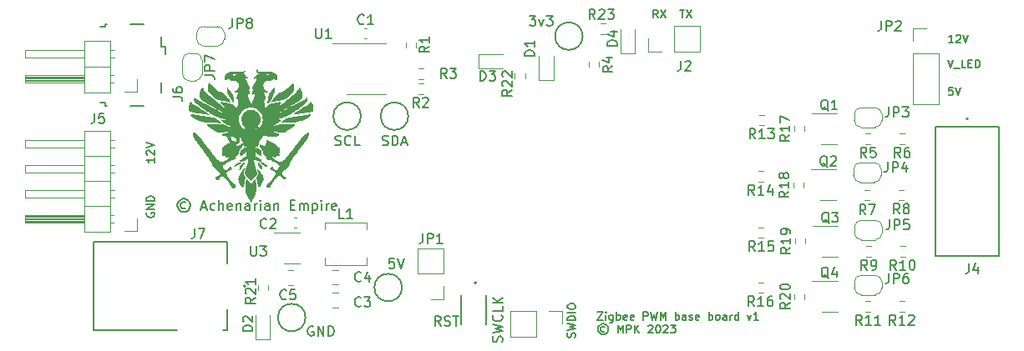
<source format=gbr>
%TF.GenerationSoftware,KiCad,Pcbnew,7.0.2*%
%TF.CreationDate,2023-04-22T18:48:37+01:00*%
%TF.ProjectId,zigbee-led-controller,7a696762-6565-42d6-9c65-642d636f6e74,1*%
%TF.SameCoordinates,Original*%
%TF.FileFunction,Legend,Top*%
%TF.FilePolarity,Positive*%
%FSLAX46Y46*%
G04 Gerber Fmt 4.6, Leading zero omitted, Abs format (unit mm)*
G04 Created by KiCad (PCBNEW 7.0.2) date 2023-04-22 18:48:37*
%MOMM*%
%LPD*%
G01*
G04 APERTURE LIST*
%ADD10C,0.150000*%
%ADD11C,0.300000*%
%ADD12C,0.120000*%
%ADD13C,0.127000*%
%ADD14C,0.200000*%
G04 APERTURE END LIST*
D10*
X122250190Y-37964095D02*
X122516857Y-38764095D01*
X122516857Y-38764095D02*
X122783523Y-37964095D01*
X122859714Y-38840285D02*
X123469237Y-38840285D01*
X124040666Y-38764095D02*
X123659714Y-38764095D01*
X123659714Y-38764095D02*
X123659714Y-37964095D01*
X124307333Y-38345047D02*
X124573999Y-38345047D01*
X124688285Y-38764095D02*
X124307333Y-38764095D01*
X124307333Y-38764095D02*
X124307333Y-37964095D01*
X124307333Y-37964095D02*
X124688285Y-37964095D01*
X125031143Y-38764095D02*
X125031143Y-37964095D01*
X125031143Y-37964095D02*
X125221619Y-37964095D01*
X125221619Y-37964095D02*
X125335905Y-38002190D01*
X125335905Y-38002190D02*
X125412095Y-38078380D01*
X125412095Y-38078380D02*
X125450190Y-38154571D01*
X125450190Y-38154571D02*
X125488286Y-38306952D01*
X125488286Y-38306952D02*
X125488286Y-38421238D01*
X125488286Y-38421238D02*
X125450190Y-38573619D01*
X125450190Y-38573619D02*
X125412095Y-38649809D01*
X125412095Y-38649809D02*
X125335905Y-38726000D01*
X125335905Y-38726000D02*
X125221619Y-38764095D01*
X125221619Y-38764095D02*
X125031143Y-38764095D01*
X84446000Y-66141619D02*
X84484095Y-66027333D01*
X84484095Y-66027333D02*
X84484095Y-65836857D01*
X84484095Y-65836857D02*
X84446000Y-65760666D01*
X84446000Y-65760666D02*
X84407904Y-65722571D01*
X84407904Y-65722571D02*
X84331714Y-65684476D01*
X84331714Y-65684476D02*
X84255523Y-65684476D01*
X84255523Y-65684476D02*
X84179333Y-65722571D01*
X84179333Y-65722571D02*
X84141238Y-65760666D01*
X84141238Y-65760666D02*
X84103142Y-65836857D01*
X84103142Y-65836857D02*
X84065047Y-65989238D01*
X84065047Y-65989238D02*
X84026952Y-66065428D01*
X84026952Y-66065428D02*
X83988857Y-66103523D01*
X83988857Y-66103523D02*
X83912666Y-66141619D01*
X83912666Y-66141619D02*
X83836476Y-66141619D01*
X83836476Y-66141619D02*
X83760285Y-66103523D01*
X83760285Y-66103523D02*
X83722190Y-66065428D01*
X83722190Y-66065428D02*
X83684095Y-65989238D01*
X83684095Y-65989238D02*
X83684095Y-65798761D01*
X83684095Y-65798761D02*
X83722190Y-65684476D01*
X83684095Y-65417809D02*
X84484095Y-65227333D01*
X84484095Y-65227333D02*
X83912666Y-65074952D01*
X83912666Y-65074952D02*
X84484095Y-64922571D01*
X84484095Y-64922571D02*
X83684095Y-64732095D01*
X84484095Y-64427332D02*
X83684095Y-64427332D01*
X83684095Y-64427332D02*
X83684095Y-64236856D01*
X83684095Y-64236856D02*
X83722190Y-64122570D01*
X83722190Y-64122570D02*
X83798380Y-64046380D01*
X83798380Y-64046380D02*
X83874571Y-64008285D01*
X83874571Y-64008285D02*
X84026952Y-63970189D01*
X84026952Y-63970189D02*
X84141238Y-63970189D01*
X84141238Y-63970189D02*
X84293619Y-64008285D01*
X84293619Y-64008285D02*
X84369809Y-64046380D01*
X84369809Y-64046380D02*
X84446000Y-64122570D01*
X84446000Y-64122570D02*
X84484095Y-64236856D01*
X84484095Y-64236856D02*
X84484095Y-64427332D01*
X84484095Y-63627332D02*
X83684095Y-63627332D01*
X83684095Y-63093999D02*
X83684095Y-62941618D01*
X83684095Y-62941618D02*
X83722190Y-62865428D01*
X83722190Y-62865428D02*
X83798380Y-62789237D01*
X83798380Y-62789237D02*
X83950761Y-62751142D01*
X83950761Y-62751142D02*
X84217428Y-62751142D01*
X84217428Y-62751142D02*
X84369809Y-62789237D01*
X84369809Y-62789237D02*
X84446000Y-62865428D01*
X84446000Y-62865428D02*
X84484095Y-62941618D01*
X84484095Y-62941618D02*
X84484095Y-63093999D01*
X84484095Y-63093999D02*
X84446000Y-63170190D01*
X84446000Y-63170190D02*
X84369809Y-63246380D01*
X84369809Y-63246380D02*
X84217428Y-63284476D01*
X84217428Y-63284476D02*
X83950761Y-63284476D01*
X83950761Y-63284476D02*
X83798380Y-63246380D01*
X83798380Y-63246380D02*
X83722190Y-63170190D01*
X83722190Y-63170190D02*
X83684095Y-63093999D01*
X41812095Y-47904476D02*
X41812095Y-48361619D01*
X41812095Y-48133047D02*
X41012095Y-48133047D01*
X41012095Y-48133047D02*
X41126380Y-48209238D01*
X41126380Y-48209238D02*
X41202571Y-48285428D01*
X41202571Y-48285428D02*
X41240666Y-48361619D01*
X41088285Y-47599714D02*
X41050190Y-47561618D01*
X41050190Y-47561618D02*
X41012095Y-47485428D01*
X41012095Y-47485428D02*
X41012095Y-47294952D01*
X41012095Y-47294952D02*
X41050190Y-47218761D01*
X41050190Y-47218761D02*
X41088285Y-47180666D01*
X41088285Y-47180666D02*
X41164476Y-47142571D01*
X41164476Y-47142571D02*
X41240666Y-47142571D01*
X41240666Y-47142571D02*
X41354952Y-47180666D01*
X41354952Y-47180666D02*
X41812095Y-47637809D01*
X41812095Y-47637809D02*
X41812095Y-47142571D01*
X41012095Y-46913999D02*
X41812095Y-46647332D01*
X41812095Y-46647332D02*
X41012095Y-46380666D01*
X122745428Y-40758095D02*
X122364476Y-40758095D01*
X122364476Y-40758095D02*
X122326380Y-41139047D01*
X122326380Y-41139047D02*
X122364476Y-41100952D01*
X122364476Y-41100952D02*
X122440666Y-41062857D01*
X122440666Y-41062857D02*
X122631142Y-41062857D01*
X122631142Y-41062857D02*
X122707333Y-41100952D01*
X122707333Y-41100952D02*
X122745428Y-41139047D01*
X122745428Y-41139047D02*
X122783523Y-41215238D01*
X122783523Y-41215238D02*
X122783523Y-41405714D01*
X122783523Y-41405714D02*
X122745428Y-41481904D01*
X122745428Y-41481904D02*
X122707333Y-41520000D01*
X122707333Y-41520000D02*
X122631142Y-41558095D01*
X122631142Y-41558095D02*
X122440666Y-41558095D01*
X122440666Y-41558095D02*
X122364476Y-41520000D01*
X122364476Y-41520000D02*
X122326380Y-41481904D01*
X123012095Y-40758095D02*
X123278762Y-41558095D01*
X123278762Y-41558095D02*
X123545428Y-40758095D01*
X92849619Y-33684095D02*
X92582952Y-33303142D01*
X92392476Y-33684095D02*
X92392476Y-32884095D01*
X92392476Y-32884095D02*
X92697238Y-32884095D01*
X92697238Y-32884095D02*
X92773428Y-32922190D01*
X92773428Y-32922190D02*
X92811523Y-32960285D01*
X92811523Y-32960285D02*
X92849619Y-33036476D01*
X92849619Y-33036476D02*
X92849619Y-33150761D01*
X92849619Y-33150761D02*
X92811523Y-33226952D01*
X92811523Y-33226952D02*
X92773428Y-33265047D01*
X92773428Y-33265047D02*
X92697238Y-33303142D01*
X92697238Y-33303142D02*
X92392476Y-33303142D01*
X93116285Y-32884095D02*
X93649619Y-33684095D01*
X93649619Y-32884095D02*
X93116285Y-33684095D01*
X86728285Y-63592095D02*
X87261619Y-63592095D01*
X87261619Y-63592095D02*
X86728285Y-64392095D01*
X86728285Y-64392095D02*
X87261619Y-64392095D01*
X87566381Y-64392095D02*
X87566381Y-63858761D01*
X87566381Y-63592095D02*
X87528285Y-63630190D01*
X87528285Y-63630190D02*
X87566381Y-63668285D01*
X87566381Y-63668285D02*
X87604476Y-63630190D01*
X87604476Y-63630190D02*
X87566381Y-63592095D01*
X87566381Y-63592095D02*
X87566381Y-63668285D01*
X88290190Y-63858761D02*
X88290190Y-64506380D01*
X88290190Y-64506380D02*
X88252095Y-64582571D01*
X88252095Y-64582571D02*
X88213999Y-64620666D01*
X88213999Y-64620666D02*
X88137809Y-64658761D01*
X88137809Y-64658761D02*
X88023523Y-64658761D01*
X88023523Y-64658761D02*
X87947333Y-64620666D01*
X88290190Y-64354000D02*
X88213999Y-64392095D01*
X88213999Y-64392095D02*
X88061618Y-64392095D01*
X88061618Y-64392095D02*
X87985428Y-64354000D01*
X87985428Y-64354000D02*
X87947333Y-64315904D01*
X87947333Y-64315904D02*
X87909237Y-64239714D01*
X87909237Y-64239714D02*
X87909237Y-64011142D01*
X87909237Y-64011142D02*
X87947333Y-63934952D01*
X87947333Y-63934952D02*
X87985428Y-63896857D01*
X87985428Y-63896857D02*
X88061618Y-63858761D01*
X88061618Y-63858761D02*
X88213999Y-63858761D01*
X88213999Y-63858761D02*
X88290190Y-63896857D01*
X88671143Y-64392095D02*
X88671143Y-63592095D01*
X88671143Y-63896857D02*
X88747333Y-63858761D01*
X88747333Y-63858761D02*
X88899714Y-63858761D01*
X88899714Y-63858761D02*
X88975905Y-63896857D01*
X88975905Y-63896857D02*
X89014000Y-63934952D01*
X89014000Y-63934952D02*
X89052095Y-64011142D01*
X89052095Y-64011142D02*
X89052095Y-64239714D01*
X89052095Y-64239714D02*
X89014000Y-64315904D01*
X89014000Y-64315904D02*
X88975905Y-64354000D01*
X88975905Y-64354000D02*
X88899714Y-64392095D01*
X88899714Y-64392095D02*
X88747333Y-64392095D01*
X88747333Y-64392095D02*
X88671143Y-64354000D01*
X89699715Y-64354000D02*
X89623524Y-64392095D01*
X89623524Y-64392095D02*
X89471143Y-64392095D01*
X89471143Y-64392095D02*
X89394953Y-64354000D01*
X89394953Y-64354000D02*
X89356857Y-64277809D01*
X89356857Y-64277809D02*
X89356857Y-63973047D01*
X89356857Y-63973047D02*
X89394953Y-63896857D01*
X89394953Y-63896857D02*
X89471143Y-63858761D01*
X89471143Y-63858761D02*
X89623524Y-63858761D01*
X89623524Y-63858761D02*
X89699715Y-63896857D01*
X89699715Y-63896857D02*
X89737810Y-63973047D01*
X89737810Y-63973047D02*
X89737810Y-64049238D01*
X89737810Y-64049238D02*
X89356857Y-64125428D01*
X90385429Y-64354000D02*
X90309238Y-64392095D01*
X90309238Y-64392095D02*
X90156857Y-64392095D01*
X90156857Y-64392095D02*
X90080667Y-64354000D01*
X90080667Y-64354000D02*
X90042571Y-64277809D01*
X90042571Y-64277809D02*
X90042571Y-63973047D01*
X90042571Y-63973047D02*
X90080667Y-63896857D01*
X90080667Y-63896857D02*
X90156857Y-63858761D01*
X90156857Y-63858761D02*
X90309238Y-63858761D01*
X90309238Y-63858761D02*
X90385429Y-63896857D01*
X90385429Y-63896857D02*
X90423524Y-63973047D01*
X90423524Y-63973047D02*
X90423524Y-64049238D01*
X90423524Y-64049238D02*
X90042571Y-64125428D01*
X91375905Y-64392095D02*
X91375905Y-63592095D01*
X91375905Y-63592095D02*
X91680667Y-63592095D01*
X91680667Y-63592095D02*
X91756857Y-63630190D01*
X91756857Y-63630190D02*
X91794952Y-63668285D01*
X91794952Y-63668285D02*
X91833048Y-63744476D01*
X91833048Y-63744476D02*
X91833048Y-63858761D01*
X91833048Y-63858761D02*
X91794952Y-63934952D01*
X91794952Y-63934952D02*
X91756857Y-63973047D01*
X91756857Y-63973047D02*
X91680667Y-64011142D01*
X91680667Y-64011142D02*
X91375905Y-64011142D01*
X92099714Y-63592095D02*
X92290190Y-64392095D01*
X92290190Y-64392095D02*
X92442571Y-63820666D01*
X92442571Y-63820666D02*
X92594952Y-64392095D01*
X92594952Y-64392095D02*
X92785429Y-63592095D01*
X93090191Y-64392095D02*
X93090191Y-63592095D01*
X93090191Y-63592095D02*
X93356857Y-64163523D01*
X93356857Y-64163523D02*
X93623524Y-63592095D01*
X93623524Y-63592095D02*
X93623524Y-64392095D01*
X94614001Y-64392095D02*
X94614001Y-63592095D01*
X94614001Y-63896857D02*
X94690191Y-63858761D01*
X94690191Y-63858761D02*
X94842572Y-63858761D01*
X94842572Y-63858761D02*
X94918763Y-63896857D01*
X94918763Y-63896857D02*
X94956858Y-63934952D01*
X94956858Y-63934952D02*
X94994953Y-64011142D01*
X94994953Y-64011142D02*
X94994953Y-64239714D01*
X94994953Y-64239714D02*
X94956858Y-64315904D01*
X94956858Y-64315904D02*
X94918763Y-64354000D01*
X94918763Y-64354000D02*
X94842572Y-64392095D01*
X94842572Y-64392095D02*
X94690191Y-64392095D01*
X94690191Y-64392095D02*
X94614001Y-64354000D01*
X95680668Y-64392095D02*
X95680668Y-63973047D01*
X95680668Y-63973047D02*
X95642573Y-63896857D01*
X95642573Y-63896857D02*
X95566382Y-63858761D01*
X95566382Y-63858761D02*
X95414001Y-63858761D01*
X95414001Y-63858761D02*
X95337811Y-63896857D01*
X95680668Y-64354000D02*
X95604477Y-64392095D01*
X95604477Y-64392095D02*
X95414001Y-64392095D01*
X95414001Y-64392095D02*
X95337811Y-64354000D01*
X95337811Y-64354000D02*
X95299715Y-64277809D01*
X95299715Y-64277809D02*
X95299715Y-64201619D01*
X95299715Y-64201619D02*
X95337811Y-64125428D01*
X95337811Y-64125428D02*
X95414001Y-64087333D01*
X95414001Y-64087333D02*
X95604477Y-64087333D01*
X95604477Y-64087333D02*
X95680668Y-64049238D01*
X96023525Y-64354000D02*
X96099716Y-64392095D01*
X96099716Y-64392095D02*
X96252097Y-64392095D01*
X96252097Y-64392095D02*
X96328287Y-64354000D01*
X96328287Y-64354000D02*
X96366383Y-64277809D01*
X96366383Y-64277809D02*
X96366383Y-64239714D01*
X96366383Y-64239714D02*
X96328287Y-64163523D01*
X96328287Y-64163523D02*
X96252097Y-64125428D01*
X96252097Y-64125428D02*
X96137811Y-64125428D01*
X96137811Y-64125428D02*
X96061621Y-64087333D01*
X96061621Y-64087333D02*
X96023525Y-64011142D01*
X96023525Y-64011142D02*
X96023525Y-63973047D01*
X96023525Y-63973047D02*
X96061621Y-63896857D01*
X96061621Y-63896857D02*
X96137811Y-63858761D01*
X96137811Y-63858761D02*
X96252097Y-63858761D01*
X96252097Y-63858761D02*
X96328287Y-63896857D01*
X97014002Y-64354000D02*
X96937811Y-64392095D01*
X96937811Y-64392095D02*
X96785430Y-64392095D01*
X96785430Y-64392095D02*
X96709240Y-64354000D01*
X96709240Y-64354000D02*
X96671144Y-64277809D01*
X96671144Y-64277809D02*
X96671144Y-63973047D01*
X96671144Y-63973047D02*
X96709240Y-63896857D01*
X96709240Y-63896857D02*
X96785430Y-63858761D01*
X96785430Y-63858761D02*
X96937811Y-63858761D01*
X96937811Y-63858761D02*
X97014002Y-63896857D01*
X97014002Y-63896857D02*
X97052097Y-63973047D01*
X97052097Y-63973047D02*
X97052097Y-64049238D01*
X97052097Y-64049238D02*
X96671144Y-64125428D01*
X98004478Y-64392095D02*
X98004478Y-63592095D01*
X98004478Y-63896857D02*
X98080668Y-63858761D01*
X98080668Y-63858761D02*
X98233049Y-63858761D01*
X98233049Y-63858761D02*
X98309240Y-63896857D01*
X98309240Y-63896857D02*
X98347335Y-63934952D01*
X98347335Y-63934952D02*
X98385430Y-64011142D01*
X98385430Y-64011142D02*
X98385430Y-64239714D01*
X98385430Y-64239714D02*
X98347335Y-64315904D01*
X98347335Y-64315904D02*
X98309240Y-64354000D01*
X98309240Y-64354000D02*
X98233049Y-64392095D01*
X98233049Y-64392095D02*
X98080668Y-64392095D01*
X98080668Y-64392095D02*
X98004478Y-64354000D01*
X98842573Y-64392095D02*
X98766383Y-64354000D01*
X98766383Y-64354000D02*
X98728288Y-64315904D01*
X98728288Y-64315904D02*
X98690192Y-64239714D01*
X98690192Y-64239714D02*
X98690192Y-64011142D01*
X98690192Y-64011142D02*
X98728288Y-63934952D01*
X98728288Y-63934952D02*
X98766383Y-63896857D01*
X98766383Y-63896857D02*
X98842573Y-63858761D01*
X98842573Y-63858761D02*
X98956859Y-63858761D01*
X98956859Y-63858761D02*
X99033050Y-63896857D01*
X99033050Y-63896857D02*
X99071145Y-63934952D01*
X99071145Y-63934952D02*
X99109240Y-64011142D01*
X99109240Y-64011142D02*
X99109240Y-64239714D01*
X99109240Y-64239714D02*
X99071145Y-64315904D01*
X99071145Y-64315904D02*
X99033050Y-64354000D01*
X99033050Y-64354000D02*
X98956859Y-64392095D01*
X98956859Y-64392095D02*
X98842573Y-64392095D01*
X99794955Y-64392095D02*
X99794955Y-63973047D01*
X99794955Y-63973047D02*
X99756860Y-63896857D01*
X99756860Y-63896857D02*
X99680669Y-63858761D01*
X99680669Y-63858761D02*
X99528288Y-63858761D01*
X99528288Y-63858761D02*
X99452098Y-63896857D01*
X99794955Y-64354000D02*
X99718764Y-64392095D01*
X99718764Y-64392095D02*
X99528288Y-64392095D01*
X99528288Y-64392095D02*
X99452098Y-64354000D01*
X99452098Y-64354000D02*
X99414002Y-64277809D01*
X99414002Y-64277809D02*
X99414002Y-64201619D01*
X99414002Y-64201619D02*
X99452098Y-64125428D01*
X99452098Y-64125428D02*
X99528288Y-64087333D01*
X99528288Y-64087333D02*
X99718764Y-64087333D01*
X99718764Y-64087333D02*
X99794955Y-64049238D01*
X100175908Y-64392095D02*
X100175908Y-63858761D01*
X100175908Y-64011142D02*
X100214003Y-63934952D01*
X100214003Y-63934952D02*
X100252098Y-63896857D01*
X100252098Y-63896857D02*
X100328289Y-63858761D01*
X100328289Y-63858761D02*
X100404479Y-63858761D01*
X101014003Y-64392095D02*
X101014003Y-63592095D01*
X101014003Y-64354000D02*
X100937812Y-64392095D01*
X100937812Y-64392095D02*
X100785431Y-64392095D01*
X100785431Y-64392095D02*
X100709241Y-64354000D01*
X100709241Y-64354000D02*
X100671146Y-64315904D01*
X100671146Y-64315904D02*
X100633050Y-64239714D01*
X100633050Y-64239714D02*
X100633050Y-64011142D01*
X100633050Y-64011142D02*
X100671146Y-63934952D01*
X100671146Y-63934952D02*
X100709241Y-63896857D01*
X100709241Y-63896857D02*
X100785431Y-63858761D01*
X100785431Y-63858761D02*
X100937812Y-63858761D01*
X100937812Y-63858761D02*
X101014003Y-63896857D01*
X101928289Y-63858761D02*
X102118765Y-64392095D01*
X102118765Y-64392095D02*
X102309242Y-63858761D01*
X103033051Y-64392095D02*
X102575908Y-64392095D01*
X102804480Y-64392095D02*
X102804480Y-63592095D01*
X102804480Y-63592095D02*
X102728289Y-63706380D01*
X102728289Y-63706380D02*
X102652099Y-63782571D01*
X102652099Y-63782571D02*
X102575908Y-63820666D01*
X87452095Y-65078571D02*
X87375904Y-65040476D01*
X87375904Y-65040476D02*
X87223523Y-65040476D01*
X87223523Y-65040476D02*
X87147333Y-65078571D01*
X87147333Y-65078571D02*
X87071142Y-65154761D01*
X87071142Y-65154761D02*
X87033047Y-65230952D01*
X87033047Y-65230952D02*
X87033047Y-65383333D01*
X87033047Y-65383333D02*
X87071142Y-65459523D01*
X87071142Y-65459523D02*
X87147333Y-65535714D01*
X87147333Y-65535714D02*
X87223523Y-65573809D01*
X87223523Y-65573809D02*
X87375904Y-65573809D01*
X87375904Y-65573809D02*
X87452095Y-65535714D01*
X87299714Y-64773809D02*
X87109238Y-64811904D01*
X87109238Y-64811904D02*
X86918761Y-64926190D01*
X86918761Y-64926190D02*
X86804476Y-65116666D01*
X86804476Y-65116666D02*
X86766380Y-65307142D01*
X86766380Y-65307142D02*
X86804476Y-65497619D01*
X86804476Y-65497619D02*
X86918761Y-65688095D01*
X86918761Y-65688095D02*
X87109238Y-65802380D01*
X87109238Y-65802380D02*
X87299714Y-65840476D01*
X87299714Y-65840476D02*
X87490190Y-65802380D01*
X87490190Y-65802380D02*
X87680666Y-65688095D01*
X87680666Y-65688095D02*
X87794952Y-65497619D01*
X87794952Y-65497619D02*
X87833047Y-65307142D01*
X87833047Y-65307142D02*
X87794952Y-65116666D01*
X87794952Y-65116666D02*
X87680666Y-64926190D01*
X87680666Y-64926190D02*
X87490190Y-64811904D01*
X87490190Y-64811904D02*
X87299714Y-64773809D01*
X88785429Y-65688095D02*
X88785429Y-64888095D01*
X88785429Y-64888095D02*
X89052095Y-65459523D01*
X89052095Y-65459523D02*
X89318762Y-64888095D01*
X89318762Y-64888095D02*
X89318762Y-65688095D01*
X89699715Y-65688095D02*
X89699715Y-64888095D01*
X89699715Y-64888095D02*
X90004477Y-64888095D01*
X90004477Y-64888095D02*
X90080667Y-64926190D01*
X90080667Y-64926190D02*
X90118762Y-64964285D01*
X90118762Y-64964285D02*
X90156858Y-65040476D01*
X90156858Y-65040476D02*
X90156858Y-65154761D01*
X90156858Y-65154761D02*
X90118762Y-65230952D01*
X90118762Y-65230952D02*
X90080667Y-65269047D01*
X90080667Y-65269047D02*
X90004477Y-65307142D01*
X90004477Y-65307142D02*
X89699715Y-65307142D01*
X90499715Y-65688095D02*
X90499715Y-64888095D01*
X90956858Y-65688095D02*
X90614000Y-65230952D01*
X90956858Y-64888095D02*
X90499715Y-65345238D01*
X91871143Y-64964285D02*
X91909239Y-64926190D01*
X91909239Y-64926190D02*
X91985429Y-64888095D01*
X91985429Y-64888095D02*
X92175905Y-64888095D01*
X92175905Y-64888095D02*
X92252096Y-64926190D01*
X92252096Y-64926190D02*
X92290191Y-64964285D01*
X92290191Y-64964285D02*
X92328286Y-65040476D01*
X92328286Y-65040476D02*
X92328286Y-65116666D01*
X92328286Y-65116666D02*
X92290191Y-65230952D01*
X92290191Y-65230952D02*
X91833048Y-65688095D01*
X91833048Y-65688095D02*
X92328286Y-65688095D01*
X92823525Y-64888095D02*
X92899715Y-64888095D01*
X92899715Y-64888095D02*
X92975906Y-64926190D01*
X92975906Y-64926190D02*
X93014001Y-64964285D01*
X93014001Y-64964285D02*
X93052096Y-65040476D01*
X93052096Y-65040476D02*
X93090191Y-65192857D01*
X93090191Y-65192857D02*
X93090191Y-65383333D01*
X93090191Y-65383333D02*
X93052096Y-65535714D01*
X93052096Y-65535714D02*
X93014001Y-65611904D01*
X93014001Y-65611904D02*
X92975906Y-65650000D01*
X92975906Y-65650000D02*
X92899715Y-65688095D01*
X92899715Y-65688095D02*
X92823525Y-65688095D01*
X92823525Y-65688095D02*
X92747334Y-65650000D01*
X92747334Y-65650000D02*
X92709239Y-65611904D01*
X92709239Y-65611904D02*
X92671144Y-65535714D01*
X92671144Y-65535714D02*
X92633048Y-65383333D01*
X92633048Y-65383333D02*
X92633048Y-65192857D01*
X92633048Y-65192857D02*
X92671144Y-65040476D01*
X92671144Y-65040476D02*
X92709239Y-64964285D01*
X92709239Y-64964285D02*
X92747334Y-64926190D01*
X92747334Y-64926190D02*
X92823525Y-64888095D01*
X93394953Y-64964285D02*
X93433049Y-64926190D01*
X93433049Y-64926190D02*
X93509239Y-64888095D01*
X93509239Y-64888095D02*
X93699715Y-64888095D01*
X93699715Y-64888095D02*
X93775906Y-64926190D01*
X93775906Y-64926190D02*
X93814001Y-64964285D01*
X93814001Y-64964285D02*
X93852096Y-65040476D01*
X93852096Y-65040476D02*
X93852096Y-65116666D01*
X93852096Y-65116666D02*
X93814001Y-65230952D01*
X93814001Y-65230952D02*
X93356858Y-65688095D01*
X93356858Y-65688095D02*
X93852096Y-65688095D01*
X94118763Y-64888095D02*
X94614001Y-64888095D01*
X94614001Y-64888095D02*
X94347335Y-65192857D01*
X94347335Y-65192857D02*
X94461620Y-65192857D01*
X94461620Y-65192857D02*
X94537811Y-65230952D01*
X94537811Y-65230952D02*
X94575906Y-65269047D01*
X94575906Y-65269047D02*
X94614001Y-65345238D01*
X94614001Y-65345238D02*
X94614001Y-65535714D01*
X94614001Y-65535714D02*
X94575906Y-65611904D01*
X94575906Y-65611904D02*
X94537811Y-65650000D01*
X94537811Y-65650000D02*
X94461620Y-65688095D01*
X94461620Y-65688095D02*
X94233049Y-65688095D01*
X94233049Y-65688095D02*
X94156858Y-65650000D01*
X94156858Y-65650000D02*
X94118763Y-65611904D01*
X41050190Y-53492476D02*
X41012095Y-53568666D01*
X41012095Y-53568666D02*
X41012095Y-53682952D01*
X41012095Y-53682952D02*
X41050190Y-53797238D01*
X41050190Y-53797238D02*
X41126380Y-53873428D01*
X41126380Y-53873428D02*
X41202571Y-53911523D01*
X41202571Y-53911523D02*
X41354952Y-53949619D01*
X41354952Y-53949619D02*
X41469238Y-53949619D01*
X41469238Y-53949619D02*
X41621619Y-53911523D01*
X41621619Y-53911523D02*
X41697809Y-53873428D01*
X41697809Y-53873428D02*
X41774000Y-53797238D01*
X41774000Y-53797238D02*
X41812095Y-53682952D01*
X41812095Y-53682952D02*
X41812095Y-53606761D01*
X41812095Y-53606761D02*
X41774000Y-53492476D01*
X41774000Y-53492476D02*
X41735904Y-53454380D01*
X41735904Y-53454380D02*
X41469238Y-53454380D01*
X41469238Y-53454380D02*
X41469238Y-53606761D01*
X41812095Y-53111523D02*
X41012095Y-53111523D01*
X41012095Y-53111523D02*
X41812095Y-52654380D01*
X41812095Y-52654380D02*
X41012095Y-52654380D01*
X41812095Y-52273428D02*
X41012095Y-52273428D01*
X41012095Y-52273428D02*
X41012095Y-52082952D01*
X41012095Y-52082952D02*
X41050190Y-51968666D01*
X41050190Y-51968666D02*
X41126380Y-51892476D01*
X41126380Y-51892476D02*
X41202571Y-51854381D01*
X41202571Y-51854381D02*
X41354952Y-51816285D01*
X41354952Y-51816285D02*
X41469238Y-51816285D01*
X41469238Y-51816285D02*
X41621619Y-51854381D01*
X41621619Y-51854381D02*
X41697809Y-51892476D01*
X41697809Y-51892476D02*
X41774000Y-51968666D01*
X41774000Y-51968666D02*
X41812095Y-52082952D01*
X41812095Y-52082952D02*
X41812095Y-52273428D01*
X122783523Y-36224095D02*
X122326380Y-36224095D01*
X122554952Y-36224095D02*
X122554952Y-35424095D01*
X122554952Y-35424095D02*
X122478761Y-35538380D01*
X122478761Y-35538380D02*
X122402571Y-35614571D01*
X122402571Y-35614571D02*
X122326380Y-35652666D01*
X123088285Y-35500285D02*
X123126381Y-35462190D01*
X123126381Y-35462190D02*
X123202571Y-35424095D01*
X123202571Y-35424095D02*
X123393047Y-35424095D01*
X123393047Y-35424095D02*
X123469238Y-35462190D01*
X123469238Y-35462190D02*
X123507333Y-35500285D01*
X123507333Y-35500285D02*
X123545428Y-35576476D01*
X123545428Y-35576476D02*
X123545428Y-35652666D01*
X123545428Y-35652666D02*
X123507333Y-35766952D01*
X123507333Y-35766952D02*
X123050190Y-36224095D01*
X123050190Y-36224095D02*
X123545428Y-36224095D01*
X123774000Y-35424095D02*
X124040667Y-36224095D01*
X124040667Y-36224095D02*
X124307333Y-35424095D01*
X95072190Y-32884095D02*
X95529333Y-32884095D01*
X95300761Y-33684095D02*
X95300761Y-32884095D01*
X95719809Y-32884095D02*
X96253143Y-33684095D01*
X96253143Y-32884095D02*
X95719809Y-33684095D01*
X77046000Y-66611523D02*
X77093619Y-66468666D01*
X77093619Y-66468666D02*
X77093619Y-66230571D01*
X77093619Y-66230571D02*
X77046000Y-66135333D01*
X77046000Y-66135333D02*
X76998380Y-66087714D01*
X76998380Y-66087714D02*
X76903142Y-66040095D01*
X76903142Y-66040095D02*
X76807904Y-66040095D01*
X76807904Y-66040095D02*
X76712666Y-66087714D01*
X76712666Y-66087714D02*
X76665047Y-66135333D01*
X76665047Y-66135333D02*
X76617428Y-66230571D01*
X76617428Y-66230571D02*
X76569809Y-66421047D01*
X76569809Y-66421047D02*
X76522190Y-66516285D01*
X76522190Y-66516285D02*
X76474571Y-66563904D01*
X76474571Y-66563904D02*
X76379333Y-66611523D01*
X76379333Y-66611523D02*
X76284095Y-66611523D01*
X76284095Y-66611523D02*
X76188857Y-66563904D01*
X76188857Y-66563904D02*
X76141238Y-66516285D01*
X76141238Y-66516285D02*
X76093619Y-66421047D01*
X76093619Y-66421047D02*
X76093619Y-66182952D01*
X76093619Y-66182952D02*
X76141238Y-66040095D01*
X76093619Y-65706761D02*
X77093619Y-65468666D01*
X77093619Y-65468666D02*
X76379333Y-65278190D01*
X76379333Y-65278190D02*
X77093619Y-65087714D01*
X77093619Y-65087714D02*
X76093619Y-64849619D01*
X76998380Y-63897238D02*
X77046000Y-63944857D01*
X77046000Y-63944857D02*
X77093619Y-64087714D01*
X77093619Y-64087714D02*
X77093619Y-64182952D01*
X77093619Y-64182952D02*
X77046000Y-64325809D01*
X77046000Y-64325809D02*
X76950761Y-64421047D01*
X76950761Y-64421047D02*
X76855523Y-64468666D01*
X76855523Y-64468666D02*
X76665047Y-64516285D01*
X76665047Y-64516285D02*
X76522190Y-64516285D01*
X76522190Y-64516285D02*
X76331714Y-64468666D01*
X76331714Y-64468666D02*
X76236476Y-64421047D01*
X76236476Y-64421047D02*
X76141238Y-64325809D01*
X76141238Y-64325809D02*
X76093619Y-64182952D01*
X76093619Y-64182952D02*
X76093619Y-64087714D01*
X76093619Y-64087714D02*
X76141238Y-63944857D01*
X76141238Y-63944857D02*
X76188857Y-63897238D01*
X77093619Y-62992476D02*
X77093619Y-63468666D01*
X77093619Y-63468666D02*
X76093619Y-63468666D01*
X77093619Y-62659142D02*
X76093619Y-62659142D01*
X77093619Y-62087714D02*
X76522190Y-62516285D01*
X76093619Y-62087714D02*
X76665047Y-62659142D01*
%TO.C,JP3*%
X116246766Y-42769619D02*
X116246766Y-43483904D01*
X116246766Y-43483904D02*
X116199147Y-43626761D01*
X116199147Y-43626761D02*
X116103909Y-43722000D01*
X116103909Y-43722000D02*
X115961052Y-43769619D01*
X115961052Y-43769619D02*
X115865814Y-43769619D01*
X116722957Y-43769619D02*
X116722957Y-42769619D01*
X116722957Y-42769619D02*
X117103909Y-42769619D01*
X117103909Y-42769619D02*
X117199147Y-42817238D01*
X117199147Y-42817238D02*
X117246766Y-42864857D01*
X117246766Y-42864857D02*
X117294385Y-42960095D01*
X117294385Y-42960095D02*
X117294385Y-43102952D01*
X117294385Y-43102952D02*
X117246766Y-43198190D01*
X117246766Y-43198190D02*
X117199147Y-43245809D01*
X117199147Y-43245809D02*
X117103909Y-43293428D01*
X117103909Y-43293428D02*
X116722957Y-43293428D01*
X117627719Y-42769619D02*
X118246766Y-42769619D01*
X118246766Y-42769619D02*
X117913433Y-43150571D01*
X117913433Y-43150571D02*
X118056290Y-43150571D01*
X118056290Y-43150571D02*
X118151528Y-43198190D01*
X118151528Y-43198190D02*
X118199147Y-43245809D01*
X118199147Y-43245809D02*
X118246766Y-43341047D01*
X118246766Y-43341047D02*
X118246766Y-43579142D01*
X118246766Y-43579142D02*
X118199147Y-43674380D01*
X118199147Y-43674380D02*
X118151528Y-43722000D01*
X118151528Y-43722000D02*
X118056290Y-43769619D01*
X118056290Y-43769619D02*
X117770576Y-43769619D01*
X117770576Y-43769619D02*
X117675338Y-43722000D01*
X117675338Y-43722000D02*
X117627719Y-43674380D01*
%TO.C,D3*%
X74828005Y-40086619D02*
X74828005Y-39086619D01*
X74828005Y-39086619D02*
X75066100Y-39086619D01*
X75066100Y-39086619D02*
X75208957Y-39134238D01*
X75208957Y-39134238D02*
X75304195Y-39229476D01*
X75304195Y-39229476D02*
X75351814Y-39324714D01*
X75351814Y-39324714D02*
X75399433Y-39515190D01*
X75399433Y-39515190D02*
X75399433Y-39658047D01*
X75399433Y-39658047D02*
X75351814Y-39848523D01*
X75351814Y-39848523D02*
X75304195Y-39943761D01*
X75304195Y-39943761D02*
X75208957Y-40039000D01*
X75208957Y-40039000D02*
X75066100Y-40086619D01*
X75066100Y-40086619D02*
X74828005Y-40086619D01*
X75732767Y-39086619D02*
X76351814Y-39086619D01*
X76351814Y-39086619D02*
X76018481Y-39467571D01*
X76018481Y-39467571D02*
X76161338Y-39467571D01*
X76161338Y-39467571D02*
X76256576Y-39515190D01*
X76256576Y-39515190D02*
X76304195Y-39562809D01*
X76304195Y-39562809D02*
X76351814Y-39658047D01*
X76351814Y-39658047D02*
X76351814Y-39896142D01*
X76351814Y-39896142D02*
X76304195Y-39991380D01*
X76304195Y-39991380D02*
X76256576Y-40039000D01*
X76256576Y-40039000D02*
X76161338Y-40086619D01*
X76161338Y-40086619D02*
X75875624Y-40086619D01*
X75875624Y-40086619D02*
X75780386Y-40039000D01*
X75780386Y-40039000D02*
X75732767Y-39991380D01*
%TO.C,JP2*%
X115498666Y-34006619D02*
X115498666Y-34720904D01*
X115498666Y-34720904D02*
X115451047Y-34863761D01*
X115451047Y-34863761D02*
X115355809Y-34959000D01*
X115355809Y-34959000D02*
X115212952Y-35006619D01*
X115212952Y-35006619D02*
X115117714Y-35006619D01*
X115974857Y-35006619D02*
X115974857Y-34006619D01*
X115974857Y-34006619D02*
X116355809Y-34006619D01*
X116355809Y-34006619D02*
X116451047Y-34054238D01*
X116451047Y-34054238D02*
X116498666Y-34101857D01*
X116498666Y-34101857D02*
X116546285Y-34197095D01*
X116546285Y-34197095D02*
X116546285Y-34339952D01*
X116546285Y-34339952D02*
X116498666Y-34435190D01*
X116498666Y-34435190D02*
X116451047Y-34482809D01*
X116451047Y-34482809D02*
X116355809Y-34530428D01*
X116355809Y-34530428D02*
X115974857Y-34530428D01*
X116927238Y-34101857D02*
X116974857Y-34054238D01*
X116974857Y-34054238D02*
X117070095Y-34006619D01*
X117070095Y-34006619D02*
X117308190Y-34006619D01*
X117308190Y-34006619D02*
X117403428Y-34054238D01*
X117403428Y-34054238D02*
X117451047Y-34101857D01*
X117451047Y-34101857D02*
X117498666Y-34197095D01*
X117498666Y-34197095D02*
X117498666Y-34292333D01*
X117498666Y-34292333D02*
X117451047Y-34435190D01*
X117451047Y-34435190D02*
X116879619Y-35006619D01*
X116879619Y-35006619D02*
X117498666Y-35006619D01*
%TO.C,L1*%
X61021933Y-54072619D02*
X60545743Y-54072619D01*
X60545743Y-54072619D02*
X60545743Y-53072619D01*
X61879076Y-54072619D02*
X61307648Y-54072619D01*
X61593362Y-54072619D02*
X61593362Y-53072619D01*
X61593362Y-53072619D02*
X61498124Y-53215476D01*
X61498124Y-53215476D02*
X61402886Y-53310714D01*
X61402886Y-53310714D02*
X61307648Y-53358333D01*
%TO.C,RST*%
X70826380Y-64978619D02*
X70493047Y-64502428D01*
X70254952Y-64978619D02*
X70254952Y-63978619D01*
X70254952Y-63978619D02*
X70635904Y-63978619D01*
X70635904Y-63978619D02*
X70731142Y-64026238D01*
X70731142Y-64026238D02*
X70778761Y-64073857D01*
X70778761Y-64073857D02*
X70826380Y-64169095D01*
X70826380Y-64169095D02*
X70826380Y-64311952D01*
X70826380Y-64311952D02*
X70778761Y-64407190D01*
X70778761Y-64407190D02*
X70731142Y-64454809D01*
X70731142Y-64454809D02*
X70635904Y-64502428D01*
X70635904Y-64502428D02*
X70254952Y-64502428D01*
X71207333Y-64931000D02*
X71350190Y-64978619D01*
X71350190Y-64978619D02*
X71588285Y-64978619D01*
X71588285Y-64978619D02*
X71683523Y-64931000D01*
X71683523Y-64931000D02*
X71731142Y-64883380D01*
X71731142Y-64883380D02*
X71778761Y-64788142D01*
X71778761Y-64788142D02*
X71778761Y-64692904D01*
X71778761Y-64692904D02*
X71731142Y-64597666D01*
X71731142Y-64597666D02*
X71683523Y-64550047D01*
X71683523Y-64550047D02*
X71588285Y-64502428D01*
X71588285Y-64502428D02*
X71397809Y-64454809D01*
X71397809Y-64454809D02*
X71302571Y-64407190D01*
X71302571Y-64407190D02*
X71254952Y-64359571D01*
X71254952Y-64359571D02*
X71207333Y-64264333D01*
X71207333Y-64264333D02*
X71207333Y-64169095D01*
X71207333Y-64169095D02*
X71254952Y-64073857D01*
X71254952Y-64073857D02*
X71302571Y-64026238D01*
X71302571Y-64026238D02*
X71397809Y-63978619D01*
X71397809Y-63978619D02*
X71635904Y-63978619D01*
X71635904Y-63978619D02*
X71778761Y-64026238D01*
X72064476Y-63978619D02*
X72635904Y-63978619D01*
X72350190Y-64978619D02*
X72350190Y-63978619D01*
%TO.C,R14*%
X102632742Y-51676619D02*
X102299409Y-51200428D01*
X102061314Y-51676619D02*
X102061314Y-50676619D01*
X102061314Y-50676619D02*
X102442266Y-50676619D01*
X102442266Y-50676619D02*
X102537504Y-50724238D01*
X102537504Y-50724238D02*
X102585123Y-50771857D01*
X102585123Y-50771857D02*
X102632742Y-50867095D01*
X102632742Y-50867095D02*
X102632742Y-51009952D01*
X102632742Y-51009952D02*
X102585123Y-51105190D01*
X102585123Y-51105190D02*
X102537504Y-51152809D01*
X102537504Y-51152809D02*
X102442266Y-51200428D01*
X102442266Y-51200428D02*
X102061314Y-51200428D01*
X103585123Y-51676619D02*
X103013695Y-51676619D01*
X103299409Y-51676619D02*
X103299409Y-50676619D01*
X103299409Y-50676619D02*
X103204171Y-50819476D01*
X103204171Y-50819476D02*
X103108933Y-50914714D01*
X103108933Y-50914714D02*
X103013695Y-50962333D01*
X104442266Y-51009952D02*
X104442266Y-51676619D01*
X104204171Y-50629000D02*
X103966076Y-51343285D01*
X103966076Y-51343285D02*
X104585123Y-51343285D01*
%TO.C,U1*%
X58166095Y-34768619D02*
X58166095Y-35578142D01*
X58166095Y-35578142D02*
X58213714Y-35673380D01*
X58213714Y-35673380D02*
X58261333Y-35721000D01*
X58261333Y-35721000D02*
X58356571Y-35768619D01*
X58356571Y-35768619D02*
X58547047Y-35768619D01*
X58547047Y-35768619D02*
X58642285Y-35721000D01*
X58642285Y-35721000D02*
X58689904Y-35673380D01*
X58689904Y-35673380D02*
X58737523Y-35578142D01*
X58737523Y-35578142D02*
X58737523Y-34768619D01*
X59737523Y-35768619D02*
X59166095Y-35768619D01*
X59451809Y-35768619D02*
X59451809Y-34768619D01*
X59451809Y-34768619D02*
X59356571Y-34911476D01*
X59356571Y-34911476D02*
X59261333Y-35006714D01*
X59261333Y-35006714D02*
X59166095Y-35054333D01*
%TO.C,SCL*%
X60151624Y-46603000D02*
X60294481Y-46650619D01*
X60294481Y-46650619D02*
X60532576Y-46650619D01*
X60532576Y-46650619D02*
X60627814Y-46603000D01*
X60627814Y-46603000D02*
X60675433Y-46555380D01*
X60675433Y-46555380D02*
X60723052Y-46460142D01*
X60723052Y-46460142D02*
X60723052Y-46364904D01*
X60723052Y-46364904D02*
X60675433Y-46269666D01*
X60675433Y-46269666D02*
X60627814Y-46222047D01*
X60627814Y-46222047D02*
X60532576Y-46174428D01*
X60532576Y-46174428D02*
X60342100Y-46126809D01*
X60342100Y-46126809D02*
X60246862Y-46079190D01*
X60246862Y-46079190D02*
X60199243Y-46031571D01*
X60199243Y-46031571D02*
X60151624Y-45936333D01*
X60151624Y-45936333D02*
X60151624Y-45841095D01*
X60151624Y-45841095D02*
X60199243Y-45745857D01*
X60199243Y-45745857D02*
X60246862Y-45698238D01*
X60246862Y-45698238D02*
X60342100Y-45650619D01*
X60342100Y-45650619D02*
X60580195Y-45650619D01*
X60580195Y-45650619D02*
X60723052Y-45698238D01*
X61723052Y-46555380D02*
X61675433Y-46603000D01*
X61675433Y-46603000D02*
X61532576Y-46650619D01*
X61532576Y-46650619D02*
X61437338Y-46650619D01*
X61437338Y-46650619D02*
X61294481Y-46603000D01*
X61294481Y-46603000D02*
X61199243Y-46507761D01*
X61199243Y-46507761D02*
X61151624Y-46412523D01*
X61151624Y-46412523D02*
X61104005Y-46222047D01*
X61104005Y-46222047D02*
X61104005Y-46079190D01*
X61104005Y-46079190D02*
X61151624Y-45888714D01*
X61151624Y-45888714D02*
X61199243Y-45793476D01*
X61199243Y-45793476D02*
X61294481Y-45698238D01*
X61294481Y-45698238D02*
X61437338Y-45650619D01*
X61437338Y-45650619D02*
X61532576Y-45650619D01*
X61532576Y-45650619D02*
X61675433Y-45698238D01*
X61675433Y-45698238D02*
X61723052Y-45745857D01*
X62627814Y-46650619D02*
X62151624Y-46650619D01*
X62151624Y-46650619D02*
X62151624Y-45650619D01*
%TO.C,R7*%
X113903933Y-53675619D02*
X113570600Y-53199428D01*
X113332505Y-53675619D02*
X113332505Y-52675619D01*
X113332505Y-52675619D02*
X113713457Y-52675619D01*
X113713457Y-52675619D02*
X113808695Y-52723238D01*
X113808695Y-52723238D02*
X113856314Y-52770857D01*
X113856314Y-52770857D02*
X113903933Y-52866095D01*
X113903933Y-52866095D02*
X113903933Y-53008952D01*
X113903933Y-53008952D02*
X113856314Y-53104190D01*
X113856314Y-53104190D02*
X113808695Y-53151809D01*
X113808695Y-53151809D02*
X113713457Y-53199428D01*
X113713457Y-53199428D02*
X113332505Y-53199428D01*
X114237267Y-52675619D02*
X114903933Y-52675619D01*
X114903933Y-52675619D02*
X114475362Y-53675619D01*
D11*
%TO.C,G\u002A\u002A\u002A*%
X50240572Y-44985357D02*
X50097715Y-44913928D01*
X50097715Y-44913928D02*
X49883429Y-44913928D01*
X49883429Y-44913928D02*
X49669143Y-44985357D01*
X49669143Y-44985357D02*
X49526286Y-45128214D01*
X49526286Y-45128214D02*
X49454857Y-45271071D01*
X49454857Y-45271071D02*
X49383429Y-45556785D01*
X49383429Y-45556785D02*
X49383429Y-45771071D01*
X49383429Y-45771071D02*
X49454857Y-46056785D01*
X49454857Y-46056785D02*
X49526286Y-46199642D01*
X49526286Y-46199642D02*
X49669143Y-46342500D01*
X49669143Y-46342500D02*
X49883429Y-46413928D01*
X49883429Y-46413928D02*
X50026286Y-46413928D01*
X50026286Y-46413928D02*
X50240572Y-46342500D01*
X50240572Y-46342500D02*
X50312000Y-46271071D01*
X50312000Y-46271071D02*
X50312000Y-45771071D01*
X50312000Y-45771071D02*
X50026286Y-45771071D01*
X51169143Y-44913928D02*
X51169143Y-45271071D01*
X50812000Y-45128214D02*
X51169143Y-45271071D01*
X51169143Y-45271071D02*
X51526286Y-45128214D01*
X50954857Y-45556785D02*
X51169143Y-45271071D01*
X51169143Y-45271071D02*
X51383429Y-45556785D01*
X52312000Y-44913928D02*
X52312000Y-45271071D01*
X51954857Y-45128214D02*
X52312000Y-45271071D01*
X52312000Y-45271071D02*
X52669143Y-45128214D01*
X52097714Y-45556785D02*
X52312000Y-45271071D01*
X52312000Y-45271071D02*
X52526286Y-45556785D01*
X53454857Y-44913928D02*
X53454857Y-45271071D01*
X53097714Y-45128214D02*
X53454857Y-45271071D01*
X53454857Y-45271071D02*
X53812000Y-45128214D01*
X53240571Y-45556785D02*
X53454857Y-45271071D01*
X53454857Y-45271071D02*
X53669143Y-45556785D01*
D10*
X44989619Y-52455714D02*
X44894380Y-52408095D01*
X44894380Y-52408095D02*
X44703904Y-52408095D01*
X44703904Y-52408095D02*
X44608666Y-52455714D01*
X44608666Y-52455714D02*
X44513428Y-52550952D01*
X44513428Y-52550952D02*
X44465809Y-52646190D01*
X44465809Y-52646190D02*
X44465809Y-52836666D01*
X44465809Y-52836666D02*
X44513428Y-52931904D01*
X44513428Y-52931904D02*
X44608666Y-53027142D01*
X44608666Y-53027142D02*
X44703904Y-53074761D01*
X44703904Y-53074761D02*
X44894380Y-53074761D01*
X44894380Y-53074761D02*
X44989619Y-53027142D01*
X44799142Y-52074761D02*
X44561047Y-52122380D01*
X44561047Y-52122380D02*
X44322952Y-52265238D01*
X44322952Y-52265238D02*
X44180095Y-52503333D01*
X44180095Y-52503333D02*
X44132476Y-52741428D01*
X44132476Y-52741428D02*
X44180095Y-52979523D01*
X44180095Y-52979523D02*
X44322952Y-53217619D01*
X44322952Y-53217619D02*
X44561047Y-53360476D01*
X44561047Y-53360476D02*
X44799142Y-53408095D01*
X44799142Y-53408095D02*
X45037238Y-53360476D01*
X45037238Y-53360476D02*
X45275333Y-53217619D01*
X45275333Y-53217619D02*
X45418190Y-52979523D01*
X45418190Y-52979523D02*
X45465809Y-52741428D01*
X45465809Y-52741428D02*
X45418190Y-52503333D01*
X45418190Y-52503333D02*
X45275333Y-52265238D01*
X45275333Y-52265238D02*
X45037238Y-52122380D01*
X45037238Y-52122380D02*
X44799142Y-52074761D01*
X46608667Y-52931904D02*
X47084857Y-52931904D01*
X46513429Y-53217619D02*
X46846762Y-52217619D01*
X46846762Y-52217619D02*
X47180095Y-53217619D01*
X47942000Y-53170000D02*
X47846762Y-53217619D01*
X47846762Y-53217619D02*
X47656286Y-53217619D01*
X47656286Y-53217619D02*
X47561048Y-53170000D01*
X47561048Y-53170000D02*
X47513429Y-53122380D01*
X47513429Y-53122380D02*
X47465810Y-53027142D01*
X47465810Y-53027142D02*
X47465810Y-52741428D01*
X47465810Y-52741428D02*
X47513429Y-52646190D01*
X47513429Y-52646190D02*
X47561048Y-52598571D01*
X47561048Y-52598571D02*
X47656286Y-52550952D01*
X47656286Y-52550952D02*
X47846762Y-52550952D01*
X47846762Y-52550952D02*
X47942000Y-52598571D01*
X48370572Y-53217619D02*
X48370572Y-52217619D01*
X48799143Y-53217619D02*
X48799143Y-52693809D01*
X48799143Y-52693809D02*
X48751524Y-52598571D01*
X48751524Y-52598571D02*
X48656286Y-52550952D01*
X48656286Y-52550952D02*
X48513429Y-52550952D01*
X48513429Y-52550952D02*
X48418191Y-52598571D01*
X48418191Y-52598571D02*
X48370572Y-52646190D01*
X49656286Y-53170000D02*
X49561048Y-53217619D01*
X49561048Y-53217619D02*
X49370572Y-53217619D01*
X49370572Y-53217619D02*
X49275334Y-53170000D01*
X49275334Y-53170000D02*
X49227715Y-53074761D01*
X49227715Y-53074761D02*
X49227715Y-52693809D01*
X49227715Y-52693809D02*
X49275334Y-52598571D01*
X49275334Y-52598571D02*
X49370572Y-52550952D01*
X49370572Y-52550952D02*
X49561048Y-52550952D01*
X49561048Y-52550952D02*
X49656286Y-52598571D01*
X49656286Y-52598571D02*
X49703905Y-52693809D01*
X49703905Y-52693809D02*
X49703905Y-52789047D01*
X49703905Y-52789047D02*
X49227715Y-52884285D01*
X50132477Y-52550952D02*
X50132477Y-53217619D01*
X50132477Y-52646190D02*
X50180096Y-52598571D01*
X50180096Y-52598571D02*
X50275334Y-52550952D01*
X50275334Y-52550952D02*
X50418191Y-52550952D01*
X50418191Y-52550952D02*
X50513429Y-52598571D01*
X50513429Y-52598571D02*
X50561048Y-52693809D01*
X50561048Y-52693809D02*
X50561048Y-53217619D01*
X51465810Y-53217619D02*
X51465810Y-52693809D01*
X51465810Y-52693809D02*
X51418191Y-52598571D01*
X51418191Y-52598571D02*
X51322953Y-52550952D01*
X51322953Y-52550952D02*
X51132477Y-52550952D01*
X51132477Y-52550952D02*
X51037239Y-52598571D01*
X51465810Y-53170000D02*
X51370572Y-53217619D01*
X51370572Y-53217619D02*
X51132477Y-53217619D01*
X51132477Y-53217619D02*
X51037239Y-53170000D01*
X51037239Y-53170000D02*
X50989620Y-53074761D01*
X50989620Y-53074761D02*
X50989620Y-52979523D01*
X50989620Y-52979523D02*
X51037239Y-52884285D01*
X51037239Y-52884285D02*
X51132477Y-52836666D01*
X51132477Y-52836666D02*
X51370572Y-52836666D01*
X51370572Y-52836666D02*
X51465810Y-52789047D01*
X51942001Y-53217619D02*
X51942001Y-52550952D01*
X51942001Y-52741428D02*
X51989620Y-52646190D01*
X51989620Y-52646190D02*
X52037239Y-52598571D01*
X52037239Y-52598571D02*
X52132477Y-52550952D01*
X52132477Y-52550952D02*
X52227715Y-52550952D01*
X52561049Y-53217619D02*
X52561049Y-52550952D01*
X52561049Y-52217619D02*
X52513430Y-52265238D01*
X52513430Y-52265238D02*
X52561049Y-52312857D01*
X52561049Y-52312857D02*
X52608668Y-52265238D01*
X52608668Y-52265238D02*
X52561049Y-52217619D01*
X52561049Y-52217619D02*
X52561049Y-52312857D01*
X53465810Y-53217619D02*
X53465810Y-52693809D01*
X53465810Y-52693809D02*
X53418191Y-52598571D01*
X53418191Y-52598571D02*
X53322953Y-52550952D01*
X53322953Y-52550952D02*
X53132477Y-52550952D01*
X53132477Y-52550952D02*
X53037239Y-52598571D01*
X53465810Y-53170000D02*
X53370572Y-53217619D01*
X53370572Y-53217619D02*
X53132477Y-53217619D01*
X53132477Y-53217619D02*
X53037239Y-53170000D01*
X53037239Y-53170000D02*
X52989620Y-53074761D01*
X52989620Y-53074761D02*
X52989620Y-52979523D01*
X52989620Y-52979523D02*
X53037239Y-52884285D01*
X53037239Y-52884285D02*
X53132477Y-52836666D01*
X53132477Y-52836666D02*
X53370572Y-52836666D01*
X53370572Y-52836666D02*
X53465810Y-52789047D01*
X53942001Y-52550952D02*
X53942001Y-53217619D01*
X53942001Y-52646190D02*
X53989620Y-52598571D01*
X53989620Y-52598571D02*
X54084858Y-52550952D01*
X54084858Y-52550952D02*
X54227715Y-52550952D01*
X54227715Y-52550952D02*
X54322953Y-52598571D01*
X54322953Y-52598571D02*
X54370572Y-52693809D01*
X54370572Y-52693809D02*
X54370572Y-53217619D01*
X55608668Y-52693809D02*
X55942001Y-52693809D01*
X56084858Y-53217619D02*
X55608668Y-53217619D01*
X55608668Y-53217619D02*
X55608668Y-52217619D01*
X55608668Y-52217619D02*
X56084858Y-52217619D01*
X56513430Y-53217619D02*
X56513430Y-52550952D01*
X56513430Y-52646190D02*
X56561049Y-52598571D01*
X56561049Y-52598571D02*
X56656287Y-52550952D01*
X56656287Y-52550952D02*
X56799144Y-52550952D01*
X56799144Y-52550952D02*
X56894382Y-52598571D01*
X56894382Y-52598571D02*
X56942001Y-52693809D01*
X56942001Y-52693809D02*
X56942001Y-53217619D01*
X56942001Y-52693809D02*
X56989620Y-52598571D01*
X56989620Y-52598571D02*
X57084858Y-52550952D01*
X57084858Y-52550952D02*
X57227715Y-52550952D01*
X57227715Y-52550952D02*
X57322954Y-52598571D01*
X57322954Y-52598571D02*
X57370573Y-52693809D01*
X57370573Y-52693809D02*
X57370573Y-53217619D01*
X57846763Y-52550952D02*
X57846763Y-53550952D01*
X57846763Y-52598571D02*
X57942001Y-52550952D01*
X57942001Y-52550952D02*
X58132477Y-52550952D01*
X58132477Y-52550952D02*
X58227715Y-52598571D01*
X58227715Y-52598571D02*
X58275334Y-52646190D01*
X58275334Y-52646190D02*
X58322953Y-52741428D01*
X58322953Y-52741428D02*
X58322953Y-53027142D01*
X58322953Y-53027142D02*
X58275334Y-53122380D01*
X58275334Y-53122380D02*
X58227715Y-53170000D01*
X58227715Y-53170000D02*
X58132477Y-53217619D01*
X58132477Y-53217619D02*
X57942001Y-53217619D01*
X57942001Y-53217619D02*
X57846763Y-53170000D01*
X58751525Y-53217619D02*
X58751525Y-52550952D01*
X58751525Y-52217619D02*
X58703906Y-52265238D01*
X58703906Y-52265238D02*
X58751525Y-52312857D01*
X58751525Y-52312857D02*
X58799144Y-52265238D01*
X58799144Y-52265238D02*
X58751525Y-52217619D01*
X58751525Y-52217619D02*
X58751525Y-52312857D01*
X59227715Y-53217619D02*
X59227715Y-52550952D01*
X59227715Y-52741428D02*
X59275334Y-52646190D01*
X59275334Y-52646190D02*
X59322953Y-52598571D01*
X59322953Y-52598571D02*
X59418191Y-52550952D01*
X59418191Y-52550952D02*
X59513429Y-52550952D01*
X60227715Y-53170000D02*
X60132477Y-53217619D01*
X60132477Y-53217619D02*
X59942001Y-53217619D01*
X59942001Y-53217619D02*
X59846763Y-53170000D01*
X59846763Y-53170000D02*
X59799144Y-53074761D01*
X59799144Y-53074761D02*
X59799144Y-52693809D01*
X59799144Y-52693809D02*
X59846763Y-52598571D01*
X59846763Y-52598571D02*
X59942001Y-52550952D01*
X59942001Y-52550952D02*
X60132477Y-52550952D01*
X60132477Y-52550952D02*
X60227715Y-52598571D01*
X60227715Y-52598571D02*
X60275334Y-52693809D01*
X60275334Y-52693809D02*
X60275334Y-52789047D01*
X60275334Y-52789047D02*
X59799144Y-52884285D01*
%TO.C,SDA*%
X64930314Y-46603000D02*
X65073171Y-46650619D01*
X65073171Y-46650619D02*
X65311266Y-46650619D01*
X65311266Y-46650619D02*
X65406504Y-46603000D01*
X65406504Y-46603000D02*
X65454123Y-46555380D01*
X65454123Y-46555380D02*
X65501742Y-46460142D01*
X65501742Y-46460142D02*
X65501742Y-46364904D01*
X65501742Y-46364904D02*
X65454123Y-46269666D01*
X65454123Y-46269666D02*
X65406504Y-46222047D01*
X65406504Y-46222047D02*
X65311266Y-46174428D01*
X65311266Y-46174428D02*
X65120790Y-46126809D01*
X65120790Y-46126809D02*
X65025552Y-46079190D01*
X65025552Y-46079190D02*
X64977933Y-46031571D01*
X64977933Y-46031571D02*
X64930314Y-45936333D01*
X64930314Y-45936333D02*
X64930314Y-45841095D01*
X64930314Y-45841095D02*
X64977933Y-45745857D01*
X64977933Y-45745857D02*
X65025552Y-45698238D01*
X65025552Y-45698238D02*
X65120790Y-45650619D01*
X65120790Y-45650619D02*
X65358885Y-45650619D01*
X65358885Y-45650619D02*
X65501742Y-45698238D01*
X65930314Y-46650619D02*
X65930314Y-45650619D01*
X65930314Y-45650619D02*
X66168409Y-45650619D01*
X66168409Y-45650619D02*
X66311266Y-45698238D01*
X66311266Y-45698238D02*
X66406504Y-45793476D01*
X66406504Y-45793476D02*
X66454123Y-45888714D01*
X66454123Y-45888714D02*
X66501742Y-46079190D01*
X66501742Y-46079190D02*
X66501742Y-46222047D01*
X66501742Y-46222047D02*
X66454123Y-46412523D01*
X66454123Y-46412523D02*
X66406504Y-46507761D01*
X66406504Y-46507761D02*
X66311266Y-46603000D01*
X66311266Y-46603000D02*
X66168409Y-46650619D01*
X66168409Y-46650619D02*
X65930314Y-46650619D01*
X66882695Y-46364904D02*
X67358885Y-46364904D01*
X66787457Y-46650619D02*
X67120790Y-45650619D01*
X67120790Y-45650619D02*
X67454123Y-46650619D01*
%TO.C,R20*%
X106221719Y-62642357D02*
X105745528Y-62975690D01*
X106221719Y-63213785D02*
X105221719Y-63213785D01*
X105221719Y-63213785D02*
X105221719Y-62832833D01*
X105221719Y-62832833D02*
X105269338Y-62737595D01*
X105269338Y-62737595D02*
X105316957Y-62689976D01*
X105316957Y-62689976D02*
X105412195Y-62642357D01*
X105412195Y-62642357D02*
X105555052Y-62642357D01*
X105555052Y-62642357D02*
X105650290Y-62689976D01*
X105650290Y-62689976D02*
X105697909Y-62737595D01*
X105697909Y-62737595D02*
X105745528Y-62832833D01*
X105745528Y-62832833D02*
X105745528Y-63213785D01*
X105316957Y-62261404D02*
X105269338Y-62213785D01*
X105269338Y-62213785D02*
X105221719Y-62118547D01*
X105221719Y-62118547D02*
X105221719Y-61880452D01*
X105221719Y-61880452D02*
X105269338Y-61785214D01*
X105269338Y-61785214D02*
X105316957Y-61737595D01*
X105316957Y-61737595D02*
X105412195Y-61689976D01*
X105412195Y-61689976D02*
X105507433Y-61689976D01*
X105507433Y-61689976D02*
X105650290Y-61737595D01*
X105650290Y-61737595D02*
X106221719Y-62309023D01*
X106221719Y-62309023D02*
X106221719Y-61689976D01*
X105221719Y-61070928D02*
X105221719Y-60975690D01*
X105221719Y-60975690D02*
X105269338Y-60880452D01*
X105269338Y-60880452D02*
X105316957Y-60832833D01*
X105316957Y-60832833D02*
X105412195Y-60785214D01*
X105412195Y-60785214D02*
X105602671Y-60737595D01*
X105602671Y-60737595D02*
X105840766Y-60737595D01*
X105840766Y-60737595D02*
X106031242Y-60785214D01*
X106031242Y-60785214D02*
X106126480Y-60832833D01*
X106126480Y-60832833D02*
X106174100Y-60880452D01*
X106174100Y-60880452D02*
X106221719Y-60975690D01*
X106221719Y-60975690D02*
X106221719Y-61070928D01*
X106221719Y-61070928D02*
X106174100Y-61166166D01*
X106174100Y-61166166D02*
X106126480Y-61213785D01*
X106126480Y-61213785D02*
X106031242Y-61261404D01*
X106031242Y-61261404D02*
X105840766Y-61309023D01*
X105840766Y-61309023D02*
X105602671Y-61309023D01*
X105602671Y-61309023D02*
X105412195Y-61261404D01*
X105412195Y-61261404D02*
X105316957Y-61213785D01*
X105316957Y-61213785D02*
X105269338Y-61166166D01*
X105269338Y-61166166D02*
X105221719Y-61070928D01*
%TO.C,J2*%
X95170666Y-38070619D02*
X95170666Y-38784904D01*
X95170666Y-38784904D02*
X95123047Y-38927761D01*
X95123047Y-38927761D02*
X95027809Y-39023000D01*
X95027809Y-39023000D02*
X94884952Y-39070619D01*
X94884952Y-39070619D02*
X94789714Y-39070619D01*
X95599238Y-38165857D02*
X95646857Y-38118238D01*
X95646857Y-38118238D02*
X95742095Y-38070619D01*
X95742095Y-38070619D02*
X95980190Y-38070619D01*
X95980190Y-38070619D02*
X96075428Y-38118238D01*
X96075428Y-38118238D02*
X96123047Y-38165857D01*
X96123047Y-38165857D02*
X96170666Y-38261095D01*
X96170666Y-38261095D02*
X96170666Y-38356333D01*
X96170666Y-38356333D02*
X96123047Y-38499190D01*
X96123047Y-38499190D02*
X95551619Y-39070619D01*
X95551619Y-39070619D02*
X96170666Y-39070619D01*
%TO.C,R4*%
X88253719Y-38611416D02*
X87777528Y-38944749D01*
X88253719Y-39182844D02*
X87253719Y-39182844D01*
X87253719Y-39182844D02*
X87253719Y-38801892D01*
X87253719Y-38801892D02*
X87301338Y-38706654D01*
X87301338Y-38706654D02*
X87348957Y-38659035D01*
X87348957Y-38659035D02*
X87444195Y-38611416D01*
X87444195Y-38611416D02*
X87587052Y-38611416D01*
X87587052Y-38611416D02*
X87682290Y-38659035D01*
X87682290Y-38659035D02*
X87729909Y-38706654D01*
X87729909Y-38706654D02*
X87777528Y-38801892D01*
X87777528Y-38801892D02*
X87777528Y-39182844D01*
X87587052Y-37754273D02*
X88253719Y-37754273D01*
X87206100Y-37992368D02*
X87920385Y-38230463D01*
X87920385Y-38230463D02*
X87920385Y-37611416D01*
%TO.C,JP5*%
X116332266Y-54199619D02*
X116332266Y-54913904D01*
X116332266Y-54913904D02*
X116284647Y-55056761D01*
X116284647Y-55056761D02*
X116189409Y-55152000D01*
X116189409Y-55152000D02*
X116046552Y-55199619D01*
X116046552Y-55199619D02*
X115951314Y-55199619D01*
X116808457Y-55199619D02*
X116808457Y-54199619D01*
X116808457Y-54199619D02*
X117189409Y-54199619D01*
X117189409Y-54199619D02*
X117284647Y-54247238D01*
X117284647Y-54247238D02*
X117332266Y-54294857D01*
X117332266Y-54294857D02*
X117379885Y-54390095D01*
X117379885Y-54390095D02*
X117379885Y-54532952D01*
X117379885Y-54532952D02*
X117332266Y-54628190D01*
X117332266Y-54628190D02*
X117284647Y-54675809D01*
X117284647Y-54675809D02*
X117189409Y-54723428D01*
X117189409Y-54723428D02*
X116808457Y-54723428D01*
X118284647Y-54199619D02*
X117808457Y-54199619D01*
X117808457Y-54199619D02*
X117760838Y-54675809D01*
X117760838Y-54675809D02*
X117808457Y-54628190D01*
X117808457Y-54628190D02*
X117903695Y-54580571D01*
X117903695Y-54580571D02*
X118141790Y-54580571D01*
X118141790Y-54580571D02*
X118237028Y-54628190D01*
X118237028Y-54628190D02*
X118284647Y-54675809D01*
X118284647Y-54675809D02*
X118332266Y-54771047D01*
X118332266Y-54771047D02*
X118332266Y-55009142D01*
X118332266Y-55009142D02*
X118284647Y-55104380D01*
X118284647Y-55104380D02*
X118237028Y-55152000D01*
X118237028Y-55152000D02*
X118141790Y-55199619D01*
X118141790Y-55199619D02*
X117903695Y-55199619D01*
X117903695Y-55199619D02*
X117808457Y-55152000D01*
X117808457Y-55152000D02*
X117760838Y-55104380D01*
%TO.C,J6*%
X43658619Y-41735333D02*
X44372904Y-41735333D01*
X44372904Y-41735333D02*
X44515761Y-41782952D01*
X44515761Y-41782952D02*
X44611000Y-41878190D01*
X44611000Y-41878190D02*
X44658619Y-42021047D01*
X44658619Y-42021047D02*
X44658619Y-42116285D01*
X43658619Y-40830571D02*
X43658619Y-41021047D01*
X43658619Y-41021047D02*
X43706238Y-41116285D01*
X43706238Y-41116285D02*
X43753857Y-41163904D01*
X43753857Y-41163904D02*
X43896714Y-41259142D01*
X43896714Y-41259142D02*
X44087190Y-41306761D01*
X44087190Y-41306761D02*
X44468142Y-41306761D01*
X44468142Y-41306761D02*
X44563380Y-41259142D01*
X44563380Y-41259142D02*
X44611000Y-41211523D01*
X44611000Y-41211523D02*
X44658619Y-41116285D01*
X44658619Y-41116285D02*
X44658619Y-40925809D01*
X44658619Y-40925809D02*
X44611000Y-40830571D01*
X44611000Y-40830571D02*
X44563380Y-40782952D01*
X44563380Y-40782952D02*
X44468142Y-40735333D01*
X44468142Y-40735333D02*
X44230047Y-40735333D01*
X44230047Y-40735333D02*
X44134809Y-40782952D01*
X44134809Y-40782952D02*
X44087190Y-40830571D01*
X44087190Y-40830571D02*
X44039571Y-40925809D01*
X44039571Y-40925809D02*
X44039571Y-41116285D01*
X44039571Y-41116285D02*
X44087190Y-41211523D01*
X44087190Y-41211523D02*
X44134809Y-41259142D01*
X44134809Y-41259142D02*
X44230047Y-41306761D01*
%TO.C,R3*%
X71438933Y-39832619D02*
X71105600Y-39356428D01*
X70867505Y-39832619D02*
X70867505Y-38832619D01*
X70867505Y-38832619D02*
X71248457Y-38832619D01*
X71248457Y-38832619D02*
X71343695Y-38880238D01*
X71343695Y-38880238D02*
X71391314Y-38927857D01*
X71391314Y-38927857D02*
X71438933Y-39023095D01*
X71438933Y-39023095D02*
X71438933Y-39165952D01*
X71438933Y-39165952D02*
X71391314Y-39261190D01*
X71391314Y-39261190D02*
X71343695Y-39308809D01*
X71343695Y-39308809D02*
X71248457Y-39356428D01*
X71248457Y-39356428D02*
X70867505Y-39356428D01*
X71772267Y-38832619D02*
X72391314Y-38832619D01*
X72391314Y-38832619D02*
X72057981Y-39213571D01*
X72057981Y-39213571D02*
X72200838Y-39213571D01*
X72200838Y-39213571D02*
X72296076Y-39261190D01*
X72296076Y-39261190D02*
X72343695Y-39308809D01*
X72343695Y-39308809D02*
X72391314Y-39404047D01*
X72391314Y-39404047D02*
X72391314Y-39642142D01*
X72391314Y-39642142D02*
X72343695Y-39737380D01*
X72343695Y-39737380D02*
X72296076Y-39785000D01*
X72296076Y-39785000D02*
X72200838Y-39832619D01*
X72200838Y-39832619D02*
X71915124Y-39832619D01*
X71915124Y-39832619D02*
X71819886Y-39785000D01*
X71819886Y-39785000D02*
X71772267Y-39737380D01*
%TO.C,R10*%
X117007242Y-59296619D02*
X116673909Y-58820428D01*
X116435814Y-59296619D02*
X116435814Y-58296619D01*
X116435814Y-58296619D02*
X116816766Y-58296619D01*
X116816766Y-58296619D02*
X116912004Y-58344238D01*
X116912004Y-58344238D02*
X116959623Y-58391857D01*
X116959623Y-58391857D02*
X117007242Y-58487095D01*
X117007242Y-58487095D02*
X117007242Y-58629952D01*
X117007242Y-58629952D02*
X116959623Y-58725190D01*
X116959623Y-58725190D02*
X116912004Y-58772809D01*
X116912004Y-58772809D02*
X116816766Y-58820428D01*
X116816766Y-58820428D02*
X116435814Y-58820428D01*
X117959623Y-59296619D02*
X117388195Y-59296619D01*
X117673909Y-59296619D02*
X117673909Y-58296619D01*
X117673909Y-58296619D02*
X117578671Y-58439476D01*
X117578671Y-58439476D02*
X117483433Y-58534714D01*
X117483433Y-58534714D02*
X117388195Y-58582333D01*
X118578671Y-58296619D02*
X118673909Y-58296619D01*
X118673909Y-58296619D02*
X118769147Y-58344238D01*
X118769147Y-58344238D02*
X118816766Y-58391857D01*
X118816766Y-58391857D02*
X118864385Y-58487095D01*
X118864385Y-58487095D02*
X118912004Y-58677571D01*
X118912004Y-58677571D02*
X118912004Y-58915666D01*
X118912004Y-58915666D02*
X118864385Y-59106142D01*
X118864385Y-59106142D02*
X118816766Y-59201380D01*
X118816766Y-59201380D02*
X118769147Y-59249000D01*
X118769147Y-59249000D02*
X118673909Y-59296619D01*
X118673909Y-59296619D02*
X118578671Y-59296619D01*
X118578671Y-59296619D02*
X118483433Y-59249000D01*
X118483433Y-59249000D02*
X118435814Y-59201380D01*
X118435814Y-59201380D02*
X118388195Y-59106142D01*
X118388195Y-59106142D02*
X118340576Y-58915666D01*
X118340576Y-58915666D02*
X118340576Y-58677571D01*
X118340576Y-58677571D02*
X118388195Y-58487095D01*
X118388195Y-58487095D02*
X118435814Y-58391857D01*
X118435814Y-58391857D02*
X118483433Y-58344238D01*
X118483433Y-58344238D02*
X118578671Y-58296619D01*
%TO.C,R19*%
X106292219Y-57030857D02*
X105816028Y-57364190D01*
X106292219Y-57602285D02*
X105292219Y-57602285D01*
X105292219Y-57602285D02*
X105292219Y-57221333D01*
X105292219Y-57221333D02*
X105339838Y-57126095D01*
X105339838Y-57126095D02*
X105387457Y-57078476D01*
X105387457Y-57078476D02*
X105482695Y-57030857D01*
X105482695Y-57030857D02*
X105625552Y-57030857D01*
X105625552Y-57030857D02*
X105720790Y-57078476D01*
X105720790Y-57078476D02*
X105768409Y-57126095D01*
X105768409Y-57126095D02*
X105816028Y-57221333D01*
X105816028Y-57221333D02*
X105816028Y-57602285D01*
X106292219Y-56078476D02*
X106292219Y-56649904D01*
X106292219Y-56364190D02*
X105292219Y-56364190D01*
X105292219Y-56364190D02*
X105435076Y-56459428D01*
X105435076Y-56459428D02*
X105530314Y-56554666D01*
X105530314Y-56554666D02*
X105577933Y-56649904D01*
X106292219Y-55602285D02*
X106292219Y-55411809D01*
X106292219Y-55411809D02*
X106244600Y-55316571D01*
X106244600Y-55316571D02*
X106196980Y-55268952D01*
X106196980Y-55268952D02*
X106054123Y-55173714D01*
X106054123Y-55173714D02*
X105863647Y-55126095D01*
X105863647Y-55126095D02*
X105482695Y-55126095D01*
X105482695Y-55126095D02*
X105387457Y-55173714D01*
X105387457Y-55173714D02*
X105339838Y-55221333D01*
X105339838Y-55221333D02*
X105292219Y-55316571D01*
X105292219Y-55316571D02*
X105292219Y-55507047D01*
X105292219Y-55507047D02*
X105339838Y-55602285D01*
X105339838Y-55602285D02*
X105387457Y-55649904D01*
X105387457Y-55649904D02*
X105482695Y-55697523D01*
X105482695Y-55697523D02*
X105720790Y-55697523D01*
X105720790Y-55697523D02*
X105816028Y-55649904D01*
X105816028Y-55649904D02*
X105863647Y-55602285D01*
X105863647Y-55602285D02*
X105911266Y-55507047D01*
X105911266Y-55507047D02*
X105911266Y-55316571D01*
X105911266Y-55316571D02*
X105863647Y-55221333D01*
X105863647Y-55221333D02*
X105816028Y-55173714D01*
X105816028Y-55173714D02*
X105720790Y-55126095D01*
%TO.C,D1*%
X80346719Y-37568094D02*
X79346719Y-37568094D01*
X79346719Y-37568094D02*
X79346719Y-37329999D01*
X79346719Y-37329999D02*
X79394338Y-37187142D01*
X79394338Y-37187142D02*
X79489576Y-37091904D01*
X79489576Y-37091904D02*
X79584814Y-37044285D01*
X79584814Y-37044285D02*
X79775290Y-36996666D01*
X79775290Y-36996666D02*
X79918147Y-36996666D01*
X79918147Y-36996666D02*
X80108623Y-37044285D01*
X80108623Y-37044285D02*
X80203861Y-37091904D01*
X80203861Y-37091904D02*
X80299100Y-37187142D01*
X80299100Y-37187142D02*
X80346719Y-37329999D01*
X80346719Y-37329999D02*
X80346719Y-37568094D01*
X80346719Y-36044285D02*
X80346719Y-36615713D01*
X80346719Y-36329999D02*
X79346719Y-36329999D01*
X79346719Y-36329999D02*
X79489576Y-36425237D01*
X79489576Y-36425237D02*
X79584814Y-36520475D01*
X79584814Y-36520475D02*
X79632433Y-36615713D01*
%TO.C,Q3*%
X110217861Y-54545857D02*
X110122623Y-54498238D01*
X110122623Y-54498238D02*
X110027385Y-54403000D01*
X110027385Y-54403000D02*
X109884528Y-54260142D01*
X109884528Y-54260142D02*
X109789290Y-54212523D01*
X109789290Y-54212523D02*
X109694052Y-54212523D01*
X109741671Y-54450619D02*
X109646433Y-54403000D01*
X109646433Y-54403000D02*
X109551195Y-54307761D01*
X109551195Y-54307761D02*
X109503576Y-54117285D01*
X109503576Y-54117285D02*
X109503576Y-53783952D01*
X109503576Y-53783952D02*
X109551195Y-53593476D01*
X109551195Y-53593476D02*
X109646433Y-53498238D01*
X109646433Y-53498238D02*
X109741671Y-53450619D01*
X109741671Y-53450619D02*
X109932147Y-53450619D01*
X109932147Y-53450619D02*
X110027385Y-53498238D01*
X110027385Y-53498238D02*
X110122623Y-53593476D01*
X110122623Y-53593476D02*
X110170242Y-53783952D01*
X110170242Y-53783952D02*
X110170242Y-54117285D01*
X110170242Y-54117285D02*
X110122623Y-54307761D01*
X110122623Y-54307761D02*
X110027385Y-54403000D01*
X110027385Y-54403000D02*
X109932147Y-54450619D01*
X109932147Y-54450619D02*
X109741671Y-54450619D01*
X110503576Y-53450619D02*
X111122623Y-53450619D01*
X111122623Y-53450619D02*
X110789290Y-53831571D01*
X110789290Y-53831571D02*
X110932147Y-53831571D01*
X110932147Y-53831571D02*
X111027385Y-53879190D01*
X111027385Y-53879190D02*
X111075004Y-53926809D01*
X111075004Y-53926809D02*
X111122623Y-54022047D01*
X111122623Y-54022047D02*
X111122623Y-54260142D01*
X111122623Y-54260142D02*
X111075004Y-54355380D01*
X111075004Y-54355380D02*
X111027385Y-54403000D01*
X111027385Y-54403000D02*
X110932147Y-54450619D01*
X110932147Y-54450619D02*
X110646433Y-54450619D01*
X110646433Y-54450619D02*
X110551195Y-54403000D01*
X110551195Y-54403000D02*
X110503576Y-54355380D01*
%TO.C,R11*%
X113507742Y-64884619D02*
X113174409Y-64408428D01*
X112936314Y-64884619D02*
X112936314Y-63884619D01*
X112936314Y-63884619D02*
X113317266Y-63884619D01*
X113317266Y-63884619D02*
X113412504Y-63932238D01*
X113412504Y-63932238D02*
X113460123Y-63979857D01*
X113460123Y-63979857D02*
X113507742Y-64075095D01*
X113507742Y-64075095D02*
X113507742Y-64217952D01*
X113507742Y-64217952D02*
X113460123Y-64313190D01*
X113460123Y-64313190D02*
X113412504Y-64360809D01*
X113412504Y-64360809D02*
X113317266Y-64408428D01*
X113317266Y-64408428D02*
X112936314Y-64408428D01*
X114460123Y-64884619D02*
X113888695Y-64884619D01*
X114174409Y-64884619D02*
X114174409Y-63884619D01*
X114174409Y-63884619D02*
X114079171Y-64027476D01*
X114079171Y-64027476D02*
X113983933Y-64122714D01*
X113983933Y-64122714D02*
X113888695Y-64170333D01*
X115412504Y-64884619D02*
X114841076Y-64884619D01*
X115126790Y-64884619D02*
X115126790Y-63884619D01*
X115126790Y-63884619D02*
X115031552Y-64027476D01*
X115031552Y-64027476D02*
X114936314Y-64122714D01*
X114936314Y-64122714D02*
X114841076Y-64170333D01*
%TO.C,C2*%
X53173333Y-54977380D02*
X53125714Y-55025000D01*
X53125714Y-55025000D02*
X52982857Y-55072619D01*
X52982857Y-55072619D02*
X52887619Y-55072619D01*
X52887619Y-55072619D02*
X52744762Y-55025000D01*
X52744762Y-55025000D02*
X52649524Y-54929761D01*
X52649524Y-54929761D02*
X52601905Y-54834523D01*
X52601905Y-54834523D02*
X52554286Y-54644047D01*
X52554286Y-54644047D02*
X52554286Y-54501190D01*
X52554286Y-54501190D02*
X52601905Y-54310714D01*
X52601905Y-54310714D02*
X52649524Y-54215476D01*
X52649524Y-54215476D02*
X52744762Y-54120238D01*
X52744762Y-54120238D02*
X52887619Y-54072619D01*
X52887619Y-54072619D02*
X52982857Y-54072619D01*
X52982857Y-54072619D02*
X53125714Y-54120238D01*
X53125714Y-54120238D02*
X53173333Y-54167857D01*
X53554286Y-54167857D02*
X53601905Y-54120238D01*
X53601905Y-54120238D02*
X53697143Y-54072619D01*
X53697143Y-54072619D02*
X53935238Y-54072619D01*
X53935238Y-54072619D02*
X54030476Y-54120238D01*
X54030476Y-54120238D02*
X54078095Y-54167857D01*
X54078095Y-54167857D02*
X54125714Y-54263095D01*
X54125714Y-54263095D02*
X54125714Y-54358333D01*
X54125714Y-54358333D02*
X54078095Y-54501190D01*
X54078095Y-54501190D02*
X53506667Y-55072619D01*
X53506667Y-55072619D02*
X54125714Y-55072619D01*
%TO.C,J4*%
X124380666Y-58644619D02*
X124380666Y-59358904D01*
X124380666Y-59358904D02*
X124333047Y-59501761D01*
X124333047Y-59501761D02*
X124237809Y-59597000D01*
X124237809Y-59597000D02*
X124094952Y-59644619D01*
X124094952Y-59644619D02*
X123999714Y-59644619D01*
X125285428Y-58977952D02*
X125285428Y-59644619D01*
X125047333Y-58597000D02*
X124809238Y-59311285D01*
X124809238Y-59311285D02*
X125428285Y-59311285D01*
%TO.C,GND*%
X57912095Y-65042238D02*
X57816857Y-64994619D01*
X57816857Y-64994619D02*
X57674000Y-64994619D01*
X57674000Y-64994619D02*
X57531143Y-65042238D01*
X57531143Y-65042238D02*
X57435905Y-65137476D01*
X57435905Y-65137476D02*
X57388286Y-65232714D01*
X57388286Y-65232714D02*
X57340667Y-65423190D01*
X57340667Y-65423190D02*
X57340667Y-65566047D01*
X57340667Y-65566047D02*
X57388286Y-65756523D01*
X57388286Y-65756523D02*
X57435905Y-65851761D01*
X57435905Y-65851761D02*
X57531143Y-65947000D01*
X57531143Y-65947000D02*
X57674000Y-65994619D01*
X57674000Y-65994619D02*
X57769238Y-65994619D01*
X57769238Y-65994619D02*
X57912095Y-65947000D01*
X57912095Y-65947000D02*
X57959714Y-65899380D01*
X57959714Y-65899380D02*
X57959714Y-65566047D01*
X57959714Y-65566047D02*
X57769238Y-65566047D01*
X58388286Y-65994619D02*
X58388286Y-64994619D01*
X58388286Y-64994619D02*
X58959714Y-65994619D01*
X58959714Y-65994619D02*
X58959714Y-64994619D01*
X59435905Y-65994619D02*
X59435905Y-64994619D01*
X59435905Y-64994619D02*
X59674000Y-64994619D01*
X59674000Y-64994619D02*
X59816857Y-65042238D01*
X59816857Y-65042238D02*
X59912095Y-65137476D01*
X59912095Y-65137476D02*
X59959714Y-65232714D01*
X59959714Y-65232714D02*
X60007333Y-65423190D01*
X60007333Y-65423190D02*
X60007333Y-65566047D01*
X60007333Y-65566047D02*
X59959714Y-65756523D01*
X59959714Y-65756523D02*
X59912095Y-65851761D01*
X59912095Y-65851761D02*
X59816857Y-65947000D01*
X59816857Y-65947000D02*
X59674000Y-65994619D01*
X59674000Y-65994619D02*
X59435905Y-65994619D01*
%TO.C,C4*%
X62756933Y-60404380D02*
X62709314Y-60452000D01*
X62709314Y-60452000D02*
X62566457Y-60499619D01*
X62566457Y-60499619D02*
X62471219Y-60499619D01*
X62471219Y-60499619D02*
X62328362Y-60452000D01*
X62328362Y-60452000D02*
X62233124Y-60356761D01*
X62233124Y-60356761D02*
X62185505Y-60261523D01*
X62185505Y-60261523D02*
X62137886Y-60071047D01*
X62137886Y-60071047D02*
X62137886Y-59928190D01*
X62137886Y-59928190D02*
X62185505Y-59737714D01*
X62185505Y-59737714D02*
X62233124Y-59642476D01*
X62233124Y-59642476D02*
X62328362Y-59547238D01*
X62328362Y-59547238D02*
X62471219Y-59499619D01*
X62471219Y-59499619D02*
X62566457Y-59499619D01*
X62566457Y-59499619D02*
X62709314Y-59547238D01*
X62709314Y-59547238D02*
X62756933Y-59594857D01*
X63614076Y-59832952D02*
X63614076Y-60499619D01*
X63375981Y-59452000D02*
X63137886Y-60166285D01*
X63137886Y-60166285D02*
X63756933Y-60166285D01*
%TO.C,JP1*%
X69016666Y-55596619D02*
X69016666Y-56310904D01*
X69016666Y-56310904D02*
X68969047Y-56453761D01*
X68969047Y-56453761D02*
X68873809Y-56549000D01*
X68873809Y-56549000D02*
X68730952Y-56596619D01*
X68730952Y-56596619D02*
X68635714Y-56596619D01*
X69492857Y-56596619D02*
X69492857Y-55596619D01*
X69492857Y-55596619D02*
X69873809Y-55596619D01*
X69873809Y-55596619D02*
X69969047Y-55644238D01*
X69969047Y-55644238D02*
X70016666Y-55691857D01*
X70016666Y-55691857D02*
X70064285Y-55787095D01*
X70064285Y-55787095D02*
X70064285Y-55929952D01*
X70064285Y-55929952D02*
X70016666Y-56025190D01*
X70016666Y-56025190D02*
X69969047Y-56072809D01*
X69969047Y-56072809D02*
X69873809Y-56120428D01*
X69873809Y-56120428D02*
X69492857Y-56120428D01*
X71016666Y-56596619D02*
X70445238Y-56596619D01*
X70730952Y-56596619D02*
X70730952Y-55596619D01*
X70730952Y-55596619D02*
X70635714Y-55739476D01*
X70635714Y-55739476D02*
X70540476Y-55834714D01*
X70540476Y-55834714D02*
X70445238Y-55882333D01*
%TO.C,D2*%
X51770619Y-65508094D02*
X50770619Y-65508094D01*
X50770619Y-65508094D02*
X50770619Y-65269999D01*
X50770619Y-65269999D02*
X50818238Y-65127142D01*
X50818238Y-65127142D02*
X50913476Y-65031904D01*
X50913476Y-65031904D02*
X51008714Y-64984285D01*
X51008714Y-64984285D02*
X51199190Y-64936666D01*
X51199190Y-64936666D02*
X51342047Y-64936666D01*
X51342047Y-64936666D02*
X51532523Y-64984285D01*
X51532523Y-64984285D02*
X51627761Y-65031904D01*
X51627761Y-65031904D02*
X51723000Y-65127142D01*
X51723000Y-65127142D02*
X51770619Y-65269999D01*
X51770619Y-65269999D02*
X51770619Y-65508094D01*
X50865857Y-64555713D02*
X50818238Y-64508094D01*
X50818238Y-64508094D02*
X50770619Y-64412856D01*
X50770619Y-64412856D02*
X50770619Y-64174761D01*
X50770619Y-64174761D02*
X50818238Y-64079523D01*
X50818238Y-64079523D02*
X50865857Y-64031904D01*
X50865857Y-64031904D02*
X50961095Y-63984285D01*
X50961095Y-63984285D02*
X51056333Y-63984285D01*
X51056333Y-63984285D02*
X51199190Y-64031904D01*
X51199190Y-64031904D02*
X51770619Y-64603332D01*
X51770619Y-64603332D02*
X51770619Y-63984285D01*
%TO.C,Q2*%
X110043861Y-48830857D02*
X109948623Y-48783238D01*
X109948623Y-48783238D02*
X109853385Y-48688000D01*
X109853385Y-48688000D02*
X109710528Y-48545142D01*
X109710528Y-48545142D02*
X109615290Y-48497523D01*
X109615290Y-48497523D02*
X109520052Y-48497523D01*
X109567671Y-48735619D02*
X109472433Y-48688000D01*
X109472433Y-48688000D02*
X109377195Y-48592761D01*
X109377195Y-48592761D02*
X109329576Y-48402285D01*
X109329576Y-48402285D02*
X109329576Y-48068952D01*
X109329576Y-48068952D02*
X109377195Y-47878476D01*
X109377195Y-47878476D02*
X109472433Y-47783238D01*
X109472433Y-47783238D02*
X109567671Y-47735619D01*
X109567671Y-47735619D02*
X109758147Y-47735619D01*
X109758147Y-47735619D02*
X109853385Y-47783238D01*
X109853385Y-47783238D02*
X109948623Y-47878476D01*
X109948623Y-47878476D02*
X109996242Y-48068952D01*
X109996242Y-48068952D02*
X109996242Y-48402285D01*
X109996242Y-48402285D02*
X109948623Y-48592761D01*
X109948623Y-48592761D02*
X109853385Y-48688000D01*
X109853385Y-48688000D02*
X109758147Y-48735619D01*
X109758147Y-48735619D02*
X109567671Y-48735619D01*
X110377195Y-47830857D02*
X110424814Y-47783238D01*
X110424814Y-47783238D02*
X110520052Y-47735619D01*
X110520052Y-47735619D02*
X110758147Y-47735619D01*
X110758147Y-47735619D02*
X110853385Y-47783238D01*
X110853385Y-47783238D02*
X110901004Y-47830857D01*
X110901004Y-47830857D02*
X110948623Y-47926095D01*
X110948623Y-47926095D02*
X110948623Y-48021333D01*
X110948623Y-48021333D02*
X110901004Y-48164190D01*
X110901004Y-48164190D02*
X110329576Y-48735619D01*
X110329576Y-48735619D02*
X110948623Y-48735619D01*
%TO.C,JP4*%
X116158266Y-48357619D02*
X116158266Y-49071904D01*
X116158266Y-49071904D02*
X116110647Y-49214761D01*
X116110647Y-49214761D02*
X116015409Y-49310000D01*
X116015409Y-49310000D02*
X115872552Y-49357619D01*
X115872552Y-49357619D02*
X115777314Y-49357619D01*
X116634457Y-49357619D02*
X116634457Y-48357619D01*
X116634457Y-48357619D02*
X117015409Y-48357619D01*
X117015409Y-48357619D02*
X117110647Y-48405238D01*
X117110647Y-48405238D02*
X117158266Y-48452857D01*
X117158266Y-48452857D02*
X117205885Y-48548095D01*
X117205885Y-48548095D02*
X117205885Y-48690952D01*
X117205885Y-48690952D02*
X117158266Y-48786190D01*
X117158266Y-48786190D02*
X117110647Y-48833809D01*
X117110647Y-48833809D02*
X117015409Y-48881428D01*
X117015409Y-48881428D02*
X116634457Y-48881428D01*
X118063028Y-48690952D02*
X118063028Y-49357619D01*
X117824933Y-48310000D02*
X117586838Y-49024285D01*
X117586838Y-49024285D02*
X118205885Y-49024285D01*
%TO.C,3v3*%
X79835524Y-33498619D02*
X80454571Y-33498619D01*
X80454571Y-33498619D02*
X80121238Y-33879571D01*
X80121238Y-33879571D02*
X80264095Y-33879571D01*
X80264095Y-33879571D02*
X80359333Y-33927190D01*
X80359333Y-33927190D02*
X80406952Y-33974809D01*
X80406952Y-33974809D02*
X80454571Y-34070047D01*
X80454571Y-34070047D02*
X80454571Y-34308142D01*
X80454571Y-34308142D02*
X80406952Y-34403380D01*
X80406952Y-34403380D02*
X80359333Y-34451000D01*
X80359333Y-34451000D02*
X80264095Y-34498619D01*
X80264095Y-34498619D02*
X79978381Y-34498619D01*
X79978381Y-34498619D02*
X79883143Y-34451000D01*
X79883143Y-34451000D02*
X79835524Y-34403380D01*
X80787905Y-33831952D02*
X81026000Y-34498619D01*
X81026000Y-34498619D02*
X81264095Y-33831952D01*
X81549810Y-33498619D02*
X82168857Y-33498619D01*
X82168857Y-33498619D02*
X81835524Y-33879571D01*
X81835524Y-33879571D02*
X81978381Y-33879571D01*
X81978381Y-33879571D02*
X82073619Y-33927190D01*
X82073619Y-33927190D02*
X82121238Y-33974809D01*
X82121238Y-33974809D02*
X82168857Y-34070047D01*
X82168857Y-34070047D02*
X82168857Y-34308142D01*
X82168857Y-34308142D02*
X82121238Y-34403380D01*
X82121238Y-34403380D02*
X82073619Y-34451000D01*
X82073619Y-34451000D02*
X81978381Y-34498619D01*
X81978381Y-34498619D02*
X81692667Y-34498619D01*
X81692667Y-34498619D02*
X81597429Y-34451000D01*
X81597429Y-34451000D02*
X81549810Y-34403380D01*
%TO.C,Q1*%
X110126861Y-43115857D02*
X110031623Y-43068238D01*
X110031623Y-43068238D02*
X109936385Y-42973000D01*
X109936385Y-42973000D02*
X109793528Y-42830142D01*
X109793528Y-42830142D02*
X109698290Y-42782523D01*
X109698290Y-42782523D02*
X109603052Y-42782523D01*
X109650671Y-43020619D02*
X109555433Y-42973000D01*
X109555433Y-42973000D02*
X109460195Y-42877761D01*
X109460195Y-42877761D02*
X109412576Y-42687285D01*
X109412576Y-42687285D02*
X109412576Y-42353952D01*
X109412576Y-42353952D02*
X109460195Y-42163476D01*
X109460195Y-42163476D02*
X109555433Y-42068238D01*
X109555433Y-42068238D02*
X109650671Y-42020619D01*
X109650671Y-42020619D02*
X109841147Y-42020619D01*
X109841147Y-42020619D02*
X109936385Y-42068238D01*
X109936385Y-42068238D02*
X110031623Y-42163476D01*
X110031623Y-42163476D02*
X110079242Y-42353952D01*
X110079242Y-42353952D02*
X110079242Y-42687285D01*
X110079242Y-42687285D02*
X110031623Y-42877761D01*
X110031623Y-42877761D02*
X109936385Y-42973000D01*
X109936385Y-42973000D02*
X109841147Y-43020619D01*
X109841147Y-43020619D02*
X109650671Y-43020619D01*
X111031623Y-43020619D02*
X110460195Y-43020619D01*
X110745909Y-43020619D02*
X110745909Y-42020619D01*
X110745909Y-42020619D02*
X110650671Y-42163476D01*
X110650671Y-42163476D02*
X110555433Y-42258714D01*
X110555433Y-42258714D02*
X110460195Y-42306333D01*
%TO.C,C5*%
X55179933Y-62216380D02*
X55132314Y-62264000D01*
X55132314Y-62264000D02*
X54989457Y-62311619D01*
X54989457Y-62311619D02*
X54894219Y-62311619D01*
X54894219Y-62311619D02*
X54751362Y-62264000D01*
X54751362Y-62264000D02*
X54656124Y-62168761D01*
X54656124Y-62168761D02*
X54608505Y-62073523D01*
X54608505Y-62073523D02*
X54560886Y-61883047D01*
X54560886Y-61883047D02*
X54560886Y-61740190D01*
X54560886Y-61740190D02*
X54608505Y-61549714D01*
X54608505Y-61549714D02*
X54656124Y-61454476D01*
X54656124Y-61454476D02*
X54751362Y-61359238D01*
X54751362Y-61359238D02*
X54894219Y-61311619D01*
X54894219Y-61311619D02*
X54989457Y-61311619D01*
X54989457Y-61311619D02*
X55132314Y-61359238D01*
X55132314Y-61359238D02*
X55179933Y-61406857D01*
X56084695Y-61311619D02*
X55608505Y-61311619D01*
X55608505Y-61311619D02*
X55560886Y-61787809D01*
X55560886Y-61787809D02*
X55608505Y-61740190D01*
X55608505Y-61740190D02*
X55703743Y-61692571D01*
X55703743Y-61692571D02*
X55941838Y-61692571D01*
X55941838Y-61692571D02*
X56037076Y-61740190D01*
X56037076Y-61740190D02*
X56084695Y-61787809D01*
X56084695Y-61787809D02*
X56132314Y-61883047D01*
X56132314Y-61883047D02*
X56132314Y-62121142D01*
X56132314Y-62121142D02*
X56084695Y-62216380D01*
X56084695Y-62216380D02*
X56037076Y-62264000D01*
X56037076Y-62264000D02*
X55941838Y-62311619D01*
X55941838Y-62311619D02*
X55703743Y-62311619D01*
X55703743Y-62311619D02*
X55608505Y-62264000D01*
X55608505Y-62264000D02*
X55560886Y-62216380D01*
%TO.C,R5*%
X113992433Y-47866619D02*
X113659100Y-47390428D01*
X113421005Y-47866619D02*
X113421005Y-46866619D01*
X113421005Y-46866619D02*
X113801957Y-46866619D01*
X113801957Y-46866619D02*
X113897195Y-46914238D01*
X113897195Y-46914238D02*
X113944814Y-46961857D01*
X113944814Y-46961857D02*
X113992433Y-47057095D01*
X113992433Y-47057095D02*
X113992433Y-47199952D01*
X113992433Y-47199952D02*
X113944814Y-47295190D01*
X113944814Y-47295190D02*
X113897195Y-47342809D01*
X113897195Y-47342809D02*
X113801957Y-47390428D01*
X113801957Y-47390428D02*
X113421005Y-47390428D01*
X114897195Y-46866619D02*
X114421005Y-46866619D01*
X114421005Y-46866619D02*
X114373386Y-47342809D01*
X114373386Y-47342809D02*
X114421005Y-47295190D01*
X114421005Y-47295190D02*
X114516243Y-47247571D01*
X114516243Y-47247571D02*
X114754338Y-47247571D01*
X114754338Y-47247571D02*
X114849576Y-47295190D01*
X114849576Y-47295190D02*
X114897195Y-47342809D01*
X114897195Y-47342809D02*
X114944814Y-47438047D01*
X114944814Y-47438047D02*
X114944814Y-47676142D01*
X114944814Y-47676142D02*
X114897195Y-47771380D01*
X114897195Y-47771380D02*
X114849576Y-47819000D01*
X114849576Y-47819000D02*
X114754338Y-47866619D01*
X114754338Y-47866619D02*
X114516243Y-47866619D01*
X114516243Y-47866619D02*
X114421005Y-47819000D01*
X114421005Y-47819000D02*
X114373386Y-47771380D01*
%TO.C,R9*%
X114054433Y-59296619D02*
X113721100Y-58820428D01*
X113483005Y-59296619D02*
X113483005Y-58296619D01*
X113483005Y-58296619D02*
X113863957Y-58296619D01*
X113863957Y-58296619D02*
X113959195Y-58344238D01*
X113959195Y-58344238D02*
X114006814Y-58391857D01*
X114006814Y-58391857D02*
X114054433Y-58487095D01*
X114054433Y-58487095D02*
X114054433Y-58629952D01*
X114054433Y-58629952D02*
X114006814Y-58725190D01*
X114006814Y-58725190D02*
X113959195Y-58772809D01*
X113959195Y-58772809D02*
X113863957Y-58820428D01*
X113863957Y-58820428D02*
X113483005Y-58820428D01*
X114530624Y-59296619D02*
X114721100Y-59296619D01*
X114721100Y-59296619D02*
X114816338Y-59249000D01*
X114816338Y-59249000D02*
X114863957Y-59201380D01*
X114863957Y-59201380D02*
X114959195Y-59058523D01*
X114959195Y-59058523D02*
X115006814Y-58868047D01*
X115006814Y-58868047D02*
X115006814Y-58487095D01*
X115006814Y-58487095D02*
X114959195Y-58391857D01*
X114959195Y-58391857D02*
X114911576Y-58344238D01*
X114911576Y-58344238D02*
X114816338Y-58296619D01*
X114816338Y-58296619D02*
X114625862Y-58296619D01*
X114625862Y-58296619D02*
X114530624Y-58344238D01*
X114530624Y-58344238D02*
X114483005Y-58391857D01*
X114483005Y-58391857D02*
X114435386Y-58487095D01*
X114435386Y-58487095D02*
X114435386Y-58725190D01*
X114435386Y-58725190D02*
X114483005Y-58820428D01*
X114483005Y-58820428D02*
X114530624Y-58868047D01*
X114530624Y-58868047D02*
X114625862Y-58915666D01*
X114625862Y-58915666D02*
X114816338Y-58915666D01*
X114816338Y-58915666D02*
X114911576Y-58868047D01*
X114911576Y-58868047D02*
X114959195Y-58820428D01*
X114959195Y-58820428D02*
X115006814Y-58725190D01*
%TO.C,R18*%
X106118219Y-51339357D02*
X105642028Y-51672690D01*
X106118219Y-51910785D02*
X105118219Y-51910785D01*
X105118219Y-51910785D02*
X105118219Y-51529833D01*
X105118219Y-51529833D02*
X105165838Y-51434595D01*
X105165838Y-51434595D02*
X105213457Y-51386976D01*
X105213457Y-51386976D02*
X105308695Y-51339357D01*
X105308695Y-51339357D02*
X105451552Y-51339357D01*
X105451552Y-51339357D02*
X105546790Y-51386976D01*
X105546790Y-51386976D02*
X105594409Y-51434595D01*
X105594409Y-51434595D02*
X105642028Y-51529833D01*
X105642028Y-51529833D02*
X105642028Y-51910785D01*
X106118219Y-50386976D02*
X106118219Y-50958404D01*
X106118219Y-50672690D02*
X105118219Y-50672690D01*
X105118219Y-50672690D02*
X105261076Y-50767928D01*
X105261076Y-50767928D02*
X105356314Y-50863166D01*
X105356314Y-50863166D02*
X105403933Y-50958404D01*
X105546790Y-49815547D02*
X105499171Y-49910785D01*
X105499171Y-49910785D02*
X105451552Y-49958404D01*
X105451552Y-49958404D02*
X105356314Y-50006023D01*
X105356314Y-50006023D02*
X105308695Y-50006023D01*
X105308695Y-50006023D02*
X105213457Y-49958404D01*
X105213457Y-49958404D02*
X105165838Y-49910785D01*
X105165838Y-49910785D02*
X105118219Y-49815547D01*
X105118219Y-49815547D02*
X105118219Y-49625071D01*
X105118219Y-49625071D02*
X105165838Y-49529833D01*
X105165838Y-49529833D02*
X105213457Y-49482214D01*
X105213457Y-49482214D02*
X105308695Y-49434595D01*
X105308695Y-49434595D02*
X105356314Y-49434595D01*
X105356314Y-49434595D02*
X105451552Y-49482214D01*
X105451552Y-49482214D02*
X105499171Y-49529833D01*
X105499171Y-49529833D02*
X105546790Y-49625071D01*
X105546790Y-49625071D02*
X105546790Y-49815547D01*
X105546790Y-49815547D02*
X105594409Y-49910785D01*
X105594409Y-49910785D02*
X105642028Y-49958404D01*
X105642028Y-49958404D02*
X105737266Y-50006023D01*
X105737266Y-50006023D02*
X105927742Y-50006023D01*
X105927742Y-50006023D02*
X106022980Y-49958404D01*
X106022980Y-49958404D02*
X106070600Y-49910785D01*
X106070600Y-49910785D02*
X106118219Y-49815547D01*
X106118219Y-49815547D02*
X106118219Y-49625071D01*
X106118219Y-49625071D02*
X106070600Y-49529833D01*
X106070600Y-49529833D02*
X106022980Y-49482214D01*
X106022980Y-49482214D02*
X105927742Y-49434595D01*
X105927742Y-49434595D02*
X105737266Y-49434595D01*
X105737266Y-49434595D02*
X105642028Y-49482214D01*
X105642028Y-49482214D02*
X105594409Y-49529833D01*
X105594409Y-49529833D02*
X105546790Y-49625071D01*
%TO.C,JP7*%
X46913719Y-39528333D02*
X47628004Y-39528333D01*
X47628004Y-39528333D02*
X47770861Y-39575952D01*
X47770861Y-39575952D02*
X47866100Y-39671190D01*
X47866100Y-39671190D02*
X47913719Y-39814047D01*
X47913719Y-39814047D02*
X47913719Y-39909285D01*
X47913719Y-39052142D02*
X46913719Y-39052142D01*
X46913719Y-39052142D02*
X46913719Y-38671190D01*
X46913719Y-38671190D02*
X46961338Y-38575952D01*
X46961338Y-38575952D02*
X47008957Y-38528333D01*
X47008957Y-38528333D02*
X47104195Y-38480714D01*
X47104195Y-38480714D02*
X47247052Y-38480714D01*
X47247052Y-38480714D02*
X47342290Y-38528333D01*
X47342290Y-38528333D02*
X47389909Y-38575952D01*
X47389909Y-38575952D02*
X47437528Y-38671190D01*
X47437528Y-38671190D02*
X47437528Y-39052142D01*
X46913719Y-38147380D02*
X46913719Y-37480714D01*
X46913719Y-37480714D02*
X47913719Y-37909285D01*
%TO.C,R15*%
X102679742Y-57391619D02*
X102346409Y-56915428D01*
X102108314Y-57391619D02*
X102108314Y-56391619D01*
X102108314Y-56391619D02*
X102489266Y-56391619D01*
X102489266Y-56391619D02*
X102584504Y-56439238D01*
X102584504Y-56439238D02*
X102632123Y-56486857D01*
X102632123Y-56486857D02*
X102679742Y-56582095D01*
X102679742Y-56582095D02*
X102679742Y-56724952D01*
X102679742Y-56724952D02*
X102632123Y-56820190D01*
X102632123Y-56820190D02*
X102584504Y-56867809D01*
X102584504Y-56867809D02*
X102489266Y-56915428D01*
X102489266Y-56915428D02*
X102108314Y-56915428D01*
X103632123Y-57391619D02*
X103060695Y-57391619D01*
X103346409Y-57391619D02*
X103346409Y-56391619D01*
X103346409Y-56391619D02*
X103251171Y-56534476D01*
X103251171Y-56534476D02*
X103155933Y-56629714D01*
X103155933Y-56629714D02*
X103060695Y-56677333D01*
X104536885Y-56391619D02*
X104060695Y-56391619D01*
X104060695Y-56391619D02*
X104013076Y-56867809D01*
X104013076Y-56867809D02*
X104060695Y-56820190D01*
X104060695Y-56820190D02*
X104155933Y-56772571D01*
X104155933Y-56772571D02*
X104394028Y-56772571D01*
X104394028Y-56772571D02*
X104489266Y-56820190D01*
X104489266Y-56820190D02*
X104536885Y-56867809D01*
X104536885Y-56867809D02*
X104584504Y-56963047D01*
X104584504Y-56963047D02*
X104584504Y-57201142D01*
X104584504Y-57201142D02*
X104536885Y-57296380D01*
X104536885Y-57296380D02*
X104489266Y-57344000D01*
X104489266Y-57344000D02*
X104394028Y-57391619D01*
X104394028Y-57391619D02*
X104155933Y-57391619D01*
X104155933Y-57391619D02*
X104060695Y-57344000D01*
X104060695Y-57344000D02*
X104013076Y-57296380D01*
%TO.C,R16*%
X102609242Y-62979619D02*
X102275909Y-62503428D01*
X102037814Y-62979619D02*
X102037814Y-61979619D01*
X102037814Y-61979619D02*
X102418766Y-61979619D01*
X102418766Y-61979619D02*
X102514004Y-62027238D01*
X102514004Y-62027238D02*
X102561623Y-62074857D01*
X102561623Y-62074857D02*
X102609242Y-62170095D01*
X102609242Y-62170095D02*
X102609242Y-62312952D01*
X102609242Y-62312952D02*
X102561623Y-62408190D01*
X102561623Y-62408190D02*
X102514004Y-62455809D01*
X102514004Y-62455809D02*
X102418766Y-62503428D01*
X102418766Y-62503428D02*
X102037814Y-62503428D01*
X103561623Y-62979619D02*
X102990195Y-62979619D01*
X103275909Y-62979619D02*
X103275909Y-61979619D01*
X103275909Y-61979619D02*
X103180671Y-62122476D01*
X103180671Y-62122476D02*
X103085433Y-62217714D01*
X103085433Y-62217714D02*
X102990195Y-62265333D01*
X104418766Y-61979619D02*
X104228290Y-61979619D01*
X104228290Y-61979619D02*
X104133052Y-62027238D01*
X104133052Y-62027238D02*
X104085433Y-62074857D01*
X104085433Y-62074857D02*
X103990195Y-62217714D01*
X103990195Y-62217714D02*
X103942576Y-62408190D01*
X103942576Y-62408190D02*
X103942576Y-62789142D01*
X103942576Y-62789142D02*
X103990195Y-62884380D01*
X103990195Y-62884380D02*
X104037814Y-62932000D01*
X104037814Y-62932000D02*
X104133052Y-62979619D01*
X104133052Y-62979619D02*
X104323528Y-62979619D01*
X104323528Y-62979619D02*
X104418766Y-62932000D01*
X104418766Y-62932000D02*
X104466385Y-62884380D01*
X104466385Y-62884380D02*
X104514004Y-62789142D01*
X104514004Y-62789142D02*
X104514004Y-62551047D01*
X104514004Y-62551047D02*
X104466385Y-62455809D01*
X104466385Y-62455809D02*
X104418766Y-62408190D01*
X104418766Y-62408190D02*
X104323528Y-62360571D01*
X104323528Y-62360571D02*
X104133052Y-62360571D01*
X104133052Y-62360571D02*
X104037814Y-62408190D01*
X104037814Y-62408190D02*
X103990195Y-62455809D01*
X103990195Y-62455809D02*
X103942576Y-62551047D01*
%TO.C,R22*%
X78060719Y-41028857D02*
X77584528Y-41362190D01*
X78060719Y-41600285D02*
X77060719Y-41600285D01*
X77060719Y-41600285D02*
X77060719Y-41219333D01*
X77060719Y-41219333D02*
X77108338Y-41124095D01*
X77108338Y-41124095D02*
X77155957Y-41076476D01*
X77155957Y-41076476D02*
X77251195Y-41028857D01*
X77251195Y-41028857D02*
X77394052Y-41028857D01*
X77394052Y-41028857D02*
X77489290Y-41076476D01*
X77489290Y-41076476D02*
X77536909Y-41124095D01*
X77536909Y-41124095D02*
X77584528Y-41219333D01*
X77584528Y-41219333D02*
X77584528Y-41600285D01*
X77155957Y-40647904D02*
X77108338Y-40600285D01*
X77108338Y-40600285D02*
X77060719Y-40505047D01*
X77060719Y-40505047D02*
X77060719Y-40266952D01*
X77060719Y-40266952D02*
X77108338Y-40171714D01*
X77108338Y-40171714D02*
X77155957Y-40124095D01*
X77155957Y-40124095D02*
X77251195Y-40076476D01*
X77251195Y-40076476D02*
X77346433Y-40076476D01*
X77346433Y-40076476D02*
X77489290Y-40124095D01*
X77489290Y-40124095D02*
X78060719Y-40695523D01*
X78060719Y-40695523D02*
X78060719Y-40076476D01*
X77155957Y-39695523D02*
X77108338Y-39647904D01*
X77108338Y-39647904D02*
X77060719Y-39552666D01*
X77060719Y-39552666D02*
X77060719Y-39314571D01*
X77060719Y-39314571D02*
X77108338Y-39219333D01*
X77108338Y-39219333D02*
X77155957Y-39171714D01*
X77155957Y-39171714D02*
X77251195Y-39124095D01*
X77251195Y-39124095D02*
X77346433Y-39124095D01*
X77346433Y-39124095D02*
X77489290Y-39171714D01*
X77489290Y-39171714D02*
X78060719Y-39743142D01*
X78060719Y-39743142D02*
X78060719Y-39124095D01*
%TO.C,JP8*%
X49712666Y-33752619D02*
X49712666Y-34466904D01*
X49712666Y-34466904D02*
X49665047Y-34609761D01*
X49665047Y-34609761D02*
X49569809Y-34705000D01*
X49569809Y-34705000D02*
X49426952Y-34752619D01*
X49426952Y-34752619D02*
X49331714Y-34752619D01*
X50188857Y-34752619D02*
X50188857Y-33752619D01*
X50188857Y-33752619D02*
X50569809Y-33752619D01*
X50569809Y-33752619D02*
X50665047Y-33800238D01*
X50665047Y-33800238D02*
X50712666Y-33847857D01*
X50712666Y-33847857D02*
X50760285Y-33943095D01*
X50760285Y-33943095D02*
X50760285Y-34085952D01*
X50760285Y-34085952D02*
X50712666Y-34181190D01*
X50712666Y-34181190D02*
X50665047Y-34228809D01*
X50665047Y-34228809D02*
X50569809Y-34276428D01*
X50569809Y-34276428D02*
X50188857Y-34276428D01*
X51331714Y-34181190D02*
X51236476Y-34133571D01*
X51236476Y-34133571D02*
X51188857Y-34085952D01*
X51188857Y-34085952D02*
X51141238Y-33990714D01*
X51141238Y-33990714D02*
X51141238Y-33943095D01*
X51141238Y-33943095D02*
X51188857Y-33847857D01*
X51188857Y-33847857D02*
X51236476Y-33800238D01*
X51236476Y-33800238D02*
X51331714Y-33752619D01*
X51331714Y-33752619D02*
X51522190Y-33752619D01*
X51522190Y-33752619D02*
X51617428Y-33800238D01*
X51617428Y-33800238D02*
X51665047Y-33847857D01*
X51665047Y-33847857D02*
X51712666Y-33943095D01*
X51712666Y-33943095D02*
X51712666Y-33990714D01*
X51712666Y-33990714D02*
X51665047Y-34085952D01*
X51665047Y-34085952D02*
X51617428Y-34133571D01*
X51617428Y-34133571D02*
X51522190Y-34181190D01*
X51522190Y-34181190D02*
X51331714Y-34181190D01*
X51331714Y-34181190D02*
X51236476Y-34228809D01*
X51236476Y-34228809D02*
X51188857Y-34276428D01*
X51188857Y-34276428D02*
X51141238Y-34371666D01*
X51141238Y-34371666D02*
X51141238Y-34562142D01*
X51141238Y-34562142D02*
X51188857Y-34657380D01*
X51188857Y-34657380D02*
X51236476Y-34705000D01*
X51236476Y-34705000D02*
X51331714Y-34752619D01*
X51331714Y-34752619D02*
X51522190Y-34752619D01*
X51522190Y-34752619D02*
X51617428Y-34705000D01*
X51617428Y-34705000D02*
X51665047Y-34657380D01*
X51665047Y-34657380D02*
X51712666Y-34562142D01*
X51712666Y-34562142D02*
X51712666Y-34371666D01*
X51712666Y-34371666D02*
X51665047Y-34276428D01*
X51665047Y-34276428D02*
X51617428Y-34228809D01*
X51617428Y-34228809D02*
X51522190Y-34181190D01*
%TO.C,J5*%
X35734666Y-43404619D02*
X35734666Y-44118904D01*
X35734666Y-44118904D02*
X35687047Y-44261761D01*
X35687047Y-44261761D02*
X35591809Y-44357000D01*
X35591809Y-44357000D02*
X35448952Y-44404619D01*
X35448952Y-44404619D02*
X35353714Y-44404619D01*
X36687047Y-43404619D02*
X36210857Y-43404619D01*
X36210857Y-43404619D02*
X36163238Y-43880809D01*
X36163238Y-43880809D02*
X36210857Y-43833190D01*
X36210857Y-43833190D02*
X36306095Y-43785571D01*
X36306095Y-43785571D02*
X36544190Y-43785571D01*
X36544190Y-43785571D02*
X36639428Y-43833190D01*
X36639428Y-43833190D02*
X36687047Y-43880809D01*
X36687047Y-43880809D02*
X36734666Y-43976047D01*
X36734666Y-43976047D02*
X36734666Y-44214142D01*
X36734666Y-44214142D02*
X36687047Y-44309380D01*
X36687047Y-44309380D02*
X36639428Y-44357000D01*
X36639428Y-44357000D02*
X36544190Y-44404619D01*
X36544190Y-44404619D02*
X36306095Y-44404619D01*
X36306095Y-44404619D02*
X36210857Y-44357000D01*
X36210857Y-44357000D02*
X36163238Y-44309380D01*
%TO.C,U3*%
X51562095Y-56866619D02*
X51562095Y-57676142D01*
X51562095Y-57676142D02*
X51609714Y-57771380D01*
X51609714Y-57771380D02*
X51657333Y-57819000D01*
X51657333Y-57819000D02*
X51752571Y-57866619D01*
X51752571Y-57866619D02*
X51943047Y-57866619D01*
X51943047Y-57866619D02*
X52038285Y-57819000D01*
X52038285Y-57819000D02*
X52085904Y-57771380D01*
X52085904Y-57771380D02*
X52133523Y-57676142D01*
X52133523Y-57676142D02*
X52133523Y-56866619D01*
X52514476Y-56866619D02*
X53133523Y-56866619D01*
X53133523Y-56866619D02*
X52800190Y-57247571D01*
X52800190Y-57247571D02*
X52943047Y-57247571D01*
X52943047Y-57247571D02*
X53038285Y-57295190D01*
X53038285Y-57295190D02*
X53085904Y-57342809D01*
X53085904Y-57342809D02*
X53133523Y-57438047D01*
X53133523Y-57438047D02*
X53133523Y-57676142D01*
X53133523Y-57676142D02*
X53085904Y-57771380D01*
X53085904Y-57771380D02*
X53038285Y-57819000D01*
X53038285Y-57819000D02*
X52943047Y-57866619D01*
X52943047Y-57866619D02*
X52657333Y-57866619D01*
X52657333Y-57866619D02*
X52562095Y-57819000D01*
X52562095Y-57819000D02*
X52514476Y-57771380D01*
%TO.C,R13*%
X102721242Y-45961619D02*
X102387909Y-45485428D01*
X102149814Y-45961619D02*
X102149814Y-44961619D01*
X102149814Y-44961619D02*
X102530766Y-44961619D01*
X102530766Y-44961619D02*
X102626004Y-45009238D01*
X102626004Y-45009238D02*
X102673623Y-45056857D01*
X102673623Y-45056857D02*
X102721242Y-45152095D01*
X102721242Y-45152095D02*
X102721242Y-45294952D01*
X102721242Y-45294952D02*
X102673623Y-45390190D01*
X102673623Y-45390190D02*
X102626004Y-45437809D01*
X102626004Y-45437809D02*
X102530766Y-45485428D01*
X102530766Y-45485428D02*
X102149814Y-45485428D01*
X103673623Y-45961619D02*
X103102195Y-45961619D01*
X103387909Y-45961619D02*
X103387909Y-44961619D01*
X103387909Y-44961619D02*
X103292671Y-45104476D01*
X103292671Y-45104476D02*
X103197433Y-45199714D01*
X103197433Y-45199714D02*
X103102195Y-45247333D01*
X104006957Y-44961619D02*
X104626004Y-44961619D01*
X104626004Y-44961619D02*
X104292671Y-45342571D01*
X104292671Y-45342571D02*
X104435528Y-45342571D01*
X104435528Y-45342571D02*
X104530766Y-45390190D01*
X104530766Y-45390190D02*
X104578385Y-45437809D01*
X104578385Y-45437809D02*
X104626004Y-45533047D01*
X104626004Y-45533047D02*
X104626004Y-45771142D01*
X104626004Y-45771142D02*
X104578385Y-45866380D01*
X104578385Y-45866380D02*
X104530766Y-45914000D01*
X104530766Y-45914000D02*
X104435528Y-45961619D01*
X104435528Y-45961619D02*
X104149814Y-45961619D01*
X104149814Y-45961619D02*
X104054576Y-45914000D01*
X104054576Y-45914000D02*
X104006957Y-45866380D01*
%TO.C,R1*%
X69688219Y-36592166D02*
X69212028Y-36925499D01*
X69688219Y-37163594D02*
X68688219Y-37163594D01*
X68688219Y-37163594D02*
X68688219Y-36782642D01*
X68688219Y-36782642D02*
X68735838Y-36687404D01*
X68735838Y-36687404D02*
X68783457Y-36639785D01*
X68783457Y-36639785D02*
X68878695Y-36592166D01*
X68878695Y-36592166D02*
X69021552Y-36592166D01*
X69021552Y-36592166D02*
X69116790Y-36639785D01*
X69116790Y-36639785D02*
X69164409Y-36687404D01*
X69164409Y-36687404D02*
X69212028Y-36782642D01*
X69212028Y-36782642D02*
X69212028Y-37163594D01*
X69688219Y-35639785D02*
X69688219Y-36211213D01*
X69688219Y-35925499D02*
X68688219Y-35925499D01*
X68688219Y-35925499D02*
X68831076Y-36020737D01*
X68831076Y-36020737D02*
X68926314Y-36115975D01*
X68926314Y-36115975D02*
X68973933Y-36211213D01*
%TO.C,R21*%
X52032219Y-62110857D02*
X51556028Y-62444190D01*
X52032219Y-62682285D02*
X51032219Y-62682285D01*
X51032219Y-62682285D02*
X51032219Y-62301333D01*
X51032219Y-62301333D02*
X51079838Y-62206095D01*
X51079838Y-62206095D02*
X51127457Y-62158476D01*
X51127457Y-62158476D02*
X51222695Y-62110857D01*
X51222695Y-62110857D02*
X51365552Y-62110857D01*
X51365552Y-62110857D02*
X51460790Y-62158476D01*
X51460790Y-62158476D02*
X51508409Y-62206095D01*
X51508409Y-62206095D02*
X51556028Y-62301333D01*
X51556028Y-62301333D02*
X51556028Y-62682285D01*
X51127457Y-61729904D02*
X51079838Y-61682285D01*
X51079838Y-61682285D02*
X51032219Y-61587047D01*
X51032219Y-61587047D02*
X51032219Y-61348952D01*
X51032219Y-61348952D02*
X51079838Y-61253714D01*
X51079838Y-61253714D02*
X51127457Y-61206095D01*
X51127457Y-61206095D02*
X51222695Y-61158476D01*
X51222695Y-61158476D02*
X51317933Y-61158476D01*
X51317933Y-61158476D02*
X51460790Y-61206095D01*
X51460790Y-61206095D02*
X52032219Y-61777523D01*
X52032219Y-61777523D02*
X52032219Y-61158476D01*
X52032219Y-60206095D02*
X52032219Y-60777523D01*
X52032219Y-60491809D02*
X51032219Y-60491809D01*
X51032219Y-60491809D02*
X51175076Y-60587047D01*
X51175076Y-60587047D02*
X51270314Y-60682285D01*
X51270314Y-60682285D02*
X51317933Y-60777523D01*
%TO.C,C3*%
X62756933Y-62944380D02*
X62709314Y-62992000D01*
X62709314Y-62992000D02*
X62566457Y-63039619D01*
X62566457Y-63039619D02*
X62471219Y-63039619D01*
X62471219Y-63039619D02*
X62328362Y-62992000D01*
X62328362Y-62992000D02*
X62233124Y-62896761D01*
X62233124Y-62896761D02*
X62185505Y-62801523D01*
X62185505Y-62801523D02*
X62137886Y-62611047D01*
X62137886Y-62611047D02*
X62137886Y-62468190D01*
X62137886Y-62468190D02*
X62185505Y-62277714D01*
X62185505Y-62277714D02*
X62233124Y-62182476D01*
X62233124Y-62182476D02*
X62328362Y-62087238D01*
X62328362Y-62087238D02*
X62471219Y-62039619D01*
X62471219Y-62039619D02*
X62566457Y-62039619D01*
X62566457Y-62039619D02*
X62709314Y-62087238D01*
X62709314Y-62087238D02*
X62756933Y-62134857D01*
X63090267Y-62039619D02*
X63709314Y-62039619D01*
X63709314Y-62039619D02*
X63375981Y-62420571D01*
X63375981Y-62420571D02*
X63518838Y-62420571D01*
X63518838Y-62420571D02*
X63614076Y-62468190D01*
X63614076Y-62468190D02*
X63661695Y-62515809D01*
X63661695Y-62515809D02*
X63709314Y-62611047D01*
X63709314Y-62611047D02*
X63709314Y-62849142D01*
X63709314Y-62849142D02*
X63661695Y-62944380D01*
X63661695Y-62944380D02*
X63614076Y-62992000D01*
X63614076Y-62992000D02*
X63518838Y-63039619D01*
X63518838Y-63039619D02*
X63233124Y-63039619D01*
X63233124Y-63039619D02*
X63137886Y-62992000D01*
X63137886Y-62992000D02*
X63090267Y-62944380D01*
%TO.C,C1*%
X63056933Y-34276380D02*
X63009314Y-34324000D01*
X63009314Y-34324000D02*
X62866457Y-34371619D01*
X62866457Y-34371619D02*
X62771219Y-34371619D01*
X62771219Y-34371619D02*
X62628362Y-34324000D01*
X62628362Y-34324000D02*
X62533124Y-34228761D01*
X62533124Y-34228761D02*
X62485505Y-34133523D01*
X62485505Y-34133523D02*
X62437886Y-33943047D01*
X62437886Y-33943047D02*
X62437886Y-33800190D01*
X62437886Y-33800190D02*
X62485505Y-33609714D01*
X62485505Y-33609714D02*
X62533124Y-33514476D01*
X62533124Y-33514476D02*
X62628362Y-33419238D01*
X62628362Y-33419238D02*
X62771219Y-33371619D01*
X62771219Y-33371619D02*
X62866457Y-33371619D01*
X62866457Y-33371619D02*
X63009314Y-33419238D01*
X63009314Y-33419238D02*
X63056933Y-33466857D01*
X64009314Y-34371619D02*
X63437886Y-34371619D01*
X63723600Y-34371619D02*
X63723600Y-33371619D01*
X63723600Y-33371619D02*
X63628362Y-33514476D01*
X63628362Y-33514476D02*
X63533124Y-33609714D01*
X63533124Y-33609714D02*
X63437886Y-33657333D01*
%TO.C,D4*%
X88728719Y-36538094D02*
X87728719Y-36538094D01*
X87728719Y-36538094D02*
X87728719Y-36299999D01*
X87728719Y-36299999D02*
X87776338Y-36157142D01*
X87776338Y-36157142D02*
X87871576Y-36061904D01*
X87871576Y-36061904D02*
X87966814Y-36014285D01*
X87966814Y-36014285D02*
X88157290Y-35966666D01*
X88157290Y-35966666D02*
X88300147Y-35966666D01*
X88300147Y-35966666D02*
X88490623Y-36014285D01*
X88490623Y-36014285D02*
X88585861Y-36061904D01*
X88585861Y-36061904D02*
X88681100Y-36157142D01*
X88681100Y-36157142D02*
X88728719Y-36299999D01*
X88728719Y-36299999D02*
X88728719Y-36538094D01*
X88062052Y-35109523D02*
X88728719Y-35109523D01*
X87681100Y-35347618D02*
X88395385Y-35585713D01*
X88395385Y-35585713D02*
X88395385Y-34966666D01*
%TO.C,R8*%
X117356433Y-53581619D02*
X117023100Y-53105428D01*
X116785005Y-53581619D02*
X116785005Y-52581619D01*
X116785005Y-52581619D02*
X117165957Y-52581619D01*
X117165957Y-52581619D02*
X117261195Y-52629238D01*
X117261195Y-52629238D02*
X117308814Y-52676857D01*
X117308814Y-52676857D02*
X117356433Y-52772095D01*
X117356433Y-52772095D02*
X117356433Y-52914952D01*
X117356433Y-52914952D02*
X117308814Y-53010190D01*
X117308814Y-53010190D02*
X117261195Y-53057809D01*
X117261195Y-53057809D02*
X117165957Y-53105428D01*
X117165957Y-53105428D02*
X116785005Y-53105428D01*
X117927862Y-53010190D02*
X117832624Y-52962571D01*
X117832624Y-52962571D02*
X117785005Y-52914952D01*
X117785005Y-52914952D02*
X117737386Y-52819714D01*
X117737386Y-52819714D02*
X117737386Y-52772095D01*
X117737386Y-52772095D02*
X117785005Y-52676857D01*
X117785005Y-52676857D02*
X117832624Y-52629238D01*
X117832624Y-52629238D02*
X117927862Y-52581619D01*
X117927862Y-52581619D02*
X118118338Y-52581619D01*
X118118338Y-52581619D02*
X118213576Y-52629238D01*
X118213576Y-52629238D02*
X118261195Y-52676857D01*
X118261195Y-52676857D02*
X118308814Y-52772095D01*
X118308814Y-52772095D02*
X118308814Y-52819714D01*
X118308814Y-52819714D02*
X118261195Y-52914952D01*
X118261195Y-52914952D02*
X118213576Y-52962571D01*
X118213576Y-52962571D02*
X118118338Y-53010190D01*
X118118338Y-53010190D02*
X117927862Y-53010190D01*
X117927862Y-53010190D02*
X117832624Y-53057809D01*
X117832624Y-53057809D02*
X117785005Y-53105428D01*
X117785005Y-53105428D02*
X117737386Y-53200666D01*
X117737386Y-53200666D02*
X117737386Y-53391142D01*
X117737386Y-53391142D02*
X117785005Y-53486380D01*
X117785005Y-53486380D02*
X117832624Y-53534000D01*
X117832624Y-53534000D02*
X117927862Y-53581619D01*
X117927862Y-53581619D02*
X118118338Y-53581619D01*
X118118338Y-53581619D02*
X118213576Y-53534000D01*
X118213576Y-53534000D02*
X118261195Y-53486380D01*
X118261195Y-53486380D02*
X118308814Y-53391142D01*
X118308814Y-53391142D02*
X118308814Y-53200666D01*
X118308814Y-53200666D02*
X118261195Y-53105428D01*
X118261195Y-53105428D02*
X118213576Y-53057809D01*
X118213576Y-53057809D02*
X118118338Y-53010190D01*
%TO.C,JP6*%
X116261766Y-59660619D02*
X116261766Y-60374904D01*
X116261766Y-60374904D02*
X116214147Y-60517761D01*
X116214147Y-60517761D02*
X116118909Y-60613000D01*
X116118909Y-60613000D02*
X115976052Y-60660619D01*
X115976052Y-60660619D02*
X115880814Y-60660619D01*
X116737957Y-60660619D02*
X116737957Y-59660619D01*
X116737957Y-59660619D02*
X117118909Y-59660619D01*
X117118909Y-59660619D02*
X117214147Y-59708238D01*
X117214147Y-59708238D02*
X117261766Y-59755857D01*
X117261766Y-59755857D02*
X117309385Y-59851095D01*
X117309385Y-59851095D02*
X117309385Y-59993952D01*
X117309385Y-59993952D02*
X117261766Y-60089190D01*
X117261766Y-60089190D02*
X117214147Y-60136809D01*
X117214147Y-60136809D02*
X117118909Y-60184428D01*
X117118909Y-60184428D02*
X116737957Y-60184428D01*
X118166528Y-59660619D02*
X117976052Y-59660619D01*
X117976052Y-59660619D02*
X117880814Y-59708238D01*
X117880814Y-59708238D02*
X117833195Y-59755857D01*
X117833195Y-59755857D02*
X117737957Y-59898714D01*
X117737957Y-59898714D02*
X117690338Y-60089190D01*
X117690338Y-60089190D02*
X117690338Y-60470142D01*
X117690338Y-60470142D02*
X117737957Y-60565380D01*
X117737957Y-60565380D02*
X117785576Y-60613000D01*
X117785576Y-60613000D02*
X117880814Y-60660619D01*
X117880814Y-60660619D02*
X118071290Y-60660619D01*
X118071290Y-60660619D02*
X118166528Y-60613000D01*
X118166528Y-60613000D02*
X118214147Y-60565380D01*
X118214147Y-60565380D02*
X118261766Y-60470142D01*
X118261766Y-60470142D02*
X118261766Y-60232047D01*
X118261766Y-60232047D02*
X118214147Y-60136809D01*
X118214147Y-60136809D02*
X118166528Y-60089190D01*
X118166528Y-60089190D02*
X118071290Y-60041571D01*
X118071290Y-60041571D02*
X117880814Y-60041571D01*
X117880814Y-60041571D02*
X117785576Y-60089190D01*
X117785576Y-60089190D02*
X117737957Y-60136809D01*
X117737957Y-60136809D02*
X117690338Y-60232047D01*
%TO.C,J7*%
X45894666Y-55088619D02*
X45894666Y-55802904D01*
X45894666Y-55802904D02*
X45847047Y-55945761D01*
X45847047Y-55945761D02*
X45751809Y-56041000D01*
X45751809Y-56041000D02*
X45608952Y-56088619D01*
X45608952Y-56088619D02*
X45513714Y-56088619D01*
X46275619Y-55088619D02*
X46942285Y-55088619D01*
X46942285Y-55088619D02*
X46513714Y-56088619D01*
%TO.C,5V*%
X66103523Y-58136619D02*
X65627333Y-58136619D01*
X65627333Y-58136619D02*
X65579714Y-58612809D01*
X65579714Y-58612809D02*
X65627333Y-58565190D01*
X65627333Y-58565190D02*
X65722571Y-58517571D01*
X65722571Y-58517571D02*
X65960666Y-58517571D01*
X65960666Y-58517571D02*
X66055904Y-58565190D01*
X66055904Y-58565190D02*
X66103523Y-58612809D01*
X66103523Y-58612809D02*
X66151142Y-58708047D01*
X66151142Y-58708047D02*
X66151142Y-58946142D01*
X66151142Y-58946142D02*
X66103523Y-59041380D01*
X66103523Y-59041380D02*
X66055904Y-59089000D01*
X66055904Y-59089000D02*
X65960666Y-59136619D01*
X65960666Y-59136619D02*
X65722571Y-59136619D01*
X65722571Y-59136619D02*
X65627333Y-59089000D01*
X65627333Y-59089000D02*
X65579714Y-59041380D01*
X66436857Y-58136619D02*
X66770190Y-59136619D01*
X66770190Y-59136619D02*
X67103523Y-58136619D01*
%TO.C,R17*%
X106206719Y-45600857D02*
X105730528Y-45934190D01*
X106206719Y-46172285D02*
X105206719Y-46172285D01*
X105206719Y-46172285D02*
X105206719Y-45791333D01*
X105206719Y-45791333D02*
X105254338Y-45696095D01*
X105254338Y-45696095D02*
X105301957Y-45648476D01*
X105301957Y-45648476D02*
X105397195Y-45600857D01*
X105397195Y-45600857D02*
X105540052Y-45600857D01*
X105540052Y-45600857D02*
X105635290Y-45648476D01*
X105635290Y-45648476D02*
X105682909Y-45696095D01*
X105682909Y-45696095D02*
X105730528Y-45791333D01*
X105730528Y-45791333D02*
X105730528Y-46172285D01*
X106206719Y-44648476D02*
X106206719Y-45219904D01*
X106206719Y-44934190D02*
X105206719Y-44934190D01*
X105206719Y-44934190D02*
X105349576Y-45029428D01*
X105349576Y-45029428D02*
X105444814Y-45124666D01*
X105444814Y-45124666D02*
X105492433Y-45219904D01*
X105206719Y-44315142D02*
X105206719Y-43648476D01*
X105206719Y-43648476D02*
X106206719Y-44077047D01*
%TO.C,R23*%
X86480242Y-33830619D02*
X86146909Y-33354428D01*
X85908814Y-33830619D02*
X85908814Y-32830619D01*
X85908814Y-32830619D02*
X86289766Y-32830619D01*
X86289766Y-32830619D02*
X86385004Y-32878238D01*
X86385004Y-32878238D02*
X86432623Y-32925857D01*
X86432623Y-32925857D02*
X86480242Y-33021095D01*
X86480242Y-33021095D02*
X86480242Y-33163952D01*
X86480242Y-33163952D02*
X86432623Y-33259190D01*
X86432623Y-33259190D02*
X86385004Y-33306809D01*
X86385004Y-33306809D02*
X86289766Y-33354428D01*
X86289766Y-33354428D02*
X85908814Y-33354428D01*
X86861195Y-32925857D02*
X86908814Y-32878238D01*
X86908814Y-32878238D02*
X87004052Y-32830619D01*
X87004052Y-32830619D02*
X87242147Y-32830619D01*
X87242147Y-32830619D02*
X87337385Y-32878238D01*
X87337385Y-32878238D02*
X87385004Y-32925857D01*
X87385004Y-32925857D02*
X87432623Y-33021095D01*
X87432623Y-33021095D02*
X87432623Y-33116333D01*
X87432623Y-33116333D02*
X87385004Y-33259190D01*
X87385004Y-33259190D02*
X86813576Y-33830619D01*
X86813576Y-33830619D02*
X87432623Y-33830619D01*
X87765957Y-32830619D02*
X88385004Y-32830619D01*
X88385004Y-32830619D02*
X88051671Y-33211571D01*
X88051671Y-33211571D02*
X88194528Y-33211571D01*
X88194528Y-33211571D02*
X88289766Y-33259190D01*
X88289766Y-33259190D02*
X88337385Y-33306809D01*
X88337385Y-33306809D02*
X88385004Y-33402047D01*
X88385004Y-33402047D02*
X88385004Y-33640142D01*
X88385004Y-33640142D02*
X88337385Y-33735380D01*
X88337385Y-33735380D02*
X88289766Y-33783000D01*
X88289766Y-33783000D02*
X88194528Y-33830619D01*
X88194528Y-33830619D02*
X87908814Y-33830619D01*
X87908814Y-33830619D02*
X87813576Y-33783000D01*
X87813576Y-33783000D02*
X87765957Y-33735380D01*
%TO.C,R12*%
X116936742Y-64884619D02*
X116603409Y-64408428D01*
X116365314Y-64884619D02*
X116365314Y-63884619D01*
X116365314Y-63884619D02*
X116746266Y-63884619D01*
X116746266Y-63884619D02*
X116841504Y-63932238D01*
X116841504Y-63932238D02*
X116889123Y-63979857D01*
X116889123Y-63979857D02*
X116936742Y-64075095D01*
X116936742Y-64075095D02*
X116936742Y-64217952D01*
X116936742Y-64217952D02*
X116889123Y-64313190D01*
X116889123Y-64313190D02*
X116841504Y-64360809D01*
X116841504Y-64360809D02*
X116746266Y-64408428D01*
X116746266Y-64408428D02*
X116365314Y-64408428D01*
X117889123Y-64884619D02*
X117317695Y-64884619D01*
X117603409Y-64884619D02*
X117603409Y-63884619D01*
X117603409Y-63884619D02*
X117508171Y-64027476D01*
X117508171Y-64027476D02*
X117412933Y-64122714D01*
X117412933Y-64122714D02*
X117317695Y-64170333D01*
X118270076Y-63979857D02*
X118317695Y-63932238D01*
X118317695Y-63932238D02*
X118412933Y-63884619D01*
X118412933Y-63884619D02*
X118651028Y-63884619D01*
X118651028Y-63884619D02*
X118746266Y-63932238D01*
X118746266Y-63932238D02*
X118793885Y-63979857D01*
X118793885Y-63979857D02*
X118841504Y-64075095D01*
X118841504Y-64075095D02*
X118841504Y-64170333D01*
X118841504Y-64170333D02*
X118793885Y-64313190D01*
X118793885Y-64313190D02*
X118222457Y-64884619D01*
X118222457Y-64884619D02*
X118841504Y-64884619D01*
%TO.C,Q4*%
X110147361Y-60133857D02*
X110052123Y-60086238D01*
X110052123Y-60086238D02*
X109956885Y-59991000D01*
X109956885Y-59991000D02*
X109814028Y-59848142D01*
X109814028Y-59848142D02*
X109718790Y-59800523D01*
X109718790Y-59800523D02*
X109623552Y-59800523D01*
X109671171Y-60038619D02*
X109575933Y-59991000D01*
X109575933Y-59991000D02*
X109480695Y-59895761D01*
X109480695Y-59895761D02*
X109433076Y-59705285D01*
X109433076Y-59705285D02*
X109433076Y-59371952D01*
X109433076Y-59371952D02*
X109480695Y-59181476D01*
X109480695Y-59181476D02*
X109575933Y-59086238D01*
X109575933Y-59086238D02*
X109671171Y-59038619D01*
X109671171Y-59038619D02*
X109861647Y-59038619D01*
X109861647Y-59038619D02*
X109956885Y-59086238D01*
X109956885Y-59086238D02*
X110052123Y-59181476D01*
X110052123Y-59181476D02*
X110099742Y-59371952D01*
X110099742Y-59371952D02*
X110099742Y-59705285D01*
X110099742Y-59705285D02*
X110052123Y-59895761D01*
X110052123Y-59895761D02*
X109956885Y-59991000D01*
X109956885Y-59991000D02*
X109861647Y-60038619D01*
X109861647Y-60038619D02*
X109671171Y-60038619D01*
X110956885Y-59371952D02*
X110956885Y-60038619D01*
X110718790Y-58991000D02*
X110480695Y-59705285D01*
X110480695Y-59705285D02*
X111099742Y-59705285D01*
%TO.C,R2*%
X68644933Y-42786619D02*
X68311600Y-42310428D01*
X68073505Y-42786619D02*
X68073505Y-41786619D01*
X68073505Y-41786619D02*
X68454457Y-41786619D01*
X68454457Y-41786619D02*
X68549695Y-41834238D01*
X68549695Y-41834238D02*
X68597314Y-41881857D01*
X68597314Y-41881857D02*
X68644933Y-41977095D01*
X68644933Y-41977095D02*
X68644933Y-42119952D01*
X68644933Y-42119952D02*
X68597314Y-42215190D01*
X68597314Y-42215190D02*
X68549695Y-42262809D01*
X68549695Y-42262809D02*
X68454457Y-42310428D01*
X68454457Y-42310428D02*
X68073505Y-42310428D01*
X69025886Y-41881857D02*
X69073505Y-41834238D01*
X69073505Y-41834238D02*
X69168743Y-41786619D01*
X69168743Y-41786619D02*
X69406838Y-41786619D01*
X69406838Y-41786619D02*
X69502076Y-41834238D01*
X69502076Y-41834238D02*
X69549695Y-41881857D01*
X69549695Y-41881857D02*
X69597314Y-41977095D01*
X69597314Y-41977095D02*
X69597314Y-42072333D01*
X69597314Y-42072333D02*
X69549695Y-42215190D01*
X69549695Y-42215190D02*
X68978267Y-42786619D01*
X68978267Y-42786619D02*
X69597314Y-42786619D01*
%TO.C,R6*%
X117444933Y-47866619D02*
X117111600Y-47390428D01*
X116873505Y-47866619D02*
X116873505Y-46866619D01*
X116873505Y-46866619D02*
X117254457Y-46866619D01*
X117254457Y-46866619D02*
X117349695Y-46914238D01*
X117349695Y-46914238D02*
X117397314Y-46961857D01*
X117397314Y-46961857D02*
X117444933Y-47057095D01*
X117444933Y-47057095D02*
X117444933Y-47199952D01*
X117444933Y-47199952D02*
X117397314Y-47295190D01*
X117397314Y-47295190D02*
X117349695Y-47342809D01*
X117349695Y-47342809D02*
X117254457Y-47390428D01*
X117254457Y-47390428D02*
X116873505Y-47390428D01*
X118302076Y-46866619D02*
X118111600Y-46866619D01*
X118111600Y-46866619D02*
X118016362Y-46914238D01*
X118016362Y-46914238D02*
X117968743Y-46961857D01*
X117968743Y-46961857D02*
X117873505Y-47104714D01*
X117873505Y-47104714D02*
X117825886Y-47295190D01*
X117825886Y-47295190D02*
X117825886Y-47676142D01*
X117825886Y-47676142D02*
X117873505Y-47771380D01*
X117873505Y-47771380D02*
X117921124Y-47819000D01*
X117921124Y-47819000D02*
X118016362Y-47866619D01*
X118016362Y-47866619D02*
X118206838Y-47866619D01*
X118206838Y-47866619D02*
X118302076Y-47819000D01*
X118302076Y-47819000D02*
X118349695Y-47771380D01*
X118349695Y-47771380D02*
X118397314Y-47676142D01*
X118397314Y-47676142D02*
X118397314Y-47438047D01*
X118397314Y-47438047D02*
X118349695Y-47342809D01*
X118349695Y-47342809D02*
X118302076Y-47295190D01*
X118302076Y-47295190D02*
X118206838Y-47247571D01*
X118206838Y-47247571D02*
X118016362Y-47247571D01*
X118016362Y-47247571D02*
X117921124Y-47295190D01*
X117921124Y-47295190D02*
X117873505Y-47342809D01*
X117873505Y-47342809D02*
X117825886Y-47438047D01*
D12*
%TO.C,JP3*%
X112759100Y-44115000D02*
X112759100Y-43515000D01*
X113459100Y-42815000D02*
X114859100Y-42815000D01*
X114859100Y-44815000D02*
X113459100Y-44815000D01*
X115559100Y-43515000D02*
X115559100Y-44115000D01*
X113459100Y-42815000D02*
G75*
G03*
X112759100Y-43515000I-1J-699999D01*
G01*
X112759100Y-44115000D02*
G75*
G03*
X113459100Y-44815000I699999J-1D01*
G01*
X115559100Y-43515000D02*
G75*
G03*
X114859100Y-42815000I-700000J0D01*
G01*
X114859100Y-44815000D02*
G75*
G03*
X115559100Y-44115000I0J700000D01*
G01*
%TO.C,D3*%
X74668100Y-37365000D02*
X74668100Y-38835000D01*
X74668100Y-38835000D02*
X77128100Y-38835000D01*
X77128100Y-37365000D02*
X74668100Y-37365000D01*
%TO.C,JP2*%
X118686100Y-34738000D02*
X120016100Y-34738000D01*
X118686100Y-36068000D02*
X118686100Y-34738000D01*
X118686100Y-37338000D02*
X118686100Y-42478000D01*
X118686100Y-37338000D02*
X121346100Y-37338000D01*
X118686100Y-42478000D02*
X121346100Y-42478000D01*
X121346100Y-37338000D02*
X121346100Y-42478000D01*
%TO.C,L1*%
X59056600Y-54510000D02*
X63320600Y-54510000D01*
X59056600Y-55199000D02*
X59056600Y-54510000D01*
X59056600Y-58085000D02*
X59056600Y-58774000D01*
X59056600Y-58774000D02*
X63320600Y-58774000D01*
X63320600Y-54510000D02*
X63320600Y-55199000D01*
X63320600Y-58774000D02*
X63320600Y-58085000D01*
D13*
%TO.C,RST*%
X75418000Y-61824000D02*
X75418000Y-64824000D01*
X72918000Y-61824000D02*
X72918000Y-64824000D01*
D14*
X74468000Y-60624000D02*
G75*
G03*
X74468000Y-60624000I-100000J0D01*
G01*
D12*
%TO.C,R14*%
X103530324Y-50306500D02*
X103020876Y-50306500D01*
X103530324Y-49261500D02*
X103020876Y-49261500D01*
%TO.C,U1*%
X63288600Y-36302000D02*
X59838600Y-36302000D01*
X63288600Y-36302000D02*
X65238600Y-36302000D01*
X63288600Y-41422000D02*
X61338600Y-41422000D01*
X63288600Y-41422000D02*
X65238600Y-41422000D01*
D10*
%TO.C,SCL*%
X62742100Y-43688000D02*
G75*
G03*
X62742100Y-43688000I-1400000J0D01*
G01*
D12*
%TO.C,R7*%
X114325324Y-52211500D02*
X113815876Y-52211500D01*
X114325324Y-51166500D02*
X113815876Y-51166500D01*
%TO.C,G\u002A\u002A\u002A*%
G36*
X52356102Y-48428883D02*
G01*
X52365132Y-48433580D01*
X52526789Y-48546777D01*
X52658071Y-48696030D01*
X52744787Y-48864864D01*
X52749898Y-48880385D01*
X52781523Y-49001488D01*
X52783465Y-49071435D01*
X52754548Y-49090725D01*
X52693594Y-49059862D01*
X52599424Y-48979348D01*
X52574300Y-48955185D01*
X52432121Y-48803928D01*
X52339143Y-48674159D01*
X52291376Y-48559498D01*
X52282679Y-48488910D01*
X52285436Y-48423160D01*
X52304581Y-48406728D01*
X52356102Y-48428883D01*
G37*
G36*
X50562484Y-48355427D02*
G01*
X50591680Y-48364152D01*
X50670950Y-48394290D01*
X50569033Y-48499443D01*
X50449619Y-48598858D01*
X50303800Y-48685372D01*
X50151824Y-48749243D01*
X50013940Y-48780726D01*
X49980963Y-48782411D01*
X49902169Y-48777785D01*
X49856093Y-48766125D01*
X49851112Y-48759893D01*
X49878419Y-48704986D01*
X49952202Y-48635066D01*
X50063016Y-48556995D01*
X50201417Y-48477636D01*
X50315770Y-48422239D01*
X50428198Y-48375348D01*
X50504880Y-48354247D01*
X50562484Y-48355427D01*
G37*
G36*
X52653217Y-48344643D02*
G01*
X52754062Y-48377749D01*
X52873401Y-48424393D01*
X52993793Y-48477595D01*
X53097794Y-48530374D01*
X53128176Y-48548119D01*
X53237052Y-48631200D01*
X53291190Y-48705992D01*
X53295885Y-48765572D01*
X53256432Y-48803018D01*
X53178124Y-48811407D01*
X53066256Y-48783817D01*
X52978650Y-48743630D01*
X52866486Y-48675728D01*
X52761622Y-48598378D01*
X52671170Y-48519077D01*
X52602242Y-48445323D01*
X52561948Y-48384616D01*
X52557401Y-48344452D01*
X52588310Y-48332056D01*
X52653217Y-48344643D01*
G37*
G36*
X50940842Y-48399856D02*
G01*
X50950828Y-48435243D01*
X50943431Y-48474669D01*
X50904084Y-48576360D01*
X50831755Y-48703928D01*
X50736658Y-48841535D01*
X50629005Y-48973346D01*
X50604568Y-49000082D01*
X50521851Y-49085133D01*
X50467992Y-49129384D01*
X50433516Y-49138254D01*
X50408949Y-49117163D01*
X50406518Y-49113364D01*
X50402646Y-49064734D01*
X50417705Y-48979888D01*
X50446802Y-48877726D01*
X50485040Y-48777149D01*
X50503822Y-48737642D01*
X50561690Y-48651549D01*
X50643371Y-48561100D01*
X50734409Y-48479168D01*
X50820350Y-48418627D01*
X50886736Y-48392351D01*
X50891816Y-48392104D01*
X50940842Y-48399856D01*
G37*
G36*
X51084092Y-46866908D02*
G01*
X51102401Y-46893968D01*
X51109887Y-46955625D01*
X51110986Y-47048546D01*
X51096674Y-47228428D01*
X51050214Y-47371862D01*
X50964189Y-47490019D01*
X50831180Y-47594072D01*
X50700016Y-47667616D01*
X50612673Y-47710628D01*
X50563321Y-47725739D01*
X50536068Y-47711547D01*
X50515022Y-47666650D01*
X50508979Y-47650756D01*
X50491046Y-47541713D01*
X50500735Y-47405749D01*
X50533235Y-47266476D01*
X50583733Y-47147508D01*
X50622476Y-47093766D01*
X50705341Y-47023198D01*
X50811917Y-46954387D01*
X50922352Y-46898130D01*
X51016793Y-46865226D01*
X51050600Y-46860898D01*
X51084092Y-46866908D01*
G37*
G36*
X52246240Y-46878137D02*
G01*
X52332281Y-46922597D01*
X52431248Y-46983389D01*
X52526403Y-47049627D01*
X52601006Y-47110423D01*
X52636791Y-47151584D01*
X52652749Y-47207084D01*
X52668736Y-47303092D01*
X52681598Y-47420152D01*
X52682890Y-47436080D01*
X52688868Y-47574794D01*
X52678853Y-47662087D01*
X52649741Y-47705185D01*
X52598430Y-47711314D01*
X52567792Y-47704092D01*
X52473990Y-47666295D01*
X52367262Y-47609609D01*
X52271633Y-47547922D01*
X52215804Y-47500605D01*
X52153196Y-47401582D01*
X52106581Y-47273274D01*
X52084406Y-47143934D01*
X52087377Y-47071063D01*
X52109641Y-46959145D01*
X52131807Y-46894906D01*
X52159760Y-46866275D01*
X52189865Y-46860898D01*
X52246240Y-46878137D01*
G37*
G36*
X49247390Y-40759702D02*
G01*
X49303062Y-40823768D01*
X49376416Y-40918057D01*
X49460173Y-41032349D01*
X49547055Y-41156426D01*
X49629784Y-41280070D01*
X49701080Y-41393062D01*
X49753665Y-41485184D01*
X49762021Y-41501678D01*
X49814206Y-41623779D01*
X49857161Y-41751848D01*
X49876410Y-41831938D01*
X49887900Y-41942319D01*
X49888464Y-42061827D01*
X49879577Y-42174341D01*
X49862714Y-42263737D01*
X49839351Y-42313894D01*
X49831857Y-42318707D01*
X49798253Y-42302021D01*
X49743277Y-42247523D01*
X49681844Y-42170965D01*
X49496867Y-41900492D01*
X49353645Y-41652830D01*
X49253984Y-41431712D01*
X49199691Y-41240866D01*
X49190004Y-41155220D01*
X49186102Y-40985370D01*
X49189301Y-40854387D01*
X49199169Y-40769075D01*
X49215273Y-40736234D01*
X49216679Y-40736075D01*
X49247390Y-40759702D01*
G37*
G36*
X54009253Y-40809550D02*
G01*
X54022112Y-40889582D01*
X54023938Y-40956717D01*
X54002394Y-41172497D01*
X53941338Y-41407733D01*
X53846132Y-41641985D01*
X53841831Y-41650760D01*
X53794321Y-41736422D01*
X53725965Y-41846240D01*
X53644342Y-41969500D01*
X53557037Y-42095490D01*
X53471629Y-42213495D01*
X53395701Y-42312801D01*
X53336836Y-42382696D01*
X53302830Y-42412395D01*
X53280718Y-42395226D01*
X53274324Y-42352348D01*
X53278389Y-42293917D01*
X53288577Y-42192100D01*
X53303188Y-42063046D01*
X53314898Y-41967045D01*
X53336914Y-41813962D01*
X53363961Y-41687583D01*
X53402052Y-41573555D01*
X53457200Y-41457523D01*
X53535421Y-41325137D01*
X53642727Y-41162041D01*
X53667504Y-41125509D01*
X53782276Y-40962370D01*
X53871008Y-40850544D01*
X53936530Y-40788692D01*
X53981668Y-40775474D01*
X54009253Y-40809550D01*
G37*
G36*
X52272487Y-49015961D02*
G01*
X52334129Y-49079516D01*
X52413295Y-49173347D01*
X52502172Y-49287556D01*
X52592947Y-49412247D01*
X52677808Y-49537525D01*
X52722345Y-49608378D01*
X52821094Y-49796850D01*
X52871433Y-49965800D01*
X52874208Y-50130053D01*
X52830263Y-50304434D01*
X52770002Y-50444927D01*
X52685024Y-50602788D01*
X52599095Y-50731204D01*
X52517573Y-50824697D01*
X52445817Y-50877789D01*
X52389185Y-50885003D01*
X52362435Y-50861548D01*
X52350102Y-50822850D01*
X52328851Y-50738087D01*
X52301444Y-50620093D01*
X52270645Y-50481704D01*
X52239216Y-50335754D01*
X52209922Y-50195077D01*
X52185524Y-50072509D01*
X52168787Y-49980885D01*
X52162474Y-49933038D01*
X52162472Y-49932747D01*
X52176077Y-49875738D01*
X52210833Y-49790563D01*
X52237532Y-49736798D01*
X52297940Y-49577475D01*
X52307355Y-49413955D01*
X52266140Y-49233111D01*
X52252559Y-49195558D01*
X52214040Y-49090865D01*
X52197096Y-49030049D01*
X52200777Y-49001324D01*
X52224131Y-48992907D01*
X52236182Y-48992576D01*
X52272487Y-49015961D01*
G37*
G36*
X51014542Y-48980608D02*
G01*
X50991508Y-49078798D01*
X50952691Y-49196702D01*
X50906050Y-49334569D01*
X50881307Y-49433999D01*
X50878309Y-49512405D01*
X50896898Y-49587201D01*
X50936920Y-49675801D01*
X50948207Y-49698132D01*
X50991943Y-49795795D01*
X51012575Y-49883923D01*
X51015388Y-49991067D01*
X51012659Y-50046447D01*
X51003794Y-50152547D01*
X50992451Y-50235376D01*
X50981862Y-50274980D01*
X50967267Y-50323980D01*
X50957356Y-50401605D01*
X50957006Y-50407043D01*
X50947121Y-50485352D01*
X50931440Y-50537041D01*
X50930329Y-50538794D01*
X50909342Y-50588027D01*
X50889574Y-50658889D01*
X50859909Y-50766779D01*
X50825911Y-50854272D01*
X50794078Y-50906189D01*
X50780294Y-50914090D01*
X50749430Y-50893280D01*
X50692554Y-50839015D01*
X50629626Y-50771477D01*
X50498797Y-50596902D01*
X50398638Y-50407278D01*
X50336380Y-50218870D01*
X50318665Y-50072231D01*
X50324849Y-49982600D01*
X50346244Y-49891081D01*
X50387034Y-49789135D01*
X50451405Y-49668224D01*
X50543544Y-49519812D01*
X50667636Y-49335359D01*
X50709709Y-49274609D01*
X50827511Y-49110881D01*
X50916645Y-48999697D01*
X50977361Y-48940977D01*
X51009910Y-48934641D01*
X51014542Y-48980608D01*
G37*
G36*
X57737640Y-42220883D02*
G01*
X57782493Y-42280535D01*
X57828481Y-42398718D01*
X57875246Y-42574944D01*
X57878317Y-42588456D01*
X57914595Y-42794254D01*
X57925588Y-42971468D01*
X57910878Y-43109254D01*
X57899812Y-43145551D01*
X57885700Y-43172588D01*
X57861657Y-43196334D01*
X57821903Y-43218105D01*
X57760663Y-43239217D01*
X57672158Y-43260986D01*
X57550610Y-43284726D01*
X57390241Y-43311755D01*
X57185274Y-43343387D01*
X56929930Y-43380939D01*
X56756090Y-43406005D01*
X56629456Y-43423983D01*
X56511591Y-43440373D01*
X56427470Y-43451704D01*
X56425829Y-43451917D01*
X56341093Y-43463395D01*
X56223712Y-43479939D01*
X56110581Y-43496292D01*
X55976410Y-43515241D01*
X55892022Y-43524545D01*
X55847931Y-43524196D01*
X55834652Y-43514185D01*
X55841732Y-43496043D01*
X55872553Y-43466414D01*
X55942621Y-43415369D01*
X56054418Y-43341318D01*
X56210421Y-43242670D01*
X56413110Y-43117834D01*
X56664964Y-42965218D01*
X56726066Y-42928448D01*
X56999768Y-42761609D01*
X57222496Y-42620649D01*
X57396631Y-42503903D01*
X57524552Y-42409700D01*
X57608641Y-42336373D01*
X57651278Y-42282253D01*
X57652770Y-42279145D01*
X57694280Y-42220257D01*
X57737640Y-42220883D01*
G37*
G36*
X55880697Y-40330918D02*
G01*
X55888850Y-40337205D01*
X55908334Y-40380097D01*
X55931045Y-40464113D01*
X55951648Y-40568742D01*
X55969369Y-40798563D01*
X55940280Y-41009013D01*
X55861339Y-41207759D01*
X55729502Y-41402466D01*
X55542048Y-41600498D01*
X55405036Y-41724431D01*
X55282006Y-41823202D01*
X55161865Y-41901770D01*
X55033520Y-41965094D01*
X54885877Y-42018136D01*
X54707842Y-42065855D01*
X54488323Y-42113211D01*
X54324175Y-42145008D01*
X54175383Y-42173782D01*
X54037679Y-42201646D01*
X53928007Y-42225099D01*
X53870337Y-42238728D01*
X53773206Y-42261308D01*
X53717074Y-42264248D01*
X53686115Y-42247317D01*
X53677850Y-42235937D01*
X53672174Y-42213256D01*
X53681950Y-42179323D01*
X53711622Y-42127443D01*
X53765636Y-42050920D01*
X53848436Y-41943059D01*
X53964469Y-41797164D01*
X53991467Y-41763563D01*
X54141999Y-41585739D01*
X54273174Y-41452845D01*
X54394076Y-41356924D01*
X54513789Y-41290021D01*
X54549352Y-41275002D01*
X54744335Y-41190903D01*
X54913170Y-41100025D01*
X55073979Y-40990738D01*
X55244880Y-40851412D01*
X55336671Y-40769676D01*
X55501838Y-40619982D01*
X55628497Y-40506622D01*
X55722264Y-40425198D01*
X55788754Y-40371313D01*
X55833579Y-40340569D01*
X55862356Y-40328570D01*
X55880697Y-40330918D01*
G37*
G36*
X51233296Y-50096895D02*
G01*
X51299070Y-50159204D01*
X51374524Y-50248214D01*
X51448634Y-50351788D01*
X51466447Y-50379806D01*
X51518194Y-50451499D01*
X51565684Y-50498314D01*
X51576677Y-50504488D01*
X51622432Y-50490609D01*
X51693417Y-50425673D01*
X51787425Y-50312038D01*
X51890349Y-50169415D01*
X51955920Y-50096334D01*
X52010333Y-50082105D01*
X52052242Y-50126341D01*
X52079543Y-50223940D01*
X52096710Y-50325844D01*
X52119211Y-50456195D01*
X52139002Y-50568818D01*
X52173391Y-50899343D01*
X52156916Y-51210830D01*
X52091320Y-51492161D01*
X52042079Y-51624679D01*
X51979617Y-51773139D01*
X51908982Y-51927639D01*
X51835226Y-52078276D01*
X51763399Y-52215148D01*
X51698549Y-52328353D01*
X51645728Y-52407988D01*
X51609986Y-52444150D01*
X51605236Y-52445295D01*
X51572619Y-52417775D01*
X51518911Y-52336615D01*
X51445347Y-52203919D01*
X51353161Y-52021791D01*
X51336392Y-51987435D01*
X51227924Y-51758539D01*
X51146303Y-51570004D01*
X51088444Y-51410134D01*
X51051261Y-51267234D01*
X51031669Y-51129610D01*
X51026582Y-50985565D01*
X51032230Y-50834510D01*
X51046863Y-50660009D01*
X51068332Y-50491075D01*
X51094536Y-50337959D01*
X51123372Y-50210916D01*
X51152740Y-50120197D01*
X51180537Y-50076055D01*
X51188225Y-50073428D01*
X51233296Y-50096895D01*
G37*
G36*
X57626637Y-43512612D02*
G01*
X57657003Y-43528032D01*
X57667211Y-43535360D01*
X57690306Y-43557876D01*
X57690642Y-43583200D01*
X57661738Y-43620361D01*
X57597108Y-43678392D01*
X57517092Y-43744470D01*
X57341385Y-43879345D01*
X57171438Y-43989379D01*
X56996602Y-44078490D01*
X56806229Y-44150600D01*
X56589670Y-44209626D01*
X56336278Y-44259487D01*
X56035404Y-44304103D01*
X55975475Y-44311868D01*
X55852243Y-44324599D01*
X55699634Y-44335839D01*
X55527427Y-44345363D01*
X55345405Y-44352946D01*
X55163348Y-44358363D01*
X54991039Y-44361388D01*
X54838259Y-44361797D01*
X54714788Y-44359363D01*
X54630409Y-44353863D01*
X54594903Y-44345071D01*
X54594387Y-44343656D01*
X54620012Y-44301804D01*
X54689722Y-44241764D01*
X54792777Y-44169833D01*
X54918432Y-44092304D01*
X55055944Y-44015474D01*
X55194571Y-43945637D01*
X55323569Y-43889089D01*
X55432196Y-43852125D01*
X55434012Y-43851649D01*
X55635927Y-43804282D01*
X55877311Y-43755967D01*
X56137749Y-43710211D01*
X56396829Y-43670521D01*
X56634135Y-43640405D01*
X56707728Y-43632826D01*
X56814570Y-43618377D01*
X56903825Y-43598863D01*
X56943208Y-43584588D01*
X57019388Y-43566335D01*
X57070756Y-43570481D01*
X57140919Y-43574815D01*
X57239037Y-43565860D01*
X57285631Y-43557694D01*
X57428286Y-43528977D01*
X57524514Y-43512368D01*
X57586553Y-43507152D01*
X57626637Y-43512612D01*
G37*
G36*
X47370236Y-40305642D02*
G01*
X47436221Y-40360455D01*
X47527964Y-40442730D01*
X47637044Y-40545039D01*
X47687306Y-40593463D01*
X47884869Y-40782426D01*
X48046848Y-40930427D01*
X48177899Y-41041074D01*
X48282678Y-41117972D01*
X48365843Y-41164729D01*
X48432051Y-41184951D01*
X48452977Y-41186430D01*
X48559241Y-41210286D01*
X48690351Y-41278046D01*
X48837333Y-41383996D01*
X48991215Y-41522423D01*
X49009547Y-41540773D01*
X49105358Y-41643079D01*
X49207933Y-41761419D01*
X49309506Y-41885722D01*
X49402307Y-42005917D01*
X49478568Y-42111934D01*
X49530520Y-42193701D01*
X49550396Y-42241147D01*
X49550416Y-42241966D01*
X49524087Y-42257952D01*
X49458199Y-42264139D01*
X49372393Y-42260754D01*
X49286314Y-42248023D01*
X49250179Y-42238504D01*
X49182654Y-42221106D01*
X49078754Y-42198897D01*
X48964955Y-42177410D01*
X48793050Y-42143781D01*
X48612697Y-42102872D01*
X48438069Y-42058443D01*
X48283335Y-42014257D01*
X48162667Y-41974075D01*
X48102098Y-41948343D01*
X47915114Y-41831554D01*
X47722254Y-41676325D01*
X47540627Y-41498824D01*
X47387342Y-41315218D01*
X47311703Y-41201442D01*
X47265766Y-41115695D01*
X47239139Y-41038679D01*
X47226767Y-40947997D01*
X47223592Y-40821255D01*
X47223584Y-40811134D01*
X47229692Y-40666885D01*
X47246203Y-40529940D01*
X47270396Y-40412745D01*
X47299552Y-40327744D01*
X47330949Y-40287383D01*
X47338430Y-40285721D01*
X47370236Y-40305642D01*
G37*
G36*
X45514998Y-42198966D02*
G01*
X45571919Y-42253667D01*
X45594963Y-42280892D01*
X45661331Y-42350363D01*
X45757705Y-42435102D01*
X45863892Y-42517422D01*
X45869933Y-42521755D01*
X45969501Y-42590224D01*
X46091741Y-42670411D01*
X46226428Y-42756065D01*
X46363333Y-42840937D01*
X46492231Y-42918777D01*
X46602895Y-42983336D01*
X46685097Y-43028365D01*
X46728610Y-43047613D01*
X46730918Y-43047896D01*
X46757734Y-43070509D01*
X46758217Y-43075718D01*
X46782216Y-43107619D01*
X46796460Y-43113247D01*
X46847369Y-43136396D01*
X46929097Y-43184299D01*
X47029500Y-43248593D01*
X47136433Y-43320917D01*
X47237752Y-43392908D01*
X47321311Y-43456203D01*
X47374966Y-43502438D01*
X47388278Y-43520768D01*
X47364418Y-43548397D01*
X47313670Y-43559824D01*
X47268444Y-43548286D01*
X47266117Y-43546248D01*
X47231566Y-43536068D01*
X47157154Y-43523376D01*
X47103489Y-43516297D01*
X46984931Y-43500581D01*
X46847212Y-43480124D01*
X46773229Y-43468200D01*
X46553648Y-43431803D01*
X46384012Y-43404745D01*
X46255170Y-43385710D01*
X46157972Y-43373384D01*
X46083267Y-43366451D01*
X46052662Y-43364650D01*
X45950061Y-43351641D01*
X45857368Y-43327229D01*
X45848048Y-43323554D01*
X45763768Y-43297124D01*
X45697929Y-43287629D01*
X45585366Y-43273256D01*
X45471459Y-43237190D01*
X45376819Y-43187821D01*
X45322796Y-43134926D01*
X45302080Y-43057833D01*
X45294487Y-42938697D01*
X45298891Y-42793807D01*
X45314172Y-42639454D01*
X45339205Y-42491928D01*
X45372867Y-42367518D01*
X45376369Y-42357776D01*
X45408942Y-42268307D01*
X45431010Y-42205314D01*
X45437177Y-42185140D01*
X45461185Y-42177746D01*
X45474707Y-42177211D01*
X45514998Y-42198966D01*
G37*
G36*
X45808105Y-43526191D02*
G01*
X45930118Y-43549904D01*
X46055515Y-43567214D01*
X46097697Y-43570894D01*
X46199696Y-43580564D01*
X46288636Y-43594054D01*
X46307863Y-43598260D01*
X46385397Y-43613212D01*
X46487039Y-43627660D01*
X46518028Y-43631181D01*
X46672820Y-43649985D01*
X46863466Y-43676863D01*
X47070490Y-43708719D01*
X47274416Y-43742454D01*
X47455768Y-43774970D01*
X47583867Y-43800695D01*
X47689627Y-43820592D01*
X47784740Y-43833242D01*
X47816550Y-43835313D01*
X47876532Y-43842916D01*
X47899116Y-43857106D01*
X47924285Y-43878876D01*
X47989656Y-43915186D01*
X48063941Y-43950374D01*
X48151318Y-43992650D01*
X48211196Y-44028163D01*
X48229071Y-44046182D01*
X48253794Y-44066194D01*
X48274411Y-44068699D01*
X48314823Y-44080945D01*
X48320121Y-44091217D01*
X48343130Y-44119124D01*
X48402221Y-44168852D01*
X48469565Y-44218818D01*
X48568424Y-44296115D01*
X48612492Y-44350136D01*
X48601958Y-44381745D01*
X48537010Y-44391809D01*
X48507094Y-44390765D01*
X48438288Y-44387263D01*
X48322902Y-44382107D01*
X48174364Y-44375869D01*
X48006099Y-44369118D01*
X47914127Y-44365552D01*
X47731749Y-44357569D01*
X47553261Y-44347987D01*
X47395020Y-44337803D01*
X47273385Y-44328017D01*
X47236316Y-44324169D01*
X47089241Y-44314874D01*
X46993440Y-44327707D01*
X46973609Y-44336115D01*
X46924431Y-44355895D01*
X46908753Y-44338345D01*
X46908335Y-44329098D01*
X46878538Y-44296989D01*
X46790012Y-44266894D01*
X46720688Y-44252122D01*
X46615018Y-44232226D01*
X46529345Y-44215786D01*
X46488004Y-44207548D01*
X46445760Y-44195247D01*
X46380588Y-44170008D01*
X46282213Y-44127569D01*
X46140359Y-44063671D01*
X46133456Y-44060527D01*
X46008028Y-43995569D01*
X45876894Y-43914619D01*
X45750537Y-43825795D01*
X45639445Y-43737213D01*
X45554101Y-43656990D01*
X45504991Y-43593244D01*
X45497224Y-43567992D01*
X45523956Y-43528986D01*
X45595875Y-43508618D01*
X45700572Y-43508557D01*
X45808105Y-43526191D01*
G37*
G36*
X57460604Y-45346500D02*
G01*
X57482265Y-45373546D01*
X57488579Y-45434239D01*
X57487760Y-45499345D01*
X57481502Y-45567600D01*
X57464404Y-45641586D01*
X57433928Y-45725279D01*
X57387534Y-45822656D01*
X57322682Y-45937694D01*
X57236833Y-46074369D01*
X57127447Y-46236657D01*
X56991983Y-46428536D01*
X56827903Y-46653982D01*
X56632667Y-46916971D01*
X56403734Y-47221479D01*
X56301787Y-47356288D01*
X56085940Y-47645358D01*
X55907986Y-47892759D01*
X55765891Y-48101671D01*
X55657620Y-48275277D01*
X55581139Y-48416757D01*
X55534416Y-48529292D01*
X55521286Y-48577046D01*
X55467510Y-48715541D01*
X55372923Y-48855558D01*
X55253109Y-48978006D01*
X55124037Y-49063613D01*
X55003462Y-49138847D01*
X54893709Y-49239252D01*
X54806694Y-49350577D01*
X54754336Y-49458572D01*
X54744506Y-49517429D01*
X54771826Y-49606984D01*
X54845035Y-49694896D01*
X54950999Y-49768455D01*
X55042849Y-49806195D01*
X55141642Y-49846408D01*
X55185304Y-49897278D01*
X55178753Y-49969198D01*
X55149813Y-50032312D01*
X55095717Y-50105580D01*
X55033691Y-50130212D01*
X54956931Y-50105346D01*
X54858635Y-50030120D01*
X54816134Y-49990025D01*
X54696196Y-49879053D01*
X54588400Y-49791160D01*
X54502236Y-49733480D01*
X54447793Y-49713144D01*
X54405251Y-49735544D01*
X54333838Y-49796996D01*
X54241189Y-49888875D01*
X54134941Y-50002558D01*
X54022729Y-50129420D01*
X53912189Y-50260838D01*
X53810955Y-50388187D01*
X53726665Y-50502843D01*
X53668726Y-50593052D01*
X53627579Y-50681882D01*
X53605054Y-50762798D01*
X53603607Y-50780699D01*
X53577553Y-50867612D01*
X53510838Y-50932974D01*
X53420631Y-50971394D01*
X53324104Y-50977482D01*
X53238427Y-50945848D01*
X53199991Y-50907409D01*
X53156929Y-50798779D01*
X53169081Y-50687289D01*
X53226947Y-50597477D01*
X53288830Y-50547284D01*
X53340597Y-50523986D01*
X53344029Y-50523782D01*
X53390645Y-50499979D01*
X53462250Y-50434796D01*
X53551690Y-50337574D01*
X53651812Y-50217651D01*
X53755463Y-50084369D01*
X53855487Y-49947067D01*
X53944731Y-49815086D01*
X54016042Y-49697765D01*
X54062266Y-49604444D01*
X54073239Y-49571732D01*
X54070962Y-49463658D01*
X54011905Y-49359214D01*
X53899331Y-49262959D01*
X53819449Y-49217008D01*
X53675955Y-49138420D01*
X53585913Y-49072441D01*
X53545682Y-49013084D01*
X53551619Y-48954362D01*
X53600083Y-48890286D01*
X53613048Y-48877715D01*
X53675949Y-48835786D01*
X53743269Y-48814203D01*
X53795580Y-48816482D01*
X53813773Y-48841414D01*
X53836016Y-48891256D01*
X53892802Y-48960340D01*
X53969219Y-49033855D01*
X54050350Y-49096989D01*
X54100918Y-49126582D01*
X54158282Y-49149306D01*
X54207357Y-49152969D01*
X54254919Y-49131586D01*
X54307746Y-49079174D01*
X54372615Y-48989748D01*
X54456302Y-48857324D01*
X54514244Y-48761604D01*
X54502490Y-48726675D01*
X54447739Y-48669379D01*
X54359463Y-48596558D01*
X54247130Y-48515055D01*
X54120208Y-48431712D01*
X53988168Y-48353371D01*
X53860477Y-48286873D01*
X53851175Y-48282477D01*
X53737996Y-48229272D01*
X53641165Y-48183475D01*
X53577142Y-48152881D01*
X53566485Y-48147679D01*
X53495413Y-48127311D01*
X53437394Y-48121891D01*
X53356567Y-48108484D01*
X53272594Y-48075270D01*
X53206574Y-48032763D01*
X53179719Y-47993519D01*
X53180248Y-47929071D01*
X53181590Y-47916816D01*
X53169616Y-47861312D01*
X53132914Y-47796085D01*
X53087656Y-47745420D01*
X53058234Y-47731584D01*
X53017924Y-47711495D01*
X52958349Y-47661362D01*
X52938832Y-47641786D01*
X52874778Y-47552991D01*
X52853381Y-47452896D01*
X52853016Y-47433392D01*
X52845760Y-47353135D01*
X52827737Y-47301356D01*
X52821771Y-47295486D01*
X52803332Y-47254777D01*
X52807521Y-47222631D01*
X52800275Y-47175702D01*
X52752248Y-47105620D01*
X52659480Y-47006677D01*
X52653668Y-47000941D01*
X52567055Y-46912839D01*
X52514753Y-46847306D01*
X52486814Y-46786332D01*
X52473291Y-46711907D01*
X52469047Y-46666706D01*
X52465807Y-46576164D01*
X52471820Y-46515738D01*
X52481509Y-46500375D01*
X52518192Y-46513155D01*
X52594789Y-46547629D01*
X52698006Y-46597665D01*
X52757934Y-46627874D01*
X52875287Y-46686862D01*
X52951229Y-46720790D01*
X52997489Y-46732562D01*
X53025794Y-46725080D01*
X53047874Y-46701245D01*
X53048885Y-46699867D01*
X53084541Y-46624717D01*
X53116996Y-46511173D01*
X53141404Y-46380864D01*
X53152922Y-46255422D01*
X53153253Y-46233928D01*
X53157700Y-46155588D01*
X53168690Y-46106344D01*
X53171635Y-46101932D01*
X53205098Y-46107754D01*
X53284391Y-46139887D01*
X53403021Y-46195189D01*
X53554490Y-46270517D01*
X53732304Y-46362728D01*
X53929965Y-46468679D01*
X53932162Y-46469875D01*
X54103836Y-46569406D01*
X54256524Y-46669552D01*
X54381096Y-46763502D01*
X54468424Y-46844444D01*
X54506881Y-46898699D01*
X54522719Y-46957849D01*
X54525982Y-47039712D01*
X54516546Y-47157860D01*
X54503603Y-47260112D01*
X54485987Y-47407653D01*
X54481077Y-47508438D01*
X54488743Y-47574368D01*
X54499848Y-47603139D01*
X54535191Y-47690823D01*
X54525509Y-47739579D01*
X54470103Y-47750982D01*
X54436763Y-47745818D01*
X54360764Y-47723891D01*
X54311591Y-47699236D01*
X54310664Y-47698397D01*
X54246851Y-47668532D01*
X54189778Y-47691821D01*
X54154487Y-47761946D01*
X54154025Y-47764188D01*
X54124184Y-47844266D01*
X54072087Y-47872874D01*
X53989764Y-47853111D01*
X53960426Y-47839438D01*
X53862797Y-47799459D01*
X53805705Y-47798976D01*
X53784217Y-47838267D01*
X53783749Y-47849339D01*
X53809761Y-47908322D01*
X53881045Y-47983460D01*
X53987471Y-48067745D01*
X54118909Y-48154172D01*
X54265232Y-48235732D01*
X54416308Y-48305420D01*
X54476885Y-48328794D01*
X54563506Y-48337840D01*
X54665974Y-48306151D01*
X54786785Y-48231718D01*
X54928435Y-48112529D01*
X55093420Y-47946574D01*
X55284238Y-47731841D01*
X55420037Y-47569149D01*
X55488173Y-47486626D01*
X55543886Y-47420398D01*
X55570998Y-47389374D01*
X55598718Y-47355744D01*
X55656551Y-47282929D01*
X55737969Y-47179316D01*
X55836444Y-47053292D01*
X55945448Y-46913245D01*
X56058453Y-46767561D01*
X56168932Y-46624628D01*
X56270355Y-46492832D01*
X56356196Y-46380561D01*
X56356276Y-46380456D01*
X56478726Y-46224377D01*
X56613946Y-46060161D01*
X56753773Y-45896961D01*
X56890047Y-45743928D01*
X57014606Y-45610213D01*
X57119288Y-45504968D01*
X57195932Y-45437345D01*
X57200252Y-45434097D01*
X57309764Y-45365945D01*
X57397193Y-45337315D01*
X57416610Y-45337182D01*
X57460604Y-45346500D01*
G37*
G36*
X45863923Y-45341971D02*
G01*
X45948306Y-45381010D01*
X46045407Y-45450116D01*
X46158572Y-45552597D01*
X46291145Y-45691757D01*
X46446471Y-45870905D01*
X46627895Y-46093346D01*
X46838763Y-46362386D01*
X46855300Y-46383812D01*
X47107634Y-46710583D01*
X47326856Y-46993272D01*
X47516162Y-47235623D01*
X47678748Y-47441381D01*
X47817809Y-47614292D01*
X47936541Y-47758100D01*
X48038140Y-47876549D01*
X48125800Y-47973385D01*
X48202719Y-48052354D01*
X48272091Y-48117198D01*
X48337111Y-48171665D01*
X48400977Y-48219498D01*
X48451237Y-48254072D01*
X48545954Y-48301944D01*
X48644878Y-48328244D01*
X48729750Y-48330348D01*
X48782312Y-48305630D01*
X48784813Y-48302033D01*
X48828395Y-48274065D01*
X48844637Y-48272009D01*
X48891784Y-48257134D01*
X48965639Y-48219555D01*
X49049193Y-48169840D01*
X49125435Y-48118556D01*
X49177357Y-48076271D01*
X49190132Y-48057356D01*
X49214124Y-48033933D01*
X49229934Y-48031820D01*
X49283397Y-48008293D01*
X49342547Y-47952377D01*
X49387620Y-47886066D01*
X49400298Y-47842237D01*
X49390392Y-47803250D01*
X49354531Y-47795984D01*
X49283499Y-47820975D01*
X49217930Y-47852814D01*
X49124875Y-47892058D01*
X49070015Y-47889914D01*
X49044738Y-47842609D01*
X49040014Y-47774847D01*
X49026357Y-47697457D01*
X48989829Y-47669768D01*
X48937094Y-47696460D01*
X48933430Y-47700023D01*
X48887768Y-47722212D01*
X48807952Y-47743334D01*
X48777307Y-47748896D01*
X48697677Y-47759045D01*
X48660722Y-47751033D01*
X48650175Y-47718169D01*
X48649707Y-47696390D01*
X48662834Y-47625743D01*
X48683581Y-47589624D01*
X48702411Y-47540952D01*
X48712526Y-47457151D01*
X48713322Y-47362585D01*
X48704192Y-47281624D01*
X48692112Y-47246950D01*
X48677910Y-47200026D01*
X48664041Y-47116691D01*
X48658329Y-47065846D01*
X48653253Y-46975828D01*
X48665965Y-46915682D01*
X48706460Y-46860273D01*
X48761541Y-46806263D01*
X48848041Y-46735388D01*
X48963546Y-46654518D01*
X49083503Y-46580810D01*
X49086982Y-46578851D01*
X49305257Y-46458206D01*
X49502338Y-46353017D01*
X49672266Y-46266229D01*
X49809079Y-46200790D01*
X49906819Y-46159644D01*
X49959526Y-46145738D01*
X49962523Y-46146036D01*
X49993282Y-46173865D01*
X50023536Y-46248844D01*
X50055507Y-46376809D01*
X50061719Y-46406418D01*
X50097817Y-46556813D01*
X50136358Y-46652972D01*
X50183180Y-46700609D01*
X50244123Y-46705438D01*
X50325027Y-46673175D01*
X50331030Y-46669977D01*
X50400894Y-46632297D01*
X50496473Y-46580697D01*
X50553173Y-46550067D01*
X50665080Y-46493688D01*
X50734514Y-46472144D01*
X50768956Y-46486949D01*
X50775888Y-46539618D01*
X50769352Y-46593837D01*
X50718630Y-46770835D01*
X50622409Y-46921327D01*
X50574554Y-46973039D01*
X50450825Y-47122949D01*
X50378922Y-47271164D01*
X50361166Y-47381679D01*
X50340609Y-47510268D01*
X50274783Y-47624862D01*
X50157050Y-47736495D01*
X50139751Y-47749741D01*
X50071456Y-47810134D01*
X50031918Y-47863001D01*
X50027584Y-47884847D01*
X50042909Y-47956967D01*
X50034030Y-48007167D01*
X49991720Y-48045525D01*
X49906752Y-48082120D01*
X49820629Y-48110907D01*
X49691394Y-48152826D01*
X49596613Y-48185646D01*
X49513433Y-48218201D01*
X49419003Y-48259327D01*
X49318199Y-48305162D01*
X49233260Y-48347593D01*
X49176005Y-48382997D01*
X49160575Y-48399610D01*
X49136186Y-48421070D01*
X49122579Y-48422872D01*
X49071710Y-48442410D01*
X48994148Y-48491446D01*
X48906159Y-48557519D01*
X48824005Y-48628167D01*
X48763952Y-48690932D01*
X48752808Y-48706162D01*
X48724400Y-48757531D01*
X48724007Y-48801125D01*
X48754066Y-48861661D01*
X48770842Y-48889177D01*
X48846064Y-48993568D01*
X48926928Y-49078291D01*
X49000449Y-49131110D01*
X49039707Y-49142560D01*
X49081914Y-49123514D01*
X49154337Y-49072969D01*
X49243496Y-49000615D01*
X49272387Y-48975308D01*
X49376821Y-48887254D01*
X49450372Y-48838713D01*
X49502023Y-48824293D01*
X49519298Y-48827099D01*
X49580639Y-48864963D01*
X49643629Y-48929413D01*
X49689203Y-48998304D01*
X49700534Y-49037592D01*
X49675332Y-49067103D01*
X49608386Y-49112752D01*
X49512690Y-49165986D01*
X49482863Y-49180914D01*
X49339863Y-49258331D01*
X49222485Y-49336485D01*
X49139996Y-49408199D01*
X49101662Y-49466293D01*
X49100061Y-49477473D01*
X49116628Y-49533253D01*
X49161676Y-49625595D01*
X49228230Y-49742602D01*
X49309313Y-49872376D01*
X49397949Y-50003020D01*
X49450393Y-50074934D01*
X49580219Y-50242808D01*
X49685197Y-50366775D01*
X49772202Y-50453912D01*
X49848110Y-50511297D01*
X49900777Y-50538599D01*
X49977521Y-50585619D01*
X50030457Y-50643270D01*
X50031126Y-50644496D01*
X50050559Y-50724706D01*
X50044597Y-50821408D01*
X50017080Y-50906014D01*
X49991486Y-50939360D01*
X49916111Y-50983469D01*
X49829316Y-51010476D01*
X49760881Y-51011136D01*
X49760581Y-51011040D01*
X49688621Y-50970189D01*
X49623297Y-50906024D01*
X49584279Y-50839642D01*
X49580439Y-50817821D01*
X49556399Y-50708082D01*
X49484720Y-50563949D01*
X49366061Y-50386703D01*
X49340757Y-50352696D01*
X49245107Y-50232063D01*
X49137571Y-50106381D01*
X49028229Y-49986405D01*
X48927161Y-49882893D01*
X48844447Y-49806604D01*
X48795717Y-49770993D01*
X48733708Y-49757352D01*
X48657626Y-49780015D01*
X48560870Y-49842569D01*
X48436841Y-49948599D01*
X48392784Y-49989939D01*
X48302765Y-50074235D01*
X48228229Y-50141232D01*
X48180352Y-50181010D01*
X48170225Y-50187487D01*
X48135603Y-50171658D01*
X48089835Y-50117197D01*
X48044087Y-50041221D01*
X48009524Y-49960848D01*
X48000488Y-49927278D01*
X47994217Y-49861861D01*
X48020751Y-49830676D01*
X48068287Y-49816568D01*
X48168953Y-49788034D01*
X48254730Y-49753948D01*
X48308965Y-49721654D01*
X48319446Y-49705815D01*
X48343357Y-49684039D01*
X48356976Y-49682121D01*
X48406312Y-49663068D01*
X48466667Y-49620219D01*
X48515026Y-49572151D01*
X48529612Y-49542784D01*
X48508197Y-49498613D01*
X48451094Y-49426909D01*
X48369014Y-49338255D01*
X48272670Y-49243232D01*
X48172774Y-49152423D01*
X48080038Y-49076410D01*
X48007637Y-49027150D01*
X47886346Y-48944669D01*
X47796928Y-48844372D01*
X47752035Y-48772708D01*
X47702183Y-48674351D01*
X47668455Y-48586310D01*
X47659080Y-48538567D01*
X47641763Y-48488161D01*
X47592190Y-48395573D01*
X47514104Y-48266679D01*
X47411247Y-48107357D01*
X47287363Y-47923486D01*
X47146193Y-47720941D01*
X47073465Y-47618917D01*
X46964923Y-47468371D01*
X46848609Y-47308144D01*
X46731194Y-47147309D01*
X46619347Y-46994941D01*
X46519736Y-46860113D01*
X46439032Y-46751899D01*
X46383904Y-46679373D01*
X46369635Y-46661312D01*
X46311548Y-46586119D01*
X46237182Y-46484961D01*
X46172756Y-46394160D01*
X46108165Y-46302525D01*
X46054240Y-46228205D01*
X46022650Y-46187280D01*
X46022638Y-46187267D01*
X45985343Y-46136404D01*
X45949250Y-46079122D01*
X45910165Y-46013430D01*
X45853782Y-45919711D01*
X45807050Y-45842545D01*
X45731344Y-45695832D01*
X45688231Y-45563575D01*
X45677993Y-45453771D01*
X45700912Y-45374415D01*
X45757273Y-45333503D01*
X45788913Y-45329692D01*
X45863923Y-45341971D01*
G37*
G36*
X52222641Y-38955041D02*
G01*
X52241686Y-38979692D01*
X52278359Y-39019575D01*
X52298768Y-39024728D01*
X52339212Y-39049643D01*
X52357139Y-39083239D01*
X52395707Y-39139158D01*
X52426715Y-39157325D01*
X52471792Y-39161888D01*
X52566557Y-39165227D01*
X52700657Y-39167192D01*
X52863743Y-39167633D01*
X53045465Y-39166397D01*
X53048170Y-39166367D01*
X53292093Y-39165471D01*
X53485952Y-39170107D01*
X53639602Y-39181906D01*
X53762900Y-39202497D01*
X53865702Y-39233513D01*
X53957863Y-39276583D01*
X54046650Y-39331579D01*
X54173128Y-39447996D01*
X54261390Y-39592807D01*
X54305681Y-39751448D01*
X54300248Y-39909355D01*
X54290151Y-39947955D01*
X54255704Y-40018236D01*
X54205722Y-40041440D01*
X54131511Y-40018305D01*
X54050807Y-39968286D01*
X53979158Y-39922030D01*
X53930737Y-39907856D01*
X53880469Y-39922172D01*
X53846533Y-39939033D01*
X53784396Y-39977894D01*
X53754261Y-40009956D01*
X53753725Y-40013024D01*
X53728290Y-40038873D01*
X53678666Y-40057861D01*
X53622477Y-40080521D01*
X53603607Y-40101961D01*
X53576038Y-40112972D01*
X53502951Y-40119468D01*
X53398781Y-40120348D01*
X53371871Y-40119638D01*
X53250735Y-40119203D01*
X53145785Y-40125081D01*
X53077609Y-40136029D01*
X53072705Y-40137689D01*
X53021603Y-40175310D01*
X52955096Y-40248037D01*
X52894416Y-40330292D01*
X52847039Y-40401116D01*
X52817218Y-40454282D01*
X52806229Y-40502630D01*
X52815351Y-40558998D01*
X52845860Y-40636224D01*
X52899036Y-40747147D01*
X52945264Y-40841158D01*
X53010004Y-40958696D01*
X53071164Y-41043299D01*
X53115723Y-41080961D01*
X53167385Y-41111814D01*
X53183276Y-41133502D01*
X53208481Y-41152127D01*
X53243324Y-41156406D01*
X53292751Y-41174884D01*
X53303546Y-41214991D01*
X53277259Y-41253737D01*
X53235796Y-41267928D01*
X53151302Y-41278844D01*
X53108217Y-41286296D01*
X53031484Y-41285515D01*
X52980617Y-41273094D01*
X52934301Y-41259703D01*
X52917962Y-41270413D01*
X52932320Y-41313403D01*
X52978098Y-41396849D01*
X52993944Y-41423981D01*
X53040898Y-41516743D01*
X53066081Y-41608414D01*
X53075703Y-41725165D01*
X53076509Y-41771891D01*
X53075802Y-41882570D01*
X53068884Y-41946800D01*
X53051891Y-41978131D01*
X53020957Y-41990117D01*
X53013952Y-41991217D01*
X52986644Y-41997912D01*
X52968784Y-42015637D01*
X52958774Y-42054780D01*
X52955015Y-42125729D01*
X52955909Y-42238874D01*
X52958516Y-42351500D01*
X52966896Y-42561393D01*
X52980032Y-42718517D01*
X52997637Y-42820678D01*
X53019427Y-42865685D01*
X53025822Y-42867754D01*
X53052975Y-42847896D01*
X53110942Y-42795087D01*
X53188723Y-42719477D01*
X53214529Y-42693611D01*
X53364147Y-42561799D01*
X53516055Y-42462484D01*
X53656203Y-42404445D01*
X53688851Y-42397222D01*
X53745236Y-42386732D01*
X53836454Y-42369078D01*
X53903844Y-42355796D01*
X54037048Y-42332832D01*
X54180686Y-42313100D01*
X54234104Y-42307326D01*
X54335823Y-42290824D01*
X54417738Y-42265508D01*
X54448244Y-42247979D01*
X54511458Y-42220158D01*
X54582154Y-42225084D01*
X54637201Y-42257008D01*
X54654435Y-42299228D01*
X54634049Y-42338265D01*
X54577527Y-42411050D01*
X54491816Y-42509510D01*
X54383867Y-42625568D01*
X54295473Y-42716304D01*
X54179454Y-42834626D01*
X54082097Y-42936710D01*
X54009701Y-43015714D01*
X53968570Y-43064796D01*
X53962458Y-43077919D01*
X53994715Y-43059024D01*
X54064213Y-43006536D01*
X54163308Y-42926748D01*
X54284357Y-42825955D01*
X54419715Y-42710451D01*
X54561739Y-42586530D01*
X54595477Y-42556670D01*
X54691812Y-42476993D01*
X54797528Y-42397607D01*
X54820655Y-42381523D01*
X54921404Y-42307206D01*
X55024559Y-42222603D01*
X55048419Y-42201381D01*
X55195976Y-42071602D01*
X55309889Y-41982728D01*
X55395871Y-41930311D01*
X55397520Y-41929520D01*
X55448978Y-41896441D01*
X55465073Y-41873113D01*
X55488508Y-41842387D01*
X55535859Y-41810379D01*
X55629704Y-41748858D01*
X55747355Y-41656250D01*
X55878517Y-41542432D01*
X56012895Y-41417275D01*
X56140194Y-41290654D01*
X56250118Y-41172444D01*
X56332372Y-41072517D01*
X56374274Y-41006288D01*
X56409196Y-40915451D01*
X56430564Y-40833339D01*
X56431593Y-40826146D01*
X56461278Y-40760878D01*
X56506789Y-40741703D01*
X56536690Y-40740749D01*
X56562904Y-40752985D01*
X56590726Y-40786759D01*
X56625452Y-40850414D01*
X56672378Y-40952298D01*
X56736799Y-41100755D01*
X56741355Y-41111371D01*
X56770085Y-41208533D01*
X56792126Y-41340476D01*
X56802572Y-41466210D01*
X56805021Y-41595516D01*
X56796977Y-41687413D01*
X56774593Y-41764172D01*
X56737790Y-41841004D01*
X56656255Y-41976403D01*
X56570796Y-42072676D01*
X56462798Y-42148918D01*
X56409271Y-42178005D01*
X56332523Y-42222105D01*
X56284228Y-42258752D01*
X56275711Y-42272001D01*
X56250525Y-42292572D01*
X56215664Y-42297305D01*
X56166877Y-42309878D01*
X56155617Y-42327328D01*
X56131299Y-42353965D01*
X56110581Y-42357352D01*
X56070627Y-42373564D01*
X56065546Y-42387376D01*
X56041690Y-42414998D01*
X56026388Y-42417399D01*
X55980152Y-42432576D01*
X55904760Y-42471395D01*
X55853752Y-42502049D01*
X55774685Y-42549429D01*
X55716593Y-42579189D01*
X55698730Y-42584614D01*
X55661099Y-42599892D01*
X55621666Y-42627565D01*
X55533581Y-42691338D01*
X55435579Y-42751342D01*
X55352826Y-42792481D01*
X55337472Y-42798047D01*
X55293122Y-42823347D01*
X55284931Y-42838846D01*
X55259043Y-42861268D01*
X55196386Y-42882413D01*
X55192832Y-42883211D01*
X55123096Y-42909856D01*
X55084567Y-42945564D01*
X55084537Y-42945644D01*
X55049493Y-42983684D01*
X55032351Y-42987848D01*
X54987254Y-43004522D01*
X54918218Y-43046195D01*
X54894051Y-43063330D01*
X54801246Y-43124287D01*
X54691545Y-43186396D01*
X54655534Y-43204554D01*
X54562481Y-43254628D01*
X54484411Y-43305357D01*
X54461126Y-43324226D01*
X54409959Y-43364674D01*
X54380850Y-43378156D01*
X54343308Y-43393319D01*
X54269152Y-43433306D01*
X54171881Y-43489859D01*
X54064994Y-43554723D01*
X53961993Y-43619642D01*
X53876376Y-43676359D01*
X53821643Y-43716618D01*
X53811181Y-43726551D01*
X53793500Y-43761640D01*
X53813631Y-43768471D01*
X53857359Y-43748765D01*
X53898872Y-43715922D01*
X53951360Y-43671514D01*
X54021103Y-43624876D01*
X54120901Y-43568147D01*
X54249116Y-43500878D01*
X54333136Y-43454784D01*
X54391923Y-43417062D01*
X54409242Y-43400941D01*
X54443801Y-43380097D01*
X54461783Y-43378156D01*
X54500156Y-43365012D01*
X54504316Y-43355093D01*
X54529632Y-43331932D01*
X54595358Y-43295197D01*
X54669446Y-43260748D01*
X54756985Y-43219875D01*
X54816855Y-43186021D01*
X54834576Y-43169319D01*
X54859633Y-43146468D01*
X54921665Y-43115301D01*
X54939659Y-43107943D01*
X55007542Y-43076928D01*
X55043174Y-43052102D01*
X55044742Y-43048323D01*
X55069990Y-43027270D01*
X55132436Y-42998478D01*
X55149825Y-42991936D01*
X55218126Y-42960455D01*
X55253531Y-42930886D01*
X55254907Y-42925858D01*
X55279254Y-42900936D01*
X55299943Y-42897777D01*
X55339870Y-42879870D01*
X55344978Y-42864542D01*
X55366740Y-42844261D01*
X55389052Y-42848219D01*
X55437177Y-42848199D01*
X55450523Y-42836983D01*
X55484920Y-42809793D01*
X55557164Y-42767041D01*
X55639132Y-42724286D01*
X55794148Y-42645635D01*
X55899609Y-42586914D01*
X55961305Y-42544754D01*
X55979624Y-42526141D01*
X56017900Y-42513764D01*
X56029019Y-42518463D01*
X56063857Y-42512650D01*
X56075834Y-42493942D01*
X56114186Y-42459787D01*
X56186065Y-42433364D01*
X56196476Y-42431214D01*
X56288432Y-42399998D01*
X56364498Y-42352102D01*
X56365079Y-42351563D01*
X56427287Y-42305188D01*
X56475160Y-42284751D01*
X56530657Y-42255133D01*
X56546692Y-42236014D01*
X56579019Y-42210076D01*
X56593444Y-42214722D01*
X56629059Y-42213238D01*
X56688780Y-42182200D01*
X56697288Y-42176323D01*
X56763215Y-42135782D01*
X56811056Y-42117277D01*
X56813266Y-42117163D01*
X56845012Y-42101119D01*
X56846505Y-42094645D01*
X56871423Y-42069711D01*
X56934231Y-42032106D01*
X56974105Y-42012198D01*
X57070726Y-41959445D01*
X57156618Y-41900898D01*
X57176114Y-41884597D01*
X57244513Y-41837390D01*
X57306341Y-41816949D01*
X57307848Y-41816926D01*
X57339398Y-41822683D01*
X57353388Y-41849290D01*
X57352839Y-41910753D01*
X57344741Y-41987853D01*
X57293431Y-42172038D01*
X57186780Y-42339388D01*
X57034362Y-42479792D01*
X56903275Y-42577982D01*
X56780878Y-42676398D01*
X56753710Y-42699026D01*
X56680505Y-42753573D01*
X56593218Y-42810311D01*
X56586052Y-42814580D01*
X56521787Y-42858840D01*
X56487588Y-42894755D01*
X56485877Y-42900743D01*
X56462031Y-42925770D01*
X56447469Y-42927801D01*
X56401741Y-42949973D01*
X56365782Y-42987848D01*
X56319123Y-43034288D01*
X56286653Y-43047896D01*
X56247339Y-43063624D01*
X56171444Y-43105838D01*
X56071918Y-43167083D01*
X56012794Y-43205520D01*
X55815028Y-43332218D01*
X55617362Y-43451094D01*
X55430489Y-43556257D01*
X55265099Y-43641819D01*
X55131882Y-43701889D01*
X55074318Y-43722504D01*
X54994887Y-43750078D01*
X54902096Y-43786715D01*
X54894624Y-43789876D01*
X54778657Y-43838303D01*
X54691804Y-43871231D01*
X54608428Y-43897827D01*
X54534340Y-43918699D01*
X54442960Y-43944476D01*
X54371546Y-43965943D01*
X54354198Y-43971692D01*
X54290655Y-43991077D01*
X54272948Y-43995326D01*
X54198283Y-44015182D01*
X54111002Y-44044020D01*
X54028228Y-44075324D01*
X53967086Y-44102580D01*
X53944701Y-44119274D01*
X53945159Y-44120023D01*
X53983832Y-44122171D01*
X54075476Y-44107822D01*
X54215577Y-44077831D01*
X54387705Y-44036071D01*
X54498694Y-44013077D01*
X54563479Y-44014224D01*
X54591369Y-44040757D01*
X54594387Y-44063737D01*
X54566438Y-44129574D01*
X54482901Y-44216462D01*
X54344246Y-44323925D01*
X54324175Y-44338008D01*
X54255631Y-44387877D01*
X54210642Y-44424685D01*
X54204080Y-44431650D01*
X54167766Y-44461211D01*
X54097725Y-44506579D01*
X54013537Y-44555915D01*
X53934780Y-44597379D01*
X53914266Y-44606899D01*
X53854768Y-44642545D01*
X53829626Y-44667810D01*
X53791712Y-44685737D01*
X53778318Y-44680827D01*
X53738256Y-44684771D01*
X53721736Y-44702376D01*
X53688140Y-44724638D01*
X53616206Y-44735032D01*
X53496176Y-44734795D01*
X53473110Y-44733907D01*
X53346980Y-44733067D01*
X53262235Y-44741983D01*
X53229758Y-44756903D01*
X53229401Y-44775120D01*
X53260346Y-44787650D01*
X53330802Y-44795740D01*
X53448978Y-44800636D01*
X53528548Y-44802276D01*
X53609939Y-44797955D01*
X53691634Y-44778185D01*
X53792669Y-44737137D01*
X53882547Y-44693892D01*
X53939019Y-44679020D01*
X53963038Y-44683657D01*
X54000262Y-44678772D01*
X54009768Y-44667810D01*
X54066419Y-44622283D01*
X54165826Y-44585223D01*
X54290753Y-44562587D01*
X54321641Y-44560024D01*
X54406016Y-44549650D01*
X54462189Y-44533533D01*
X54471759Y-44526512D01*
X54505295Y-44519887D01*
X54590834Y-44514016D01*
X54720335Y-44509135D01*
X54885756Y-44505477D01*
X55079055Y-44503279D01*
X55284459Y-44502762D01*
X55527168Y-44503551D01*
X55716305Y-44505292D01*
X55858343Y-44508359D01*
X55959756Y-44513123D01*
X56027015Y-44519958D01*
X56066594Y-44529237D01*
X56084965Y-44541333D01*
X56088330Y-44549078D01*
X56069682Y-44591573D01*
X56010365Y-44645753D01*
X55976213Y-44668754D01*
X55904782Y-44719634D01*
X55861417Y-44763553D01*
X55855380Y-44778088D01*
X55830064Y-44811668D01*
X55787827Y-44830272D01*
X55719770Y-44861686D01*
X55642766Y-44915346D01*
X55634038Y-44922739D01*
X55561847Y-44977478D01*
X55498161Y-45013182D01*
X55491425Y-45015609D01*
X55444860Y-45043429D01*
X55435049Y-45063275D01*
X55416795Y-45079848D01*
X55406871Y-45075632D01*
X55369929Y-45081476D01*
X55354330Y-45099449D01*
X55315776Y-45136026D01*
X55242269Y-45186593D01*
X55179848Y-45223315D01*
X55091266Y-45273553D01*
X55022228Y-45315360D01*
X54996093Y-45333278D01*
X54947509Y-45347485D01*
X54856170Y-45355142D01*
X54738998Y-45356371D01*
X54612914Y-45351293D01*
X54494839Y-45340029D01*
X54429257Y-45329212D01*
X54205234Y-45282138D01*
X54029871Y-45243841D01*
X53892839Y-45211867D01*
X53783811Y-45183762D01*
X53692459Y-45157071D01*
X53656795Y-45145666D01*
X53544428Y-45112145D01*
X53439028Y-45086099D01*
X53386583Y-45076539D01*
X53298795Y-45060639D01*
X53230892Y-45041514D01*
X53191091Y-45034003D01*
X53192409Y-45049968D01*
X53228660Y-45073371D01*
X53303755Y-45105419D01*
X53398473Y-45139456D01*
X53493594Y-45168828D01*
X53569896Y-45186879D01*
X53595620Y-45189582D01*
X53630879Y-45205279D01*
X53633631Y-45214602D01*
X53658350Y-45236105D01*
X53684041Y-45239621D01*
X53753123Y-45250141D01*
X53850180Y-45276339D01*
X53948024Y-45310173D01*
X54001013Y-45333378D01*
X54076678Y-45356220D01*
X54113602Y-45359716D01*
X54162643Y-45369972D01*
X54174056Y-45384312D01*
X54200401Y-45405361D01*
X54267929Y-45432669D01*
X54324175Y-45449787D01*
X54413658Y-45478044D01*
X54458545Y-45506910D01*
X54473309Y-45547782D01*
X54474036Y-45567803D01*
X54467323Y-45611917D01*
X54438988Y-45644310D01*
X54376209Y-45674356D01*
X54286388Y-45704988D01*
X54153365Y-45734261D01*
X53977333Y-45753930D01*
X53774597Y-45763744D01*
X53561463Y-45763455D01*
X53354236Y-45752815D01*
X53169220Y-45731573D01*
X53118960Y-45722804D01*
X52994113Y-45703081D01*
X52911225Y-45701844D01*
X52856253Y-45718267D01*
X52807213Y-45753982D01*
X52792969Y-45777747D01*
X52773372Y-45811005D01*
X52722343Y-45872034D01*
X52660843Y-45937379D01*
X52587960Y-46022943D01*
X52516283Y-46126460D01*
X52453346Y-46234147D01*
X52406683Y-46332220D01*
X52383830Y-46406898D01*
X52386659Y-46438963D01*
X52388145Y-46481938D01*
X52372439Y-46560524D01*
X52355182Y-46619479D01*
X52310674Y-46722117D01*
X52258224Y-46768800D01*
X52189937Y-46763619D01*
X52133407Y-46734434D01*
X52082387Y-46711540D01*
X52060488Y-46712686D01*
X52054625Y-46746786D01*
X52049734Y-46828384D01*
X52046353Y-46944933D01*
X52045042Y-47071833D01*
X52044676Y-47217155D01*
X52044297Y-47346635D01*
X52043956Y-47444703D01*
X52043733Y-47491394D01*
X52050910Y-47626778D01*
X52078972Y-47718560D01*
X52134421Y-47781437D01*
X52185841Y-47812571D01*
X52288620Y-47868094D01*
X52393357Y-47930555D01*
X52485948Y-47990826D01*
X52552291Y-48039775D01*
X52577800Y-48066331D01*
X52612312Y-48089763D01*
X52629769Y-48091867D01*
X52665294Y-48117189D01*
X52692001Y-48174354D01*
X52700298Y-48235165D01*
X52688975Y-48265901D01*
X52647915Y-48277558D01*
X52570103Y-48281185D01*
X52475337Y-48277988D01*
X52383414Y-48269173D01*
X52314133Y-48255942D01*
X52287571Y-48241476D01*
X52253286Y-48216847D01*
X52220018Y-48211962D01*
X52172605Y-48198901D01*
X52162472Y-48181938D01*
X52138262Y-48155056D01*
X52118929Y-48151915D01*
X52066101Y-48128872D01*
X52051376Y-48111262D01*
X52007610Y-48066924D01*
X51955165Y-48032659D01*
X51882965Y-47994709D01*
X51901600Y-48172996D01*
X51922522Y-48319408D01*
X51953598Y-48472598D01*
X51990080Y-48612892D01*
X52027222Y-48720616D01*
X52040584Y-48749036D01*
X52064399Y-48806597D01*
X52068040Y-48833736D01*
X52072841Y-48880289D01*
X52079713Y-48902506D01*
X52096525Y-48956739D01*
X52120508Y-49044503D01*
X52134144Y-49097659D01*
X52158901Y-49189506D01*
X52180499Y-49257816D01*
X52188860Y-49277801D01*
X52209844Y-49355515D01*
X52211826Y-49461686D01*
X52195991Y-49568221D01*
X52174014Y-49629784D01*
X52126146Y-49702381D01*
X52050362Y-49795298D01*
X51956708Y-49898518D01*
X51855229Y-50002026D01*
X51755971Y-50095807D01*
X51668980Y-50169846D01*
X51604301Y-50214126D01*
X51579773Y-50222241D01*
X51526116Y-50196135D01*
X51441788Y-50120063D01*
X51327864Y-49995032D01*
X51291787Y-49952554D01*
X51199774Y-49840531D01*
X51120873Y-49740096D01*
X51064097Y-49663003D01*
X51039504Y-49623599D01*
X51007867Y-49575407D01*
X50986962Y-49563026D01*
X50969360Y-49537163D01*
X50962371Y-49474246D01*
X50965780Y-49396283D01*
X50979368Y-49325283D01*
X50989563Y-49299911D01*
X51009425Y-49250673D01*
X51041273Y-49158167D01*
X51080302Y-49036781D01*
X51112271Y-48932529D01*
X51153675Y-48795672D01*
X51191194Y-48673484D01*
X51219995Y-48581601D01*
X51232886Y-48542222D01*
X51252707Y-48462748D01*
X51268633Y-48359272D01*
X51279346Y-48249093D01*
X51283526Y-48149506D01*
X51279856Y-48077811D01*
X51270250Y-48052077D01*
X51229891Y-48056208D01*
X51163469Y-48087586D01*
X51141962Y-48100929D01*
X51062049Y-48152572D01*
X50995080Y-48194533D01*
X50986637Y-48199630D01*
X50949641Y-48231871D01*
X50948138Y-48248612D01*
X50932604Y-48259843D01*
X50873896Y-48267827D01*
X50850383Y-48269061D01*
X50738460Y-48273855D01*
X50622670Y-48279788D01*
X50616750Y-48280126D01*
X50534752Y-48278496D01*
X50495818Y-48257514D01*
X50487023Y-48234869D01*
X50501919Y-48186807D01*
X50547783Y-48124080D01*
X50606531Y-48066656D01*
X50660079Y-48034503D01*
X50670052Y-48032769D01*
X50707287Y-48013525D01*
X50756671Y-47973270D01*
X50813956Y-47930235D01*
X50894674Y-47880641D01*
X50977072Y-47836665D01*
X51039396Y-47810482D01*
X51052336Y-47807782D01*
X51084598Y-47788856D01*
X51112383Y-47765320D01*
X51129161Y-47739460D01*
X51140759Y-47692663D01*
X51147753Y-47616369D01*
X51150722Y-47502016D01*
X51150242Y-47341042D01*
X51148675Y-47226897D01*
X51145171Y-47060387D01*
X51140565Y-46915805D01*
X51135312Y-46803417D01*
X51129864Y-46733492D01*
X51126112Y-46715239D01*
X51092193Y-46716914D01*
X51040487Y-46738716D01*
X50957379Y-46771602D01*
X50900284Y-46761831D01*
X50863386Y-46704192D01*
X50840869Y-46593470D01*
X50836722Y-46556039D01*
X50820913Y-46441394D01*
X50799475Y-46341937D01*
X50780065Y-46286192D01*
X50731625Y-46201149D01*
X50666264Y-46096677D01*
X50592446Y-45985062D01*
X50518635Y-45878592D01*
X50453294Y-45789551D01*
X50404888Y-45730229D01*
X50385015Y-45712711D01*
X50356210Y-45706170D01*
X50310338Y-45704844D01*
X50237933Y-45709460D01*
X50129528Y-45720744D01*
X49975657Y-45739420D01*
X49883474Y-45751146D01*
X49729878Y-45766297D01*
X49566167Y-45774820D01*
X49403807Y-45777030D01*
X49254262Y-45773242D01*
X49128998Y-45763773D01*
X49039479Y-45748936D01*
X48997173Y-45729049D01*
X48995950Y-45726716D01*
X48966147Y-45700627D01*
X48950775Y-45704473D01*
X48904808Y-45705238D01*
X48852987Y-45685065D01*
X48788301Y-45658775D01*
X48749558Y-45654447D01*
X48710192Y-45639409D01*
X48691455Y-45590683D01*
X48696851Y-45532135D01*
X48725509Y-45490566D01*
X48777278Y-45465368D01*
X48802173Y-45466250D01*
X48836676Y-45459837D01*
X48844558Y-45450277D01*
X48886575Y-45425895D01*
X48930698Y-45419763D01*
X48996938Y-45409572D01*
X49026503Y-45395146D01*
X49067330Y-45375082D01*
X49149579Y-45344267D01*
X49257006Y-45308694D01*
X49280203Y-45301500D01*
X49396150Y-45265555D01*
X49495736Y-45233965D01*
X49559887Y-45212794D01*
X49565428Y-45210837D01*
X49714108Y-45158296D01*
X49836544Y-45117035D01*
X49922081Y-45090550D01*
X49957053Y-45082325D01*
X50002785Y-45059921D01*
X50025790Y-45039464D01*
X50039158Y-45008408D01*
X50012425Y-44997959D01*
X49961709Y-45007623D01*
X49903126Y-45036905D01*
X49893920Y-45043513D01*
X49820003Y-45079428D01*
X49769859Y-45088548D01*
X49709394Y-45101415D01*
X49685806Y-45119067D01*
X49644381Y-45141765D01*
X49601469Y-45146097D01*
X49564501Y-45147556D01*
X49510456Y-45155645D01*
X49430408Y-45172316D01*
X49315433Y-45199523D01*
X49156605Y-45239219D01*
X49040014Y-45268955D01*
X48943728Y-45293466D01*
X48829327Y-45322381D01*
X48792647Y-45331607D01*
X48674896Y-45353383D01*
X48545811Y-45365168D01*
X48422195Y-45366864D01*
X48320852Y-45358373D01*
X48258584Y-45339598D01*
X48252451Y-45334754D01*
X48193167Y-45303890D01*
X48163324Y-45299669D01*
X48117935Y-45283595D01*
X48109281Y-45264641D01*
X48097625Y-45244023D01*
X48090249Y-45248646D01*
X48056394Y-45245425D01*
X48000141Y-45211723D01*
X47996129Y-45208614D01*
X47930914Y-45166827D01*
X47880055Y-45149550D01*
X47842738Y-45134406D01*
X47839068Y-45123778D01*
X47815795Y-45096376D01*
X47754858Y-45046759D01*
X47669582Y-44984430D01*
X47573292Y-44918890D01*
X47479311Y-44859641D01*
X47425487Y-44828849D01*
X47352478Y-44780973D01*
X47310753Y-44745619D01*
X47254530Y-44707664D01*
X47221439Y-44699196D01*
X47183506Y-44675116D01*
X47178548Y-44654160D01*
X47162336Y-44614206D01*
X47148524Y-44609125D01*
X47124407Y-44583890D01*
X47118501Y-44546996D01*
X47119848Y-44528453D01*
X47128357Y-44514173D01*
X47150728Y-44503768D01*
X47193662Y-44496846D01*
X47263858Y-44493019D01*
X47368018Y-44491897D01*
X47512842Y-44493091D01*
X47705031Y-44496210D01*
X47921633Y-44500295D01*
X48140847Y-44505568D01*
X48345027Y-44512481D01*
X48525031Y-44520567D01*
X48671721Y-44529358D01*
X48775954Y-44538389D01*
X48826617Y-44546543D01*
X48901203Y-44563164D01*
X48950146Y-44563405D01*
X48953484Y-44561901D01*
X48992595Y-44565527D01*
X49063773Y-44592182D01*
X49106834Y-44612948D01*
X49219053Y-44670466D01*
X49291493Y-44705244D01*
X49337335Y-44722846D01*
X49369758Y-44728831D01*
X49382376Y-44729220D01*
X49427429Y-44745584D01*
X49435325Y-44756949D01*
X49468357Y-44773037D01*
X49542884Y-44785192D01*
X49610463Y-44789532D01*
X49771973Y-44792640D01*
X49879794Y-44790428D01*
X49940093Y-44782384D01*
X49959034Y-44767996D01*
X49956679Y-44760770D01*
X49919444Y-44747282D01*
X49841614Y-44742134D01*
X49768379Y-44744703D01*
X49668702Y-44746685D01*
X49599522Y-44737838D01*
X49578837Y-44726626D01*
X49537000Y-44699713D01*
X49487646Y-44687760D01*
X49406587Y-44664960D01*
X49296723Y-44617185D01*
X49177968Y-44554558D01*
X49070238Y-44487206D01*
X49021776Y-44450894D01*
X48966076Y-44408279D01*
X48882896Y-44348085D01*
X48789626Y-44282488D01*
X48703657Y-44223661D01*
X48642380Y-44183781D01*
X48629629Y-44176361D01*
X48619630Y-44148864D01*
X48602700Y-44086545D01*
X48602693Y-44086519D01*
X48591446Y-44028831D01*
X48607728Y-44009619D01*
X48665727Y-44017246D01*
X48682818Y-44020807D01*
X48805058Y-44044678D01*
X48970203Y-44074288D01*
X49161743Y-44106692D01*
X49190132Y-44111350D01*
X49257108Y-44121240D01*
X49270177Y-44116893D01*
X49255186Y-44107329D01*
X49315066Y-44107329D01*
X49322371Y-44124108D01*
X49352602Y-44156340D01*
X49369982Y-44149728D01*
X49370274Y-44145530D01*
X49348949Y-44120136D01*
X49335611Y-44110868D01*
X49315066Y-44107329D01*
X49255186Y-44107329D01*
X49234620Y-44094208D01*
X49221668Y-44086843D01*
X49154818Y-44060870D01*
X49109851Y-44059846D01*
X49060639Y-44052592D01*
X49023353Y-44026304D01*
X48990830Y-44005038D01*
X49775593Y-44005038D01*
X49850652Y-44066225D01*
X49921488Y-44115852D01*
X49963080Y-44127561D01*
X49970747Y-44114506D01*
X49946650Y-44093403D01*
X49887266Y-44059679D01*
X49873170Y-44052651D01*
X49775593Y-44005038D01*
X48990830Y-44005038D01*
X48975231Y-43994838D01*
X48948143Y-43994753D01*
X48903444Y-43995134D01*
X48899548Y-43993640D01*
X50406968Y-43993640D01*
X50408438Y-44151176D01*
X50413573Y-44264127D01*
X50424811Y-44347943D01*
X50444589Y-44418076D01*
X50475344Y-44489974D01*
X50490058Y-44520245D01*
X50551622Y-44628877D01*
X50627298Y-44739554D01*
X50707186Y-44840249D01*
X50781387Y-44918938D01*
X50840002Y-44963594D01*
X50859784Y-44969409D01*
X50897595Y-44982999D01*
X50901480Y-44992850D01*
X50925830Y-45020428D01*
X50984045Y-45053573D01*
X51067458Y-45094017D01*
X51161622Y-45143324D01*
X51171692Y-45148846D01*
X51248306Y-45182796D01*
X51307409Y-45194732D01*
X51316760Y-45193206D01*
X51372382Y-45180410D01*
X51384313Y-45179574D01*
X51410253Y-45156005D01*
X51411881Y-45143980D01*
X51391704Y-45096868D01*
X51344515Y-45037548D01*
X51290330Y-44987856D01*
X51251858Y-44969409D01*
X51211193Y-44952544D01*
X51145827Y-44910481D01*
X51123988Y-44894350D01*
X51054985Y-44847037D01*
X51003492Y-44821023D01*
X50994610Y-44819290D01*
X50958832Y-44795505D01*
X50928891Y-44751737D01*
X50883001Y-44680811D01*
X50824383Y-44609125D01*
X50744024Y-44495759D01*
X50672013Y-44346998D01*
X50618106Y-44187479D01*
X50592059Y-44041836D01*
X50591100Y-44020038D01*
X50612288Y-43862795D01*
X50675450Y-43687617D01*
X50772085Y-43509094D01*
X50893692Y-43341812D01*
X51031767Y-43200362D01*
X51099910Y-43146970D01*
X51210856Y-43093785D01*
X51359497Y-43056275D01*
X51524784Y-43037648D01*
X51685673Y-43041113D01*
X51742142Y-43049046D01*
X51842144Y-43067072D01*
X51921954Y-43081076D01*
X51952307Y-43086127D01*
X52065773Y-43130318D01*
X52184230Y-43221803D01*
X52299934Y-43349192D01*
X52405140Y-43501097D01*
X52492105Y-43666130D01*
X52553085Y-43832904D01*
X52580335Y-43990028D01*
X52581019Y-44010709D01*
X52555260Y-44229952D01*
X52476979Y-44443979D01*
X52353153Y-44639491D01*
X52190759Y-44803189D01*
X52148466Y-44835098D01*
X52051449Y-44908461D01*
X51960167Y-44984542D01*
X51922170Y-45019667D01*
X51853477Y-45085493D01*
X51794948Y-45138489D01*
X51787162Y-45145073D01*
X51751804Y-45185728D01*
X51771166Y-45203222D01*
X51844471Y-45197325D01*
X51913627Y-45182559D01*
X52124047Y-45110733D01*
X52314555Y-44998635D01*
X52496068Y-44838910D01*
X52606289Y-44715846D01*
X52650953Y-44644025D01*
X52700928Y-44536952D01*
X52746558Y-44417529D01*
X52778186Y-44308656D01*
X52778400Y-44307691D01*
X52800894Y-44088624D01*
X52793487Y-44000156D01*
X53395944Y-44000156D01*
X53405812Y-44008245D01*
X53414785Y-44008652D01*
X53456619Y-43987382D01*
X53487342Y-43956111D01*
X53512926Y-43920996D01*
X53498741Y-43925927D01*
X53468501Y-43947615D01*
X53417886Y-43984496D01*
X53395944Y-44000156D01*
X52793487Y-44000156D01*
X52785401Y-43903569D01*
X53543560Y-43903569D01*
X53558572Y-43918581D01*
X53573584Y-43903569D01*
X53558572Y-43888558D01*
X53543560Y-43903569D01*
X52785401Y-43903569D01*
X52781630Y-43858534D01*
X53633631Y-43858534D01*
X53644616Y-43883247D01*
X53653647Y-43878550D01*
X53657240Y-43842919D01*
X53653647Y-43838518D01*
X53635798Y-43842640D01*
X53633631Y-43858534D01*
X52781630Y-43858534D01*
X52780839Y-43849083D01*
X52775317Y-43826555D01*
X53701039Y-43826555D01*
X53705146Y-43828510D01*
X53732545Y-43807374D01*
X53738714Y-43798487D01*
X53746364Y-43770418D01*
X53742257Y-43768463D01*
X53714858Y-43789599D01*
X53708690Y-43798487D01*
X53701039Y-43826555D01*
X52775317Y-43826555D01*
X52721577Y-43607325D01*
X52626447Y-43381604D01*
X52600353Y-43334743D01*
X52587917Y-43317460D01*
X53696862Y-43317460D01*
X53698223Y-43318108D01*
X53726779Y-43298462D01*
X53776749Y-43250424D01*
X53783749Y-43243049D01*
X53826586Y-43193438D01*
X53840613Y-43168639D01*
X53839252Y-43167990D01*
X53810695Y-43187637D01*
X53760726Y-43235675D01*
X53753725Y-43243049D01*
X53710889Y-43292660D01*
X53696862Y-43317460D01*
X52587917Y-43317460D01*
X52530310Y-43237399D01*
X52436110Y-43135205D01*
X52332770Y-43041815D01*
X52235305Y-42970881D01*
X52162880Y-42936981D01*
X52100394Y-42916688D01*
X52072402Y-42900500D01*
X52020614Y-42870718D01*
X51927382Y-42844965D01*
X51807648Y-42824519D01*
X51676353Y-42810654D01*
X51548439Y-42804644D01*
X51438847Y-42807765D01*
X51362518Y-42821292D01*
X51336822Y-42837730D01*
X51295699Y-42860440D01*
X51240359Y-42867754D01*
X51158541Y-42886123D01*
X51048155Y-42934904D01*
X50925504Y-43004609D01*
X50806893Y-43085748D01*
X50708624Y-43168833D01*
X50689625Y-43188280D01*
X50613783Y-43282166D01*
X50535229Y-43398232D01*
X50494472Y-43468227D01*
X50456787Y-43542095D01*
X50431711Y-43606262D01*
X50416728Y-43675830D01*
X50409323Y-43765901D01*
X50406981Y-43891575D01*
X50406968Y-43993640D01*
X48899548Y-43993640D01*
X48858544Y-43977918D01*
X48824805Y-43963617D01*
X49730558Y-43963617D01*
X49745569Y-43978629D01*
X49760581Y-43963617D01*
X49745569Y-43948605D01*
X49730558Y-43963617D01*
X48824805Y-43963617D01*
X48770823Y-43940736D01*
X48655984Y-43912122D01*
X48568510Y-43897164D01*
X49645326Y-43897164D01*
X49652631Y-43913942D01*
X49682862Y-43946174D01*
X49700242Y-43939562D01*
X49700534Y-43935365D01*
X49679209Y-43909970D01*
X49665871Y-43900702D01*
X49645326Y-43897164D01*
X48568510Y-43897164D01*
X48567142Y-43896930D01*
X48500815Y-43881360D01*
X48469863Y-43863430D01*
X48469565Y-43861804D01*
X48443463Y-43842469D01*
X48376874Y-43815512D01*
X48327599Y-43799702D01*
X48225693Y-43766061D01*
X48135853Y-43730590D01*
X48109927Y-43718273D01*
X48034964Y-43688488D01*
X47981681Y-43678577D01*
X47937114Y-43664604D01*
X47929139Y-43649119D01*
X47903916Y-43621608D01*
X47839315Y-43582980D01*
X47786527Y-43557995D01*
X47691228Y-43515202D01*
X47610666Y-43476549D01*
X47583867Y-43462486D01*
X47506079Y-43418864D01*
X47465301Y-43395986D01*
X47395546Y-43349389D01*
X47347052Y-43310603D01*
X47289764Y-43270832D01*
X47252654Y-43258061D01*
X47214585Y-43241112D01*
X47141629Y-43195705D01*
X47046489Y-43130003D01*
X46995697Y-43092931D01*
X46893935Y-43020211D01*
X46807676Y-42963830D01*
X46749805Y-42931976D01*
X46735788Y-42927801D01*
X46700856Y-42908296D01*
X46698170Y-42896835D01*
X46673870Y-42861554D01*
X46645629Y-42845974D01*
X46579928Y-42811541D01*
X46556793Y-42794375D01*
X46513713Y-42759782D01*
X46440625Y-42703775D01*
X46379010Y-42657588D01*
X46168628Y-42489740D01*
X46011693Y-42337166D01*
X45904881Y-42195566D01*
X45844872Y-42060641D01*
X45828144Y-41944527D01*
X45839239Y-41876267D01*
X45877035Y-41848693D01*
X45946500Y-41861938D01*
X46052603Y-41916134D01*
X46110684Y-41952033D01*
X46199600Y-42006238D01*
X46269827Y-42044185D01*
X46303918Y-42057116D01*
X46340988Y-42076142D01*
X46342890Y-42079633D01*
X46378609Y-42113062D01*
X46446833Y-42153738D01*
X46523360Y-42189173D01*
X46583982Y-42206879D01*
X46590214Y-42207234D01*
X46631981Y-42222470D01*
X46638123Y-42237012D01*
X46663473Y-42263507D01*
X46729783Y-42303821D01*
X46818264Y-42347164D01*
X46910015Y-42391413D01*
X46974899Y-42429027D01*
X46998406Y-42451132D01*
X47024618Y-42471598D01*
X47089131Y-42491525D01*
X47103489Y-42494439D01*
X47172764Y-42514096D01*
X47207597Y-42537023D01*
X47208572Y-42540835D01*
X47233022Y-42564340D01*
X47254863Y-42567517D01*
X47309438Y-42586780D01*
X47365607Y-42627565D01*
X47430756Y-42671783D01*
X47484446Y-42687612D01*
X47530117Y-42698135D01*
X47538832Y-42710553D01*
X47563820Y-42735162D01*
X47626924Y-42770683D01*
X47662553Y-42787094D01*
X47749125Y-42830031D01*
X47816387Y-42872762D01*
X47830103Y-42884523D01*
X47876589Y-42913299D01*
X47900211Y-42912112D01*
X47938040Y-42918895D01*
X47996298Y-42956813D01*
X48005279Y-42964377D01*
X48063616Y-43011572D01*
X48101879Y-43036216D01*
X48104181Y-43036923D01*
X48185414Y-43060541D01*
X48243352Y-43090336D01*
X48259399Y-43111445D01*
X48284576Y-43133003D01*
X48319446Y-43137967D01*
X48368234Y-43150540D01*
X48379494Y-43167990D01*
X48403812Y-43194627D01*
X48424529Y-43198014D01*
X48464536Y-43210319D01*
X48469565Y-43220708D01*
X48494246Y-43246492D01*
X48554877Y-43280341D01*
X48567142Y-43285856D01*
X48639058Y-43323210D01*
X48684512Y-43357785D01*
X48686776Y-43360739D01*
X48704363Y-43364619D01*
X48704495Y-43363772D01*
X48753736Y-43363772D01*
X48772622Y-43396566D01*
X48808703Y-43425947D01*
X48822769Y-43425267D01*
X48852253Y-43434365D01*
X48917529Y-43471395D01*
X49005838Y-43528954D01*
X49028656Y-43544731D01*
X49118293Y-43605198D01*
X49185475Y-43646354D01*
X49218569Y-43661203D01*
X49220156Y-43659912D01*
X49241023Y-43664241D01*
X49293380Y-43697396D01*
X49317733Y-43715282D01*
X49396845Y-43770675D01*
X49483978Y-43824991D01*
X49560633Y-43867368D01*
X49608310Y-43886940D01*
X49610463Y-43887206D01*
X49599883Y-43871119D01*
X49555195Y-43829650D01*
X49535404Y-43812770D01*
X49444405Y-43744446D01*
X49346040Y-43681283D01*
X49340250Y-43677980D01*
X49245364Y-43622754D01*
X49140195Y-43559232D01*
X49115073Y-43543657D01*
X49033777Y-43494155D01*
X48969010Y-43456930D01*
X48952236Y-43448206D01*
X48898429Y-43411692D01*
X48853565Y-43371848D01*
X48801866Y-43337397D01*
X48763187Y-43336355D01*
X48753736Y-43363772D01*
X48704495Y-43363772D01*
X48709294Y-43332943D01*
X48680501Y-43272922D01*
X48612177Y-43230476D01*
X48524975Y-43186404D01*
X48424930Y-43127285D01*
X48394506Y-43107456D01*
X48290531Y-43043357D01*
X48180571Y-42983913D01*
X48154316Y-42971299D01*
X48077745Y-42933456D01*
X48027349Y-42903848D01*
X48019210Y-42896936D01*
X47983836Y-42873202D01*
X47916997Y-42840085D01*
X47906621Y-42835502D01*
X47841931Y-42801616D01*
X47809817Y-42773542D01*
X47809045Y-42770354D01*
X47785468Y-42748862D01*
X47774349Y-42747659D01*
X47730162Y-42730674D01*
X47662665Y-42688347D01*
X47641246Y-42672600D01*
X47568827Y-42624937D01*
X47510217Y-42599078D01*
X47499476Y-42597541D01*
X47443738Y-42576310D01*
X47422533Y-42557080D01*
X47375843Y-42521992D01*
X47296193Y-42479616D01*
X47253727Y-42460853D01*
X47175257Y-42424034D01*
X47126464Y-42392555D01*
X47118501Y-42381220D01*
X47094097Y-42360021D01*
X47073465Y-42357352D01*
X47033511Y-42341140D01*
X47028430Y-42327328D01*
X47004112Y-42300692D01*
X46983394Y-42297305D01*
X46943440Y-42281093D01*
X46938359Y-42267281D01*
X46915275Y-42238416D01*
X46906536Y-42237257D01*
X46865258Y-42221007D01*
X46795446Y-42179695D01*
X46713019Y-42124484D01*
X46633894Y-42066534D01*
X46573989Y-42017007D01*
X46549221Y-41987064D01*
X46549191Y-41986691D01*
X46532389Y-41947777D01*
X46492214Y-41883381D01*
X46480498Y-41866597D01*
X46448903Y-41815397D01*
X46429022Y-41759155D01*
X46418325Y-41682852D01*
X46414287Y-41571468D01*
X46414040Y-41471655D01*
X46416173Y-41327923D01*
X46423976Y-41224170D01*
X46441419Y-41140349D01*
X46472473Y-41056416D01*
X46513998Y-40966982D01*
X46577179Y-40848920D01*
X46631397Y-40783837D01*
X46683025Y-40772472D01*
X46738438Y-40815559D01*
X46804006Y-40913834D01*
X46854377Y-41006288D01*
X46947827Y-41162472D01*
X47062649Y-41307094D01*
X47202629Y-41449137D01*
X47301256Y-41539037D01*
X47386469Y-41610866D01*
X47447506Y-41655887D01*
X47470786Y-41666808D01*
X47514581Y-41689774D01*
X47545799Y-41726855D01*
X47589714Y-41774007D01*
X47621113Y-41786903D01*
X47656292Y-41801123D01*
X47658992Y-41809420D01*
X47681938Y-41837314D01*
X47740854Y-41884962D01*
X47793438Y-41922009D01*
X47868393Y-41976015D01*
X47917468Y-42018589D01*
X47928479Y-42034598D01*
X47952095Y-42056667D01*
X47957798Y-42057116D01*
X47997519Y-42076143D01*
X48054255Y-42122181D01*
X48056868Y-42124669D01*
X48132312Y-42191814D01*
X48215343Y-42258871D01*
X48215856Y-42259260D01*
X48335147Y-42350996D01*
X48431001Y-42429049D01*
X48528966Y-42514470D01*
X48566533Y-42548246D01*
X48663485Y-42629788D01*
X48781123Y-42720426D01*
X48865981Y-42781099D01*
X48955924Y-42845700D01*
X49026176Y-42901924D01*
X49061135Y-42937133D01*
X49098539Y-42976949D01*
X49166213Y-43033561D01*
X49205144Y-43062736D01*
X49222741Y-43069974D01*
X49201852Y-43039713D01*
X49146668Y-42976694D01*
X49061378Y-42885663D01*
X48950173Y-42771360D01*
X48927425Y-42748376D01*
X48802118Y-42619456D01*
X48693013Y-42502192D01*
X48606782Y-42404165D01*
X48550091Y-42332959D01*
X48529612Y-42296155D01*
X48529612Y-42296095D01*
X48555259Y-42252143D01*
X48618258Y-42226587D01*
X48697699Y-42223297D01*
X48772670Y-42246143D01*
X48778994Y-42249936D01*
X48850845Y-42276807D01*
X48947851Y-42291713D01*
X48974659Y-42292707D01*
X49063176Y-42299458D01*
X49127916Y-42315270D01*
X49139789Y-42321919D01*
X49190763Y-42344413D01*
X49272901Y-42364716D01*
X49295215Y-42368486D01*
X49404225Y-42385692D01*
X49479192Y-42400772D01*
X49545496Y-42420237D01*
X49628515Y-42450596D01*
X49655498Y-42460896D01*
X49749831Y-42501227D01*
X49825081Y-42540833D01*
X49850652Y-42558813D01*
X49962288Y-42660769D01*
X50038845Y-42735443D01*
X50091249Y-42794143D01*
X50130429Y-42848177D01*
X50130770Y-42848700D01*
X50171505Y-42901285D01*
X50198909Y-42919036D01*
X50200809Y-42917912D01*
X50209996Y-42883862D01*
X50223813Y-42802366D01*
X50240383Y-42685670D01*
X50257650Y-42547517D01*
X50276089Y-42390710D01*
X50293846Y-42239953D01*
X50308681Y-42114253D01*
X50317087Y-42043258D01*
X50326218Y-41956586D01*
X50323692Y-41919570D01*
X50305546Y-41922313D01*
X50278002Y-41945681D01*
X50215216Y-41992997D01*
X50175819Y-41995685D01*
X50156863Y-41949726D01*
X50155403Y-41851103D01*
X50159984Y-41784700D01*
X50186614Y-41610837D01*
X50236932Y-41473534D01*
X50254409Y-41441588D01*
X50298359Y-41363533D01*
X50326075Y-41308425D01*
X50331030Y-41294038D01*
X50303933Y-41285986D01*
X50234083Y-41282930D01*
X50167424Y-41284373D01*
X50041090Y-41280666D01*
X49968679Y-41256746D01*
X49951360Y-41213427D01*
X49985117Y-41157116D01*
X50034868Y-41112030D01*
X50067099Y-41096359D01*
X50127263Y-41069637D01*
X50195203Y-40998609D01*
X50263191Y-40896976D01*
X50323499Y-40778442D01*
X50368397Y-40656712D01*
X50390157Y-40545488D01*
X50391078Y-40521927D01*
X50365883Y-40414212D01*
X50296306Y-40294369D01*
X50191362Y-40177742D01*
X50186071Y-40172923D01*
X50140828Y-40137895D01*
X50091484Y-40119415D01*
X50020327Y-40114375D01*
X49909646Y-40119664D01*
X49890423Y-40121021D01*
X49768168Y-40127073D01*
X49686298Y-40121994D01*
X49625739Y-40103031D01*
X49580089Y-40076195D01*
X49488574Y-40014254D01*
X49398524Y-39953250D01*
X49306679Y-39890993D01*
X49205373Y-39968262D01*
X49107427Y-40030491D01*
X49036850Y-40042327D01*
X48986406Y-40002450D01*
X48952496Y-39922120D01*
X48932880Y-39758763D01*
X48965552Y-39598093D01*
X49024044Y-39489432D01*
X49730558Y-39489432D01*
X49756200Y-39530073D01*
X49816579Y-39557534D01*
X49886876Y-39566292D01*
X49942272Y-39550825D01*
X49953338Y-39539008D01*
X49991306Y-39515081D01*
X50061681Y-39492342D01*
X50067699Y-39490958D01*
X50165900Y-39469055D01*
X50075829Y-39441164D01*
X49990039Y-39426646D01*
X49894276Y-39427589D01*
X49807043Y-39441406D01*
X49746845Y-39465510D01*
X49730558Y-39489432D01*
X49024044Y-39489432D01*
X49043634Y-39453039D01*
X49160250Y-39336531D01*
X49302993Y-39263243D01*
X49385131Y-39232655D01*
X49444474Y-39203344D01*
X49451302Y-39198557D01*
X49510708Y-39173770D01*
X49611265Y-39152897D01*
X49734086Y-39138851D01*
X49860282Y-39134548D01*
X49865664Y-39134629D01*
X49971658Y-39137663D01*
X50106141Y-39143231D01*
X50256420Y-39150599D01*
X50409801Y-39159034D01*
X50553592Y-39167801D01*
X50675098Y-39176168D01*
X50761626Y-39183400D01*
X50800140Y-39188639D01*
X50838168Y-39175175D01*
X50900207Y-39128359D01*
X50948845Y-39082389D01*
X51016009Y-39017245D01*
X51066895Y-38974499D01*
X51084904Y-38964681D01*
X51099846Y-38985675D01*
X51082017Y-39040532D01*
X51037182Y-39117061D01*
X50973531Y-39200245D01*
X50904777Y-39286515D01*
X50877879Y-39343153D01*
X50891746Y-39382499D01*
X50945288Y-39416891D01*
X50954021Y-39421125D01*
X51026397Y-39483156D01*
X51046087Y-39542869D01*
X51077738Y-39621400D01*
X51139475Y-39672367D01*
X51171692Y-39680349D01*
X51251648Y-39710089D01*
X51289737Y-39780231D01*
X51291787Y-39806135D01*
X51288209Y-39860424D01*
X51266036Y-39877943D01*
X51208110Y-39867382D01*
X51183889Y-39860781D01*
X51110029Y-39845103D01*
X51064563Y-39844201D01*
X51060713Y-39846266D01*
X51065126Y-39878770D01*
X51090934Y-39950330D01*
X51132752Y-40046255D01*
X51138588Y-40058701D01*
X51184094Y-40157300D01*
X51217274Y-40233545D01*
X51231596Y-40272364D01*
X51231740Y-40273660D01*
X51247497Y-40307931D01*
X51285853Y-40367412D01*
X51290042Y-40373341D01*
X51324830Y-40434429D01*
X51369374Y-40528757D01*
X51416516Y-40638879D01*
X51459098Y-40747354D01*
X51489962Y-40836737D01*
X51501952Y-40889586D01*
X51501952Y-40889768D01*
X51476775Y-40911267D01*
X51441905Y-40916217D01*
X51405041Y-40918670D01*
X51388389Y-40934009D01*
X51391950Y-40974202D01*
X51415723Y-41051217D01*
X51441905Y-41126383D01*
X51482448Y-41264452D01*
X51499719Y-41376582D01*
X51493336Y-41453558D01*
X51462915Y-41486166D01*
X51456917Y-41486666D01*
X51399794Y-41464013D01*
X51335200Y-41409298D01*
X51285817Y-41342388D01*
X51281241Y-41332795D01*
X51274797Y-41339138D01*
X51274383Y-41393860D01*
X51279991Y-41485599D01*
X51281337Y-41501678D01*
X51309554Y-41679841D01*
X51363129Y-41888502D01*
X51435876Y-42107069D01*
X51521607Y-42314948D01*
X51532990Y-42339286D01*
X51602821Y-42486349D01*
X51689532Y-42309262D01*
X51762837Y-42152539D01*
X51820810Y-42014626D01*
X51859914Y-41905032D01*
X51876612Y-41833269D01*
X51874364Y-41812261D01*
X51878950Y-41788014D01*
X51886343Y-41786903D01*
X51905062Y-41760179D01*
X51928263Y-41691905D01*
X51951612Y-41599929D01*
X51970775Y-41502097D01*
X51981419Y-41416256D01*
X51982331Y-41391588D01*
X51964599Y-41345821D01*
X51924458Y-41340692D01*
X51881488Y-41373914D01*
X51864621Y-41405335D01*
X51820836Y-41482214D01*
X51768037Y-41526317D01*
X51719216Y-41533590D01*
X51687367Y-41499979D01*
X51681790Y-41462377D01*
X51691746Y-41402696D01*
X51718001Y-41305823D01*
X51754511Y-41190300D01*
X51795233Y-41074669D01*
X51834124Y-40977473D01*
X51852467Y-40938735D01*
X51870411Y-40882063D01*
X51860896Y-40853180D01*
X51832758Y-40865248D01*
X51817201Y-40886194D01*
X51777574Y-40913363D01*
X51732463Y-40909539D01*
X51712044Y-40878688D01*
X51725455Y-40823273D01*
X51762344Y-40726460D01*
X51817513Y-40599605D01*
X51885763Y-40454067D01*
X51961895Y-40301203D01*
X52040710Y-40152371D01*
X52062486Y-40113085D01*
X52130637Y-39990066D01*
X52171676Y-39909926D01*
X52188518Y-39863544D01*
X52184081Y-39841800D01*
X52161279Y-39835572D01*
X52151286Y-39835366D01*
X52085197Y-39846251D01*
X52055889Y-39861513D01*
X52007098Y-39887469D01*
X51944801Y-39907121D01*
X51885045Y-39914127D01*
X51863766Y-39889929D01*
X51862236Y-39868106D01*
X51891990Y-39785974D01*
X51980192Y-39706612D01*
X52045222Y-39668765D01*
X52106408Y-39629548D01*
X52135907Y-39595921D01*
X52136202Y-39594406D01*
X52146893Y-39537242D01*
X52170006Y-39490119D01*
X52196428Y-39451300D01*
X52221395Y-39423525D01*
X53153026Y-39423525D01*
X53153253Y-39470919D01*
X53178232Y-39485365D01*
X53228312Y-39482431D01*
X53287343Y-39483026D01*
X53303371Y-39503629D01*
X53326716Y-39520511D01*
X53379112Y-39517640D01*
X53434098Y-39498158D01*
X53451297Y-39486054D01*
X53440904Y-39462120D01*
X53409752Y-39434709D01*
X53355496Y-39412563D01*
X53281220Y-39400693D01*
X53209042Y-39400064D01*
X53161075Y-39411638D01*
X53153026Y-39423525D01*
X52221395Y-39423525D01*
X52240141Y-39402670D01*
X52271268Y-39387302D01*
X52348537Y-39394828D01*
X52375334Y-39377957D01*
X52351746Y-39333865D01*
X52277861Y-39259730D01*
X52275308Y-39257411D01*
X52177877Y-39155012D01*
X52128721Y-39065680D01*
X52121125Y-39032234D01*
X52117780Y-38964502D01*
X52138728Y-38937847D01*
X52166034Y-38934657D01*
X52222641Y-38955041D01*
G37*
D10*
%TO.C,SDA*%
X67544600Y-43688000D02*
G75*
G03*
X67544600Y-43688000I-1400000J0D01*
G01*
D12*
%TO.C,R20*%
X106666600Y-62254224D02*
X106666600Y-61744776D01*
X107711600Y-62254224D02*
X107711600Y-61744776D01*
%TO.C,J2*%
X91888000Y-37144000D02*
X91888000Y-35814000D01*
X93218000Y-37144000D02*
X91888000Y-37144000D01*
X94488000Y-37144000D02*
X97088000Y-37144000D01*
X94488000Y-37144000D02*
X94488000Y-34484000D01*
X97088000Y-37144000D02*
X97088000Y-34484000D01*
X94488000Y-34484000D02*
X97088000Y-34484000D01*
%TO.C,R4*%
X86883600Y-38190026D02*
X86883600Y-38699474D01*
X85838600Y-38190026D02*
X85838600Y-38699474D01*
%TO.C,JP5*%
X112782600Y-55545000D02*
X112782600Y-54945000D01*
X113482600Y-54245000D02*
X114882600Y-54245000D01*
X114882600Y-56245000D02*
X113482600Y-56245000D01*
X115582600Y-54945000D02*
X115582600Y-55545000D01*
X113482600Y-54245000D02*
G75*
G03*
X112782600Y-54945000I-1J-699999D01*
G01*
X112782600Y-55545000D02*
G75*
G03*
X113482600Y-56245000I699999J-1D01*
G01*
X115582600Y-54945000D02*
G75*
G03*
X114882600Y-54245000I-700000J0D01*
G01*
X114882600Y-56245000D02*
G75*
G03*
X115582600Y-55545000I0J700000D01*
G01*
D10*
%TO.C,J6*%
X40758100Y-34306000D02*
X39358100Y-34306000D01*
X36958100Y-34306000D02*
X36808100Y-34306000D01*
X36808100Y-34306000D02*
X36808100Y-34606000D01*
X36808100Y-34606000D02*
X36358100Y-34606000D01*
X42933100Y-36656000D02*
X42508100Y-36656000D01*
X42508100Y-36656000D02*
X42508100Y-35656000D01*
X42933100Y-37381000D02*
X42933100Y-36656000D01*
X42508100Y-40256000D02*
X42508100Y-41256000D01*
X36808100Y-42306000D02*
X36808100Y-42606000D01*
X36358100Y-42306000D02*
X36808100Y-42306000D01*
X39358100Y-42606000D02*
X40758100Y-42606000D01*
X36808100Y-42606000D02*
X36958100Y-42606000D01*
D12*
%TO.C,R3*%
X69066324Y-39892500D02*
X68556876Y-39892500D01*
X69066324Y-38847500D02*
X68556876Y-38847500D01*
%TO.C,R10*%
X117904824Y-57926500D02*
X117395376Y-57926500D01*
X117904824Y-56881500D02*
X117395376Y-56881500D01*
%TO.C,R19*%
X106737100Y-56642724D02*
X106737100Y-56133276D01*
X107782100Y-56642724D02*
X107782100Y-56133276D01*
%TO.C,D1*%
X80800100Y-40001250D02*
X82270100Y-40001250D01*
X82270100Y-40001250D02*
X82270100Y-37541250D01*
X80800100Y-37541250D02*
X80800100Y-40001250D01*
%TO.C,J3*%
X40063100Y-55362000D02*
X38793100Y-55362000D01*
X40063100Y-54092000D02*
X40063100Y-55362000D01*
X37750171Y-51932000D02*
X37353100Y-51932000D01*
X37750171Y-51172000D02*
X37353100Y-51172000D01*
X37750171Y-49392000D02*
X37353100Y-49392000D01*
X37750171Y-48632000D02*
X37353100Y-48632000D01*
X37750171Y-46852000D02*
X37353100Y-46852000D01*
X37750171Y-46092000D02*
X37353100Y-46092000D01*
X37683100Y-54472000D02*
X37353100Y-54472000D01*
X37683100Y-53712000D02*
X37353100Y-53712000D01*
X37353100Y-55422000D02*
X37353100Y-45142000D01*
X37353100Y-52822000D02*
X34693100Y-52822000D01*
X37353100Y-50282000D02*
X34693100Y-50282000D01*
X37353100Y-47742000D02*
X34693100Y-47742000D01*
X37353100Y-45142000D02*
X34693100Y-45142000D01*
X34693100Y-55422000D02*
X37353100Y-55422000D01*
X34693100Y-54472000D02*
X28693100Y-54472000D01*
X34693100Y-54412000D02*
X28693100Y-54412000D01*
X34693100Y-54292000D02*
X28693100Y-54292000D01*
X34693100Y-54172000D02*
X28693100Y-54172000D01*
X34693100Y-54052000D02*
X28693100Y-54052000D01*
X34693100Y-53932000D02*
X28693100Y-53932000D01*
X34693100Y-53812000D02*
X28693100Y-53812000D01*
X34693100Y-51932000D02*
X28693100Y-51932000D01*
X34693100Y-49392000D02*
X28693100Y-49392000D01*
X34693100Y-46852000D02*
X28693100Y-46852000D01*
X34693100Y-45142000D02*
X34693100Y-55422000D01*
X28693100Y-54472000D02*
X28693100Y-53712000D01*
X28693100Y-53712000D02*
X34693100Y-53712000D01*
X28693100Y-51932000D02*
X28693100Y-51172000D01*
X28693100Y-51172000D02*
X34693100Y-51172000D01*
X28693100Y-49392000D02*
X28693100Y-48632000D01*
X28693100Y-48632000D02*
X34693100Y-48632000D01*
X28693100Y-46852000D02*
X28693100Y-46092000D01*
X28693100Y-46092000D02*
X34693100Y-46092000D01*
%TO.C,Q3*%
X110313100Y-54828000D02*
X108513100Y-54828000D01*
X110313100Y-54828000D02*
X111113100Y-54828000D01*
X110313100Y-57948000D02*
X109513100Y-57948000D01*
X110313100Y-57948000D02*
X111113100Y-57948000D01*
%TO.C,R11*%
X114405324Y-63514500D02*
X113895876Y-63514500D01*
X114405324Y-62469500D02*
X113895876Y-62469500D01*
%TO.C,C2*%
X56254867Y-54993000D02*
X55962333Y-54993000D01*
X56254867Y-53973000D02*
X55962333Y-53973000D01*
D13*
%TO.C,J4*%
X127456000Y-44728000D02*
X127456000Y-57888000D01*
X120956000Y-44728000D02*
X127456000Y-44728000D01*
X127456000Y-57888000D02*
X120956000Y-57888000D01*
X120956000Y-57888000D02*
X120956000Y-44728000D01*
D14*
X124306000Y-43978000D02*
G75*
G03*
X124306000Y-43978000I-100000J0D01*
G01*
D10*
%TO.C,GND*%
X57127600Y-64135000D02*
G75*
G03*
X57127600Y-64135000I-1400000J0D01*
G01*
D12*
%TO.C,C4*%
X60412352Y-60772000D02*
X59889848Y-60772000D01*
X60412352Y-59302000D02*
X59889848Y-59302000D01*
%TO.C,JP1*%
X71154600Y-62290000D02*
X69824600Y-62290000D01*
X71154600Y-60960000D02*
X71154600Y-62290000D01*
X71154600Y-59690000D02*
X71154600Y-57090000D01*
X71154600Y-59690000D02*
X68494600Y-59690000D01*
X71154600Y-57090000D02*
X68494600Y-57090000D01*
X68494600Y-59690000D02*
X68494600Y-57090000D01*
%TO.C,D2*%
X52071600Y-66326500D02*
X53541600Y-66326500D01*
X53541600Y-66326500D02*
X53541600Y-63866500D01*
X52071600Y-63866500D02*
X52071600Y-66326500D01*
%TO.C,Q2*%
X110139100Y-49113000D02*
X108339100Y-49113000D01*
X110139100Y-49113000D02*
X110939100Y-49113000D01*
X110139100Y-52233000D02*
X109339100Y-52233000D01*
X110139100Y-52233000D02*
X110939100Y-52233000D01*
%TO.C,JP4*%
X112685600Y-49703000D02*
X112685600Y-49103000D01*
X113385600Y-48403000D02*
X114785600Y-48403000D01*
X114785600Y-50403000D02*
X113385600Y-50403000D01*
X115485600Y-49103000D02*
X115485600Y-49703000D01*
X113385600Y-48403000D02*
G75*
G03*
X112685600Y-49103000I-1J-699999D01*
G01*
X112685600Y-49703000D02*
G75*
G03*
X113385600Y-50403000I699999J-1D01*
G01*
X115485600Y-49103000D02*
G75*
G03*
X114785600Y-48403000I-700000J0D01*
G01*
X114785600Y-50403000D02*
G75*
G03*
X115485600Y-49703000I0J700000D01*
G01*
D10*
%TO.C,3v3*%
X85220000Y-35560000D02*
G75*
G03*
X85220000Y-35560000I-1400000J0D01*
G01*
D12*
%TO.C,J1*%
X83123000Y-63440000D02*
X83123000Y-64770000D01*
X81793000Y-63440000D02*
X83123000Y-63440000D01*
X80523000Y-63440000D02*
X77923000Y-63440000D01*
X80523000Y-63440000D02*
X80523000Y-66100000D01*
X77923000Y-63440000D02*
X77923000Y-66100000D01*
X80523000Y-66100000D02*
X77923000Y-66100000D01*
%TO.C,Q1*%
X110222100Y-43398000D02*
X108422100Y-43398000D01*
X110222100Y-43398000D02*
X111022100Y-43398000D01*
X110222100Y-46518000D02*
X109422100Y-46518000D01*
X110222100Y-46518000D02*
X111022100Y-46518000D01*
%TO.C,C5*%
X55339348Y-59336000D02*
X55861852Y-59336000D01*
X55339348Y-60806000D02*
X55861852Y-60806000D01*
%TO.C,R5*%
X114413824Y-46496500D02*
X113904376Y-46496500D01*
X114413824Y-45451500D02*
X113904376Y-45451500D01*
%TO.C,R9*%
X114475824Y-57926500D02*
X113966376Y-57926500D01*
X114475824Y-56881500D02*
X113966376Y-56881500D01*
%TO.C,R18*%
X106563100Y-50951224D02*
X106563100Y-50441776D01*
X107608100Y-50951224D02*
X107608100Y-50441776D01*
%TO.C,JP7*%
X45351100Y-37295000D02*
X45951100Y-37295000D01*
X46651100Y-37995000D02*
X46651100Y-39395000D01*
X44651100Y-39395000D02*
X44651100Y-37995000D01*
X45951100Y-40095000D02*
X45351100Y-40095000D01*
X46651100Y-37995000D02*
G75*
G03*
X45951100Y-37295000I-699999J1D01*
G01*
X45351100Y-37295000D02*
G75*
G03*
X44651100Y-37995000I-1J-699999D01*
G01*
X45951100Y-40095000D02*
G75*
G03*
X46651100Y-39395000I0J700000D01*
G01*
X44651100Y-39395000D02*
G75*
G03*
X45351100Y-40095000I700000J0D01*
G01*
%TO.C,R15*%
X103577324Y-56021500D02*
X103067876Y-56021500D01*
X103577324Y-54976500D02*
X103067876Y-54976500D01*
%TO.C,R16*%
X103506824Y-61609500D02*
X102997376Y-61609500D01*
X103506824Y-60564500D02*
X102997376Y-60564500D01*
%TO.C,R22*%
X78345600Y-39878724D02*
X78345600Y-39369276D01*
X79390600Y-39878724D02*
X79390600Y-39369276D01*
%TO.C,JP8*%
X46098000Y-35860000D02*
X46098000Y-35260000D01*
X46798000Y-34560000D02*
X48198000Y-34560000D01*
X48198000Y-36560000D02*
X46798000Y-36560000D01*
X48898000Y-35260000D02*
X48898000Y-35860000D01*
X46798000Y-34560000D02*
G75*
G03*
X46098000Y-35260000I-1J-699999D01*
G01*
X46098000Y-35860000D02*
G75*
G03*
X46798000Y-36560000I699999J-1D01*
G01*
X48898000Y-35260000D02*
G75*
G03*
X48198000Y-34560000I-700000J0D01*
G01*
X48198000Y-36560000D02*
G75*
G03*
X48898000Y-35860000I0J700000D01*
G01*
%TO.C,J5*%
X40063100Y-41190000D02*
X38793100Y-41190000D01*
X40063100Y-39920000D02*
X40063100Y-41190000D01*
X37750171Y-37760000D02*
X37353100Y-37760000D01*
X37750171Y-37000000D02*
X37353100Y-37000000D01*
X37683100Y-40300000D02*
X37353100Y-40300000D01*
X37683100Y-39540000D02*
X37353100Y-39540000D01*
X37353100Y-41250000D02*
X37353100Y-36050000D01*
X37353100Y-38650000D02*
X34693100Y-38650000D01*
X37353100Y-36050000D02*
X34693100Y-36050000D01*
X34693100Y-41250000D02*
X37353100Y-41250000D01*
X34693100Y-40300000D02*
X28693100Y-40300000D01*
X34693100Y-40240000D02*
X28693100Y-40240000D01*
X34693100Y-40120000D02*
X28693100Y-40120000D01*
X34693100Y-40000000D02*
X28693100Y-40000000D01*
X34693100Y-39880000D02*
X28693100Y-39880000D01*
X34693100Y-39760000D02*
X28693100Y-39760000D01*
X34693100Y-39640000D02*
X28693100Y-39640000D01*
X34693100Y-37760000D02*
X28693100Y-37760000D01*
X34693100Y-36050000D02*
X34693100Y-41250000D01*
X28693100Y-40300000D02*
X28693100Y-39540000D01*
X28693100Y-39540000D02*
X34693100Y-39540000D01*
X28693100Y-37760000D02*
X28693100Y-37000000D01*
X28693100Y-37000000D02*
X34693100Y-37000000D01*
%TO.C,U3*%
X55733100Y-55529000D02*
X53933100Y-55529000D01*
X55733100Y-55529000D02*
X56533100Y-55529000D01*
X55733100Y-58649000D02*
X54933100Y-58649000D01*
X55733100Y-58649000D02*
X56533100Y-58649000D01*
%TO.C,R13*%
X103618824Y-44591500D02*
X103109376Y-44591500D01*
X103618824Y-43546500D02*
X103109376Y-43546500D01*
%TO.C,R1*%
X68318100Y-36170776D02*
X68318100Y-36680224D01*
X67273100Y-36170776D02*
X67273100Y-36680224D01*
%TO.C,R21*%
X53329100Y-60855776D02*
X53329100Y-61365224D01*
X52284100Y-60855776D02*
X52284100Y-61365224D01*
%TO.C,C3*%
X60412352Y-63092000D02*
X59889848Y-63092000D01*
X60412352Y-61622000D02*
X59889848Y-61622000D01*
%TO.C,C1*%
X63369867Y-35816000D02*
X63077333Y-35816000D01*
X63369867Y-34796000D02*
X63077333Y-34796000D01*
%TO.C,D4*%
X89055100Y-37333000D02*
X90525100Y-37333000D01*
X90525100Y-37333000D02*
X90525100Y-34873000D01*
X89055100Y-34873000D02*
X89055100Y-37333000D01*
%TO.C,R8*%
X117777824Y-52211500D02*
X117268376Y-52211500D01*
X117777824Y-51166500D02*
X117268376Y-51166500D01*
%TO.C,JP6*%
X112765600Y-61133000D02*
X112765600Y-60533000D01*
X113465600Y-59833000D02*
X114865600Y-59833000D01*
X114865600Y-61833000D02*
X113465600Y-61833000D01*
X115565600Y-60533000D02*
X115565600Y-61133000D01*
X113465600Y-59833000D02*
G75*
G03*
X112765600Y-60533000I-1J-699999D01*
G01*
X112765600Y-61133000D02*
G75*
G03*
X113465600Y-61833000I699999J-1D01*
G01*
X115565600Y-60533000D02*
G75*
G03*
X114865600Y-59833000I-700000J0D01*
G01*
X114865600Y-61833000D02*
G75*
G03*
X115565600Y-61133000I0J700000D01*
G01*
D13*
%TO.C,J7*%
X35654600Y-56460000D02*
X49154600Y-56460000D01*
X35654600Y-65460000D02*
X35654600Y-56460000D01*
X44104600Y-65460000D02*
X35654600Y-65460000D01*
X49154600Y-56460000D02*
X49154600Y-58610000D01*
X49154600Y-63310000D02*
X49154600Y-65460000D01*
X49154600Y-65460000D02*
X48804600Y-65460000D01*
D14*
X51054600Y-60960000D02*
G75*
G03*
X51054600Y-60960000I-100000J0D01*
G01*
D10*
%TO.C,5V*%
X66906600Y-61087000D02*
G75*
G03*
X66906600Y-61087000I-1400000J0D01*
G01*
D12*
%TO.C,R17*%
X106651600Y-45212724D02*
X106651600Y-44703276D01*
X107696600Y-45212724D02*
X107696600Y-44703276D01*
%TO.C,R23*%
X86995376Y-34275500D02*
X87504824Y-34275500D01*
X86995376Y-35320500D02*
X87504824Y-35320500D01*
%TO.C,R12*%
X117834324Y-63514500D02*
X117324876Y-63514500D01*
X117834324Y-62469500D02*
X117324876Y-62469500D01*
%TO.C,Q4*%
X110242600Y-60416000D02*
X108442600Y-60416000D01*
X110242600Y-60416000D02*
X111042600Y-60416000D01*
X110242600Y-63536000D02*
X109442600Y-63536000D01*
X110242600Y-63536000D02*
X111042600Y-63536000D01*
%TO.C,R2*%
X69066324Y-41416500D02*
X68556876Y-41416500D01*
X69066324Y-40371500D02*
X68556876Y-40371500D01*
%TO.C,R6*%
X117866324Y-46496500D02*
X117356876Y-46496500D01*
X117866324Y-45451500D02*
X117356876Y-45451500D01*
%TD*%
M02*

</source>
